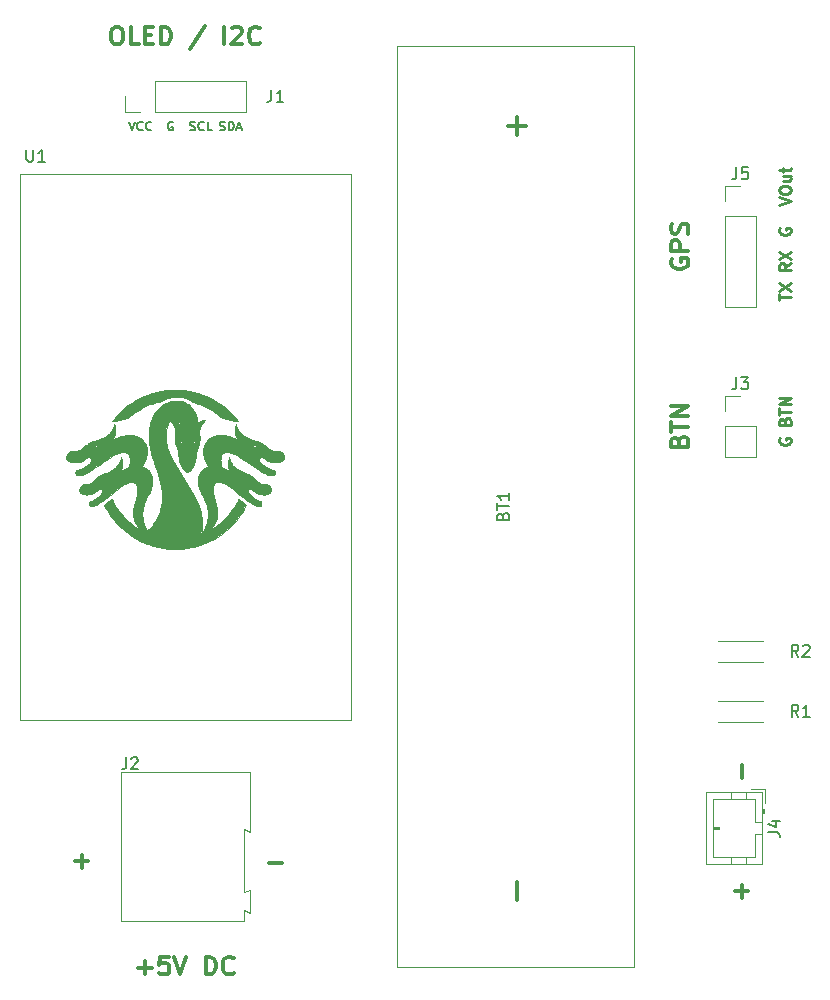
<source format=gbr>
%TF.GenerationSoftware,KiCad,Pcbnew,(6.0.5-0)*%
%TF.CreationDate,2022-06-27T06:58:03-05:00*%
%TF.ProjectId,Hydra Base,48796472-6120-4426-9173-652e6b696361,rev?*%
%TF.SameCoordinates,Original*%
%TF.FileFunction,Legend,Top*%
%TF.FilePolarity,Positive*%
%FSLAX46Y46*%
G04 Gerber Fmt 4.6, Leading zero omitted, Abs format (unit mm)*
G04 Created by KiCad (PCBNEW (6.0.5-0)) date 2022-06-27 06:58:03*
%MOMM*%
%LPD*%
G01*
G04 APERTURE LIST*
%ADD10C,0.300000*%
%ADD11C,0.187500*%
%ADD12C,0.250000*%
%ADD13C,0.150000*%
%ADD14C,0.120000*%
%ADD15C,0.050000*%
%ADD16C,0.010000*%
G04 APERTURE END LIST*
D10*
X179212857Y-120141904D02*
X179212857Y-118618095D01*
X179212857Y-55371904D02*
X179212857Y-53848095D01*
X179974761Y-54610000D02*
X178450952Y-54610000D01*
X198227142Y-109791428D02*
X198227142Y-108648571D01*
X198227142Y-119951428D02*
X198227142Y-118808571D01*
X198798571Y-119380000D02*
X197655714Y-119380000D01*
D11*
X154029285Y-54913571D02*
X154136428Y-54949285D01*
X154315000Y-54949285D01*
X154386428Y-54913571D01*
X154422142Y-54877857D01*
X154457857Y-54806428D01*
X154457857Y-54735000D01*
X154422142Y-54663571D01*
X154386428Y-54627857D01*
X154315000Y-54592142D01*
X154172142Y-54556428D01*
X154100714Y-54520714D01*
X154065000Y-54485000D01*
X154029285Y-54413571D01*
X154029285Y-54342142D01*
X154065000Y-54270714D01*
X154100714Y-54235000D01*
X154172142Y-54199285D01*
X154350714Y-54199285D01*
X154457857Y-54235000D01*
X154779285Y-54949285D02*
X154779285Y-54199285D01*
X154957857Y-54199285D01*
X155065000Y-54235000D01*
X155136428Y-54306428D01*
X155172142Y-54377857D01*
X155207857Y-54520714D01*
X155207857Y-54627857D01*
X155172142Y-54770714D01*
X155136428Y-54842142D01*
X155065000Y-54913571D01*
X154957857Y-54949285D01*
X154779285Y-54949285D01*
X155493571Y-54735000D02*
X155850714Y-54735000D01*
X155422142Y-54949285D02*
X155672142Y-54199285D01*
X155922142Y-54949285D01*
X146320000Y-54199285D02*
X146570000Y-54949285D01*
X146820000Y-54199285D01*
X147498571Y-54877857D02*
X147462857Y-54913571D01*
X147355714Y-54949285D01*
X147284285Y-54949285D01*
X147177142Y-54913571D01*
X147105714Y-54842142D01*
X147070000Y-54770714D01*
X147034285Y-54627857D01*
X147034285Y-54520714D01*
X147070000Y-54377857D01*
X147105714Y-54306428D01*
X147177142Y-54235000D01*
X147284285Y-54199285D01*
X147355714Y-54199285D01*
X147462857Y-54235000D01*
X147498571Y-54270714D01*
X148248571Y-54877857D02*
X148212857Y-54913571D01*
X148105714Y-54949285D01*
X148034285Y-54949285D01*
X147927142Y-54913571D01*
X147855714Y-54842142D01*
X147820000Y-54770714D01*
X147784285Y-54627857D01*
X147784285Y-54520714D01*
X147820000Y-54377857D01*
X147855714Y-54306428D01*
X147927142Y-54235000D01*
X148034285Y-54199285D01*
X148105714Y-54199285D01*
X148212857Y-54235000D01*
X148248571Y-54270714D01*
X150056428Y-54235000D02*
X149985000Y-54199285D01*
X149877857Y-54199285D01*
X149770714Y-54235000D01*
X149699285Y-54306428D01*
X149663571Y-54377857D01*
X149627857Y-54520714D01*
X149627857Y-54627857D01*
X149663571Y-54770714D01*
X149699285Y-54842142D01*
X149770714Y-54913571D01*
X149877857Y-54949285D01*
X149949285Y-54949285D01*
X150056428Y-54913571D01*
X150092142Y-54877857D01*
X150092142Y-54627857D01*
X149949285Y-54627857D01*
X151507142Y-54913571D02*
X151614285Y-54949285D01*
X151792857Y-54949285D01*
X151864285Y-54913571D01*
X151900000Y-54877857D01*
X151935714Y-54806428D01*
X151935714Y-54735000D01*
X151900000Y-54663571D01*
X151864285Y-54627857D01*
X151792857Y-54592142D01*
X151650000Y-54556428D01*
X151578571Y-54520714D01*
X151542857Y-54485000D01*
X151507142Y-54413571D01*
X151507142Y-54342142D01*
X151542857Y-54270714D01*
X151578571Y-54235000D01*
X151650000Y-54199285D01*
X151828571Y-54199285D01*
X151935714Y-54235000D01*
X152685714Y-54877857D02*
X152650000Y-54913571D01*
X152542857Y-54949285D01*
X152471428Y-54949285D01*
X152364285Y-54913571D01*
X152292857Y-54842142D01*
X152257142Y-54770714D01*
X152221428Y-54627857D01*
X152221428Y-54520714D01*
X152257142Y-54377857D01*
X152292857Y-54306428D01*
X152364285Y-54235000D01*
X152471428Y-54199285D01*
X152542857Y-54199285D01*
X152650000Y-54235000D01*
X152685714Y-54270714D01*
X153364285Y-54949285D02*
X153007142Y-54949285D01*
X153007142Y-54199285D01*
D12*
X202382380Y-66206666D02*
X201906190Y-66540000D01*
X202382380Y-66778095D02*
X201382380Y-66778095D01*
X201382380Y-66397142D01*
X201430000Y-66301904D01*
X201477619Y-66254285D01*
X201572857Y-66206666D01*
X201715714Y-66206666D01*
X201810952Y-66254285D01*
X201858571Y-66301904D01*
X201906190Y-66397142D01*
X201906190Y-66778095D01*
X201382380Y-65873333D02*
X202382380Y-65206666D01*
X201382380Y-65206666D02*
X202382380Y-65873333D01*
X201382380Y-69341904D02*
X201382380Y-68770476D01*
X202382380Y-69056190D02*
X201382380Y-69056190D01*
X201382380Y-68532380D02*
X202382380Y-67865714D01*
X201382380Y-67865714D02*
X202382380Y-68532380D01*
X201382380Y-61285238D02*
X202382380Y-60951904D01*
X201382380Y-60618571D01*
X201382380Y-60094761D02*
X201382380Y-59904285D01*
X201430000Y-59809047D01*
X201525238Y-59713809D01*
X201715714Y-59666190D01*
X202049047Y-59666190D01*
X202239523Y-59713809D01*
X202334761Y-59809047D01*
X202382380Y-59904285D01*
X202382380Y-60094761D01*
X202334761Y-60190000D01*
X202239523Y-60285238D01*
X202049047Y-60332857D01*
X201715714Y-60332857D01*
X201525238Y-60285238D01*
X201430000Y-60190000D01*
X201382380Y-60094761D01*
X201715714Y-58809047D02*
X202382380Y-58809047D01*
X201715714Y-59237619D02*
X202239523Y-59237619D01*
X202334761Y-59190000D01*
X202382380Y-59094761D01*
X202382380Y-58951904D01*
X202334761Y-58856666D01*
X202287142Y-58809047D01*
X201715714Y-58475714D02*
X201715714Y-58094761D01*
X201382380Y-58332857D02*
X202239523Y-58332857D01*
X202334761Y-58285238D01*
X202382380Y-58190000D01*
X202382380Y-58094761D01*
X201430000Y-63238095D02*
X201382380Y-63333333D01*
X201382380Y-63476190D01*
X201430000Y-63619047D01*
X201525238Y-63714285D01*
X201620476Y-63761904D01*
X201810952Y-63809523D01*
X201953809Y-63809523D01*
X202144285Y-63761904D01*
X202239523Y-63714285D01*
X202334761Y-63619047D01*
X202382380Y-63476190D01*
X202382380Y-63380952D01*
X202334761Y-63238095D01*
X202287142Y-63190476D01*
X201953809Y-63190476D01*
X201953809Y-63380952D01*
X201858571Y-79573333D02*
X201906190Y-79430476D01*
X201953809Y-79382857D01*
X202049047Y-79335238D01*
X202191904Y-79335238D01*
X202287142Y-79382857D01*
X202334761Y-79430476D01*
X202382380Y-79525714D01*
X202382380Y-79906666D01*
X201382380Y-79906666D01*
X201382380Y-79573333D01*
X201430000Y-79478095D01*
X201477619Y-79430476D01*
X201572857Y-79382857D01*
X201668095Y-79382857D01*
X201763333Y-79430476D01*
X201810952Y-79478095D01*
X201858571Y-79573333D01*
X201858571Y-79906666D01*
X201382380Y-79049523D02*
X201382380Y-78478095D01*
X202382380Y-78763809D02*
X201382380Y-78763809D01*
X202382380Y-78144761D02*
X201382380Y-78144761D01*
X202382380Y-77573333D01*
X201382380Y-77573333D01*
X201430000Y-81018095D02*
X201382380Y-81113333D01*
X201382380Y-81256190D01*
X201430000Y-81399047D01*
X201525238Y-81494285D01*
X201620476Y-81541904D01*
X201810952Y-81589523D01*
X201953809Y-81589523D01*
X202144285Y-81541904D01*
X202239523Y-81494285D01*
X202334761Y-81399047D01*
X202382380Y-81256190D01*
X202382380Y-81160952D01*
X202334761Y-81018095D01*
X202287142Y-80970476D01*
X201953809Y-80970476D01*
X201953809Y-81160952D01*
D10*
X147130000Y-125837142D02*
X148272857Y-125837142D01*
X147701428Y-126408571D02*
X147701428Y-125265714D01*
X149701428Y-124908571D02*
X148987142Y-124908571D01*
X148915714Y-125622857D01*
X148987142Y-125551428D01*
X149130000Y-125480000D01*
X149487142Y-125480000D01*
X149630000Y-125551428D01*
X149701428Y-125622857D01*
X149772857Y-125765714D01*
X149772857Y-126122857D01*
X149701428Y-126265714D01*
X149630000Y-126337142D01*
X149487142Y-126408571D01*
X149130000Y-126408571D01*
X148987142Y-126337142D01*
X148915714Y-126265714D01*
X150201428Y-124908571D02*
X150701428Y-126408571D01*
X151201428Y-124908571D01*
X152844285Y-126408571D02*
X152844285Y-124908571D01*
X153201428Y-124908571D01*
X153415714Y-124980000D01*
X153558571Y-125122857D01*
X153630000Y-125265714D01*
X153701428Y-125551428D01*
X153701428Y-125765714D01*
X153630000Y-126051428D01*
X153558571Y-126194285D01*
X153415714Y-126337142D01*
X153201428Y-126408571D01*
X152844285Y-126408571D01*
X155201428Y-126265714D02*
X155130000Y-126337142D01*
X154915714Y-126408571D01*
X154772857Y-126408571D01*
X154558571Y-126337142D01*
X154415714Y-126194285D01*
X154344285Y-126051428D01*
X154272857Y-125765714D01*
X154272857Y-125551428D01*
X154344285Y-125265714D01*
X154415714Y-125122857D01*
X154558571Y-124980000D01*
X154772857Y-124908571D01*
X154915714Y-124908571D01*
X155130000Y-124980000D01*
X155201428Y-125051428D01*
X158178571Y-116947142D02*
X159321428Y-116947142D01*
X142347142Y-117411428D02*
X142347142Y-116268571D01*
X142918571Y-116840000D02*
X141775714Y-116840000D01*
X145201428Y-46168571D02*
X145487142Y-46168571D01*
X145630000Y-46240000D01*
X145772857Y-46382857D01*
X145844285Y-46668571D01*
X145844285Y-47168571D01*
X145772857Y-47454285D01*
X145630000Y-47597142D01*
X145487142Y-47668571D01*
X145201428Y-47668571D01*
X145058571Y-47597142D01*
X144915714Y-47454285D01*
X144844285Y-47168571D01*
X144844285Y-46668571D01*
X144915714Y-46382857D01*
X145058571Y-46240000D01*
X145201428Y-46168571D01*
X147201428Y-47668571D02*
X146487142Y-47668571D01*
X146487142Y-46168571D01*
X147701428Y-46882857D02*
X148201428Y-46882857D01*
X148415714Y-47668571D02*
X147701428Y-47668571D01*
X147701428Y-46168571D01*
X148415714Y-46168571D01*
X149058571Y-47668571D02*
X149058571Y-46168571D01*
X149415714Y-46168571D01*
X149630000Y-46240000D01*
X149772857Y-46382857D01*
X149844285Y-46525714D01*
X149915714Y-46811428D01*
X149915714Y-47025714D01*
X149844285Y-47311428D01*
X149772857Y-47454285D01*
X149630000Y-47597142D01*
X149415714Y-47668571D01*
X149058571Y-47668571D01*
X152772857Y-46097142D02*
X151487142Y-48025714D01*
X154415714Y-47668571D02*
X154415714Y-46168571D01*
X155058571Y-46311428D02*
X155130000Y-46240000D01*
X155272857Y-46168571D01*
X155630000Y-46168571D01*
X155772857Y-46240000D01*
X155844285Y-46311428D01*
X155915714Y-46454285D01*
X155915714Y-46597142D01*
X155844285Y-46811428D01*
X154987142Y-47668571D01*
X155915714Y-47668571D01*
X157415714Y-47525714D02*
X157344285Y-47597142D01*
X157130000Y-47668571D01*
X156987142Y-47668571D01*
X156772857Y-47597142D01*
X156630000Y-47454285D01*
X156558571Y-47311428D01*
X156487142Y-47025714D01*
X156487142Y-46811428D01*
X156558571Y-46525714D01*
X156630000Y-46382857D01*
X156772857Y-46240000D01*
X156987142Y-46168571D01*
X157130000Y-46168571D01*
X157344285Y-46240000D01*
X157415714Y-46311428D01*
X192290000Y-65841428D02*
X192218571Y-65984285D01*
X192218571Y-66198571D01*
X192290000Y-66412857D01*
X192432857Y-66555714D01*
X192575714Y-66627142D01*
X192861428Y-66698571D01*
X193075714Y-66698571D01*
X193361428Y-66627142D01*
X193504285Y-66555714D01*
X193647142Y-66412857D01*
X193718571Y-66198571D01*
X193718571Y-66055714D01*
X193647142Y-65841428D01*
X193575714Y-65770000D01*
X193075714Y-65770000D01*
X193075714Y-66055714D01*
X193718571Y-65127142D02*
X192218571Y-65127142D01*
X192218571Y-64555714D01*
X192290000Y-64412857D01*
X192361428Y-64341428D01*
X192504285Y-64270000D01*
X192718571Y-64270000D01*
X192861428Y-64341428D01*
X192932857Y-64412857D01*
X193004285Y-64555714D01*
X193004285Y-65127142D01*
X193647142Y-63698571D02*
X193718571Y-63484285D01*
X193718571Y-63127142D01*
X193647142Y-62984285D01*
X193575714Y-62912857D01*
X193432857Y-62841428D01*
X193290000Y-62841428D01*
X193147142Y-62912857D01*
X193075714Y-62984285D01*
X193004285Y-63127142D01*
X192932857Y-63412857D01*
X192861428Y-63555714D01*
X192790000Y-63627142D01*
X192647142Y-63698571D01*
X192504285Y-63698571D01*
X192361428Y-63627142D01*
X192290000Y-63555714D01*
X192218571Y-63412857D01*
X192218571Y-63055714D01*
X192290000Y-62841428D01*
X192932857Y-81260000D02*
X193004285Y-81045714D01*
X193075714Y-80974285D01*
X193218571Y-80902857D01*
X193432857Y-80902857D01*
X193575714Y-80974285D01*
X193647142Y-81045714D01*
X193718571Y-81188571D01*
X193718571Y-81760000D01*
X192218571Y-81760000D01*
X192218571Y-81260000D01*
X192290000Y-81117142D01*
X192361428Y-81045714D01*
X192504285Y-80974285D01*
X192647142Y-80974285D01*
X192790000Y-81045714D01*
X192861428Y-81117142D01*
X192932857Y-81260000D01*
X192932857Y-81760000D01*
X192218571Y-80474285D02*
X192218571Y-79617142D01*
X193718571Y-80045714D02*
X192218571Y-80045714D01*
X193718571Y-79117142D02*
X192218571Y-79117142D01*
X193718571Y-78260000D01*
X192218571Y-78260000D01*
D13*
%TO.C,R2*%
X203033333Y-99512380D02*
X202700000Y-99036190D01*
X202461904Y-99512380D02*
X202461904Y-98512380D01*
X202842857Y-98512380D01*
X202938095Y-98560000D01*
X202985714Y-98607619D01*
X203033333Y-98702857D01*
X203033333Y-98845714D01*
X202985714Y-98940952D01*
X202938095Y-98988571D01*
X202842857Y-99036190D01*
X202461904Y-99036190D01*
X203414285Y-98607619D02*
X203461904Y-98560000D01*
X203557142Y-98512380D01*
X203795238Y-98512380D01*
X203890476Y-98560000D01*
X203938095Y-98607619D01*
X203985714Y-98702857D01*
X203985714Y-98798095D01*
X203938095Y-98940952D01*
X203366666Y-99512380D01*
X203985714Y-99512380D01*
%TO.C,R1*%
X203033333Y-104592380D02*
X202700000Y-104116190D01*
X202461904Y-104592380D02*
X202461904Y-103592380D01*
X202842857Y-103592380D01*
X202938095Y-103640000D01*
X202985714Y-103687619D01*
X203033333Y-103782857D01*
X203033333Y-103925714D01*
X202985714Y-104020952D01*
X202938095Y-104068571D01*
X202842857Y-104116190D01*
X202461904Y-104116190D01*
X203985714Y-104592380D02*
X203414285Y-104592380D01*
X203700000Y-104592380D02*
X203700000Y-103592380D01*
X203604761Y-103735238D01*
X203509523Y-103830476D01*
X203414285Y-103878095D01*
%TO.C,J4*%
X200472380Y-114363333D02*
X201186666Y-114363333D01*
X201329523Y-114410952D01*
X201424761Y-114506190D01*
X201472380Y-114649047D01*
X201472380Y-114744285D01*
X200805714Y-113458571D02*
X201472380Y-113458571D01*
X200424761Y-113696666D02*
X201139047Y-113934761D01*
X201139047Y-113315714D01*
%TO.C,BT1*%
X177998571Y-87585714D02*
X178046190Y-87442857D01*
X178093809Y-87395238D01*
X178189047Y-87347619D01*
X178331904Y-87347619D01*
X178427142Y-87395238D01*
X178474761Y-87442857D01*
X178522380Y-87538095D01*
X178522380Y-87919047D01*
X177522380Y-87919047D01*
X177522380Y-87585714D01*
X177570000Y-87490476D01*
X177617619Y-87442857D01*
X177712857Y-87395238D01*
X177808095Y-87395238D01*
X177903333Y-87442857D01*
X177950952Y-87490476D01*
X177998571Y-87585714D01*
X177998571Y-87919047D01*
X177522380Y-87061904D02*
X177522380Y-86490476D01*
X178522380Y-86776190D02*
X177522380Y-86776190D01*
X178522380Y-85633333D02*
X178522380Y-86204761D01*
X178522380Y-85919047D02*
X177522380Y-85919047D01*
X177665238Y-86014285D01*
X177760476Y-86109523D01*
X177808095Y-86204761D01*
%TO.C,U1*%
X137668095Y-56582380D02*
X137668095Y-57391904D01*
X137715714Y-57487142D01*
X137763333Y-57534761D01*
X137858571Y-57582380D01*
X138049047Y-57582380D01*
X138144285Y-57534761D01*
X138191904Y-57487142D01*
X138239523Y-57391904D01*
X138239523Y-56582380D01*
X139239523Y-57582380D02*
X138668095Y-57582380D01*
X138953809Y-57582380D02*
X138953809Y-56582380D01*
X138858571Y-56725238D01*
X138763333Y-56820476D01*
X138668095Y-56868095D01*
%TO.C,J5*%
X197786666Y-58082380D02*
X197786666Y-58796666D01*
X197739047Y-58939523D01*
X197643809Y-59034761D01*
X197500952Y-59082380D01*
X197405714Y-59082380D01*
X198739047Y-58082380D02*
X198262857Y-58082380D01*
X198215238Y-58558571D01*
X198262857Y-58510952D01*
X198358095Y-58463333D01*
X198596190Y-58463333D01*
X198691428Y-58510952D01*
X198739047Y-58558571D01*
X198786666Y-58653809D01*
X198786666Y-58891904D01*
X198739047Y-58987142D01*
X198691428Y-59034761D01*
X198596190Y-59082380D01*
X198358095Y-59082380D01*
X198262857Y-59034761D01*
X198215238Y-58987142D01*
%TO.C,J3*%
X197786666Y-75862380D02*
X197786666Y-76576666D01*
X197739047Y-76719523D01*
X197643809Y-76814761D01*
X197500952Y-76862380D01*
X197405714Y-76862380D01*
X198167619Y-75862380D02*
X198786666Y-75862380D01*
X198453333Y-76243333D01*
X198596190Y-76243333D01*
X198691428Y-76290952D01*
X198739047Y-76338571D01*
X198786666Y-76433809D01*
X198786666Y-76671904D01*
X198739047Y-76767142D01*
X198691428Y-76814761D01*
X198596190Y-76862380D01*
X198310476Y-76862380D01*
X198215238Y-76814761D01*
X198167619Y-76767142D01*
%TO.C,J2*%
X146111666Y-108032380D02*
X146111666Y-108746666D01*
X146064047Y-108889523D01*
X145968809Y-108984761D01*
X145825952Y-109032380D01*
X145730714Y-109032380D01*
X146540238Y-108127619D02*
X146587857Y-108080000D01*
X146683095Y-108032380D01*
X146921190Y-108032380D01*
X147016428Y-108080000D01*
X147064047Y-108127619D01*
X147111666Y-108222857D01*
X147111666Y-108318095D01*
X147064047Y-108460952D01*
X146492619Y-109032380D01*
X147111666Y-109032380D01*
%TO.C,J1*%
X158416666Y-51522380D02*
X158416666Y-52236666D01*
X158369047Y-52379523D01*
X158273809Y-52474761D01*
X158130952Y-52522380D01*
X158035714Y-52522380D01*
X159416666Y-52522380D02*
X158845238Y-52522380D01*
X159130952Y-52522380D02*
X159130952Y-51522380D01*
X159035714Y-51665238D01*
X158940476Y-51760476D01*
X158845238Y-51808095D01*
D14*
%TO.C,R2*%
X200040000Y-98140000D02*
X196200000Y-98140000D01*
X200040000Y-99980000D02*
X196200000Y-99980000D01*
%TO.C,R1*%
X196200000Y-105060000D02*
X200040000Y-105060000D01*
X196200000Y-103220000D02*
X200040000Y-103220000D01*
%TO.C,J4*%
X200130000Y-112430000D02*
X199930000Y-112430000D01*
X195820000Y-111580000D02*
X195820000Y-116480000D01*
X195820000Y-116480000D02*
X199320000Y-116480000D01*
X197320000Y-110970000D02*
X197320000Y-111580000D01*
X196320000Y-114130000D02*
X195820000Y-114130000D01*
X199930000Y-113530000D02*
X199320000Y-113530000D01*
X199320000Y-111580000D02*
X195820000Y-111580000D01*
X199930000Y-112730000D02*
X200130000Y-112730000D01*
X199930000Y-110970000D02*
X195210000Y-110970000D01*
X199930000Y-117090000D02*
X199930000Y-110970000D01*
X199320000Y-113530000D02*
X199320000Y-111580000D01*
X197320000Y-117090000D02*
X197320000Y-116480000D01*
X199320000Y-116480000D02*
X199320000Y-114530000D01*
X198620000Y-110970000D02*
X198620000Y-111580000D01*
X195820000Y-114030000D02*
X196320000Y-114030000D01*
X196320000Y-113930000D02*
X196320000Y-114130000D01*
X195210000Y-117090000D02*
X199930000Y-117090000D01*
X200030000Y-112730000D02*
X200030000Y-112430000D01*
X199320000Y-114530000D02*
X199930000Y-114530000D01*
X200230000Y-110670000D02*
X198980000Y-110670000D01*
X200230000Y-111920000D02*
X200230000Y-110670000D01*
X195210000Y-110970000D02*
X195210000Y-117090000D01*
X198620000Y-117090000D02*
X198620000Y-116480000D01*
X200130000Y-112730000D02*
X200130000Y-112430000D01*
X195820000Y-113930000D02*
X196320000Y-113930000D01*
%TO.C,BT1*%
X189120000Y-47800000D02*
X189120000Y-125800000D01*
X169020000Y-47800000D02*
X189120000Y-47800000D01*
X169020000Y-125800000D02*
X169020000Y-47800000D01*
X189120000Y-125800000D02*
X169020000Y-125800000D01*
D15*
%TO.C,U1*%
X137130000Y-104880000D02*
X165130000Y-104880000D01*
X137130000Y-58680000D02*
X137130000Y-104880000D01*
X165130000Y-104880000D02*
X165130000Y-58680000D01*
X165130000Y-58680000D02*
X137130000Y-58680000D01*
G36*
X150242555Y-81254206D02*
G01*
X150233442Y-81180308D01*
X150226748Y-81103935D01*
X150222673Y-81025275D01*
X150221417Y-80944518D01*
X150223180Y-80861853D01*
X150228161Y-80777470D01*
X150236559Y-80691559D01*
X150248574Y-80604307D01*
X150254912Y-80557718D01*
X150258964Y-80511658D01*
X150260832Y-80466153D01*
X150260620Y-80421232D01*
X150258431Y-80376922D01*
X150254368Y-80333250D01*
X150248535Y-80290244D01*
X150241034Y-80247932D01*
X150231969Y-80206341D01*
X150221442Y-80165498D01*
X150209558Y-80125432D01*
X150196419Y-80086169D01*
X150182129Y-80047737D01*
X150166791Y-80010165D01*
X150133381Y-79937706D01*
X150097017Y-79869013D01*
X150058524Y-79804305D01*
X150018727Y-79743805D01*
X149978451Y-79687730D01*
X149938523Y-79636303D01*
X149899768Y-79589743D01*
X149863011Y-79548271D01*
X149829077Y-79512107D01*
X149809194Y-79534209D01*
X149789591Y-79557870D01*
X149770289Y-79583116D01*
X149751308Y-79609974D01*
X149732670Y-79638470D01*
X149714394Y-79668632D01*
X149696500Y-79700487D01*
X149679009Y-79734059D01*
X149661941Y-79769378D01*
X149645317Y-79806469D01*
X149629157Y-79845359D01*
X149613481Y-79886075D01*
X149598310Y-79928644D01*
X149583664Y-79973091D01*
X149569563Y-80019445D01*
X149556027Y-80067732D01*
X149504538Y-80293254D01*
X149471082Y-80515804D01*
X149454750Y-80735623D01*
X149454631Y-80952950D01*
X149469818Y-81168025D01*
X149499401Y-81381087D01*
X149542470Y-81592376D01*
X149598117Y-81802132D01*
X149665431Y-82010593D01*
X149743504Y-82218001D01*
X149928288Y-82630610D01*
X150145196Y-83041878D01*
X150386951Y-83453721D01*
X151456972Y-85145170D01*
X151713855Y-85588637D01*
X151951939Y-86044178D01*
X152163952Y-86513712D01*
X152257909Y-86754324D01*
X152342619Y-86999153D01*
X152379891Y-87122538D01*
X152412664Y-87247451D01*
X152441062Y-87373780D01*
X152465207Y-87501415D01*
X152485224Y-87630248D01*
X152501237Y-87760168D01*
X152513368Y-87891064D01*
X152521741Y-88022826D01*
X152526481Y-88155346D01*
X152527711Y-88288512D01*
X152525554Y-88422214D01*
X152520134Y-88556342D01*
X152511574Y-88690787D01*
X152499999Y-88825438D01*
X152468296Y-89094918D01*
X152524743Y-89008339D01*
X152577837Y-88922239D01*
X152627636Y-88836628D01*
X152674198Y-88751514D01*
X152717581Y-88666905D01*
X152757844Y-88582810D01*
X152795043Y-88499238D01*
X152829238Y-88416196D01*
X152860485Y-88333694D01*
X152888843Y-88251740D01*
X152914370Y-88170343D01*
X152937123Y-88089510D01*
X152957162Y-88009252D01*
X152974543Y-87929575D01*
X152989324Y-87850489D01*
X153001564Y-87772002D01*
X153005235Y-87746455D01*
X153008529Y-87721092D01*
X153011478Y-87695888D01*
X153014116Y-87670815D01*
X153018588Y-87620959D01*
X153022203Y-87571315D01*
X153026819Y-87455725D01*
X153026269Y-87341699D01*
X153020754Y-87229275D01*
X153010479Y-87118491D01*
X152995645Y-87009385D01*
X152976457Y-86901995D01*
X152953117Y-86796360D01*
X152925829Y-86692518D01*
X152894795Y-86590506D01*
X152860218Y-86490364D01*
X152822303Y-86392129D01*
X152781251Y-86295839D01*
X152737265Y-86201533D01*
X152690550Y-86109249D01*
X152641308Y-86019025D01*
X152589742Y-85930899D01*
X152524360Y-85818175D01*
X152464954Y-85706426D01*
X152411441Y-85595773D01*
X152363736Y-85486336D01*
X152321753Y-85378235D01*
X152285409Y-85271590D01*
X152254618Y-85166523D01*
X152229296Y-85063152D01*
X152209359Y-84961599D01*
X152194720Y-84861983D01*
X152185297Y-84764425D01*
X152181004Y-84669045D01*
X152181648Y-84589327D01*
X156351059Y-84589327D01*
X156364611Y-84591993D01*
X156377758Y-84594088D01*
X156390461Y-84595610D01*
X156402682Y-84596559D01*
X156414381Y-84596934D01*
X156420023Y-84596905D01*
X156425520Y-84596733D01*
X156430867Y-84596417D01*
X156436059Y-84595956D01*
X156441091Y-84595351D01*
X156445959Y-84594602D01*
X156450658Y-84593708D01*
X156455183Y-84592669D01*
X156459528Y-84591486D01*
X156463689Y-84590157D01*
X156467662Y-84588684D01*
X156471441Y-84587065D01*
X156475021Y-84585301D01*
X156478398Y-84583392D01*
X156481566Y-84581337D01*
X156484522Y-84579137D01*
X156487259Y-84576790D01*
X156489773Y-84574298D01*
X156492060Y-84571660D01*
X156494114Y-84568876D01*
X156495930Y-84565945D01*
X156497504Y-84562868D01*
X156498946Y-84559254D01*
X156500050Y-84555535D01*
X156500822Y-84551716D01*
X156501266Y-84547801D01*
X156501387Y-84543796D01*
X156501191Y-84539704D01*
X156500683Y-84535532D01*
X156499866Y-84531283D01*
X156498748Y-84526963D01*
X156497332Y-84522577D01*
X156495623Y-84518129D01*
X156493627Y-84513624D01*
X156488793Y-84504464D01*
X156482869Y-84495135D01*
X156475895Y-84485675D01*
X156467912Y-84476124D01*
X156458960Y-84466520D01*
X156449078Y-84456902D01*
X156438307Y-84447309D01*
X156426688Y-84437780D01*
X156414259Y-84428353D01*
X156401062Y-84419067D01*
X156402738Y-84422050D01*
X156404329Y-84425074D01*
X156405836Y-84428137D01*
X156407258Y-84431236D01*
X156408594Y-84434371D01*
X156409844Y-84437539D01*
X156411006Y-84440739D01*
X156412081Y-84443969D01*
X156413068Y-84447226D01*
X156413967Y-84450510D01*
X156414776Y-84453818D01*
X156415496Y-84457149D01*
X156416125Y-84460500D01*
X156416664Y-84463871D01*
X156417111Y-84467258D01*
X156417465Y-84470661D01*
X156417465Y-84480186D01*
X156417315Y-84479812D01*
X156417146Y-84479449D01*
X156416958Y-84479097D01*
X156416752Y-84478757D01*
X156416528Y-84478430D01*
X156416288Y-84478115D01*
X156416032Y-84477814D01*
X156415760Y-84477527D01*
X156415474Y-84477256D01*
X156415173Y-84476999D01*
X156414858Y-84476759D01*
X156414531Y-84476536D01*
X156414191Y-84476329D01*
X156413839Y-84476141D01*
X156413476Y-84475971D01*
X156413103Y-84475820D01*
X156411703Y-84475397D01*
X156410283Y-84475093D01*
X156408846Y-84474906D01*
X156407395Y-84474832D01*
X156405932Y-84474870D01*
X156404460Y-84475017D01*
X156402982Y-84475270D01*
X156401500Y-84475626D01*
X156400017Y-84476084D01*
X156398536Y-84476641D01*
X156397059Y-84477293D01*
X156395589Y-84478039D01*
X156394129Y-84478876D01*
X156392682Y-84479801D01*
X156391250Y-84480812D01*
X156389835Y-84481907D01*
X156387071Y-84484334D01*
X156384410Y-84487063D01*
X156381874Y-84490074D01*
X156379485Y-84493346D01*
X156377265Y-84496858D01*
X156375234Y-84500589D01*
X156373414Y-84504520D01*
X156371826Y-84508629D01*
X156371130Y-84510725D01*
X156370505Y-84512817D01*
X156369950Y-84514904D01*
X156369466Y-84516981D01*
X156369051Y-84519047D01*
X156368706Y-84521098D01*
X156368430Y-84523130D01*
X156368223Y-84525142D01*
X156368084Y-84527131D01*
X156368014Y-84529092D01*
X156368011Y-84531024D01*
X156368075Y-84532923D01*
X156368206Y-84534786D01*
X156368404Y-84536610D01*
X156368668Y-84538393D01*
X156368998Y-84540131D01*
X156369394Y-84541821D01*
X156369854Y-84543461D01*
X156370380Y-84545047D01*
X156370970Y-84546576D01*
X156371624Y-84548046D01*
X156372341Y-84549453D01*
X156373122Y-84550795D01*
X156373966Y-84552068D01*
X156374872Y-84553270D01*
X156375841Y-84554397D01*
X156376872Y-84555447D01*
X156377964Y-84556416D01*
X156379117Y-84557302D01*
X156380331Y-84558101D01*
X156381605Y-84558811D01*
X156382939Y-84559429D01*
X156383202Y-84559429D01*
X156384346Y-84559653D01*
X156385496Y-84559837D01*
X156386651Y-84559981D01*
X156387810Y-84560084D01*
X156388972Y-84560147D01*
X156390135Y-84560169D01*
X156391300Y-84560150D01*
X156392464Y-84560090D01*
X156390430Y-84562603D01*
X156388310Y-84565034D01*
X156386106Y-84567379D01*
X156383821Y-84569639D01*
X156381458Y-84571810D01*
X156379019Y-84573891D01*
X156376508Y-84575879D01*
X156373926Y-84577774D01*
X156371276Y-84579573D01*
X156368561Y-84581275D01*
X156365785Y-84582877D01*
X156362948Y-84584377D01*
X156360055Y-84585774D01*
X156357107Y-84587066D01*
X156354107Y-84588251D01*
X156351059Y-84589327D01*
X152181648Y-84589327D01*
X152181756Y-84575964D01*
X152187469Y-84485302D01*
X152198057Y-84397178D01*
X152200292Y-84384761D01*
X156057368Y-84384761D01*
X156057856Y-84390171D01*
X156058888Y-84395729D01*
X156060451Y-84401422D01*
X156062535Y-84407238D01*
X156065127Y-84413164D01*
X156068218Y-84419190D01*
X156075846Y-84431491D01*
X156085330Y-84444044D01*
X156096576Y-84456754D01*
X156109496Y-84469523D01*
X156123997Y-84482258D01*
X156139990Y-84494861D01*
X156157383Y-84507237D01*
X156176085Y-84519289D01*
X156196005Y-84530922D01*
X156217053Y-84542041D01*
X156239137Y-84552548D01*
X156241565Y-84553654D01*
X156244009Y-84554724D01*
X156246468Y-84555756D01*
X156248942Y-84556751D01*
X156251430Y-84557708D01*
X156253933Y-84558628D01*
X156256451Y-84559510D01*
X156258982Y-84560353D01*
X156255815Y-84556577D01*
X156252802Y-84552693D01*
X156249944Y-84548707D01*
X156247243Y-84544622D01*
X156244703Y-84540444D01*
X156242323Y-84536178D01*
X156240108Y-84531828D01*
X156238059Y-84527399D01*
X156236178Y-84522897D01*
X156234467Y-84518325D01*
X156232928Y-84513689D01*
X156231564Y-84508993D01*
X156230376Y-84504243D01*
X156229368Y-84499442D01*
X156228540Y-84494597D01*
X156227895Y-84489711D01*
X156227454Y-84484079D01*
X156227245Y-84478500D01*
X156227263Y-84472980D01*
X156227374Y-84470445D01*
X156244003Y-84470445D01*
X156244005Y-84472087D01*
X156244060Y-84473694D01*
X156244166Y-84475263D01*
X156244324Y-84476789D01*
X156244533Y-84478272D01*
X156244793Y-84479707D01*
X156245103Y-84481092D01*
X156245463Y-84482425D01*
X156245873Y-84483702D01*
X156246332Y-84484920D01*
X156246840Y-84486077D01*
X156247397Y-84487170D01*
X156248001Y-84488196D01*
X156248653Y-84489152D01*
X156249353Y-84490035D01*
X156250099Y-84490843D01*
X156250892Y-84491572D01*
X156251731Y-84492220D01*
X156252616Y-84492785D01*
X156253546Y-84493262D01*
X156254521Y-84493650D01*
X156255541Y-84493945D01*
X156256588Y-84494147D01*
X156257644Y-84494260D01*
X156258708Y-84494284D01*
X156259778Y-84494222D01*
X156260853Y-84494075D01*
X156261930Y-84493844D01*
X156263009Y-84493531D01*
X156264087Y-84493138D01*
X156265163Y-84492667D01*
X156266236Y-84492118D01*
X156267304Y-84491494D01*
X156268364Y-84490796D01*
X156270459Y-84489184D01*
X156272508Y-84487297D01*
X156274498Y-84485145D01*
X156276417Y-84482743D01*
X156278250Y-84480103D01*
X156279987Y-84477238D01*
X156281613Y-84474161D01*
X156283117Y-84470884D01*
X156284485Y-84467420D01*
X156285704Y-84463782D01*
X156285968Y-84463782D01*
X156286495Y-84461937D01*
X156286962Y-84460099D01*
X156287367Y-84458272D01*
X156287714Y-84456458D01*
X156288002Y-84454659D01*
X156288233Y-84452880D01*
X156288407Y-84451122D01*
X156288525Y-84449389D01*
X156288589Y-84447683D01*
X156288598Y-84446007D01*
X156288555Y-84444365D01*
X156288459Y-84442758D01*
X156288312Y-84441189D01*
X156288115Y-84439662D01*
X156287868Y-84438180D01*
X156287573Y-84436745D01*
X156287230Y-84435359D01*
X156286840Y-84434027D01*
X156286405Y-84432750D01*
X156285924Y-84431532D01*
X156285399Y-84430375D01*
X156284832Y-84429282D01*
X156284221Y-84428256D01*
X156283570Y-84427300D01*
X156282878Y-84426417D01*
X156282146Y-84425609D01*
X156281376Y-84424880D01*
X156280568Y-84424232D01*
X156279723Y-84423667D01*
X156278841Y-84423190D01*
X156277925Y-84422802D01*
X156276975Y-84422507D01*
X156275998Y-84422305D01*
X156275004Y-84422193D01*
X156273994Y-84422171D01*
X156272971Y-84422235D01*
X156271937Y-84422385D01*
X156270893Y-84422619D01*
X156269841Y-84422935D01*
X156268785Y-84423332D01*
X156267724Y-84423808D01*
X156266662Y-84424361D01*
X156264542Y-84425691D01*
X156262440Y-84427310D01*
X156260371Y-84429205D01*
X156258352Y-84431361D01*
X156256399Y-84433766D01*
X156254527Y-84436407D01*
X156252752Y-84439269D01*
X156251091Y-84442340D01*
X156249558Y-84445606D01*
X156248171Y-84449054D01*
X156246944Y-84452670D01*
X156246402Y-84454515D01*
X156245916Y-84456353D01*
X156245485Y-84458180D01*
X156245110Y-84459994D01*
X156244790Y-84461792D01*
X156244525Y-84463572D01*
X156244314Y-84465330D01*
X156244157Y-84467063D01*
X156244054Y-84468769D01*
X156244003Y-84470445D01*
X156227374Y-84470445D01*
X156227502Y-84467525D01*
X156227959Y-84462143D01*
X156228627Y-84456839D01*
X156229503Y-84451620D01*
X156230582Y-84446493D01*
X156231858Y-84441465D01*
X156233327Y-84436541D01*
X156234984Y-84431730D01*
X156236824Y-84427036D01*
X156238843Y-84422467D01*
X156241034Y-84418030D01*
X156243395Y-84413731D01*
X156245919Y-84409576D01*
X156248602Y-84405572D01*
X156251439Y-84401726D01*
X156254426Y-84398045D01*
X156257556Y-84394534D01*
X156260827Y-84391201D01*
X156264232Y-84388052D01*
X156267766Y-84385093D01*
X156271426Y-84382332D01*
X156275206Y-84379775D01*
X156279101Y-84377428D01*
X156283107Y-84375298D01*
X156287219Y-84373392D01*
X156291431Y-84371716D01*
X156295739Y-84370277D01*
X156300138Y-84369081D01*
X156304624Y-84368135D01*
X156283242Y-84359641D01*
X156262139Y-84352220D01*
X156241428Y-84345879D01*
X156221227Y-84340625D01*
X156201652Y-84336465D01*
X156182819Y-84333405D01*
X156164843Y-84331453D01*
X156156213Y-84330894D01*
X156147841Y-84330614D01*
X156139741Y-84330615D01*
X156131928Y-84330897D01*
X156124417Y-84331460D01*
X156117222Y-84332307D01*
X156110357Y-84333437D01*
X156103837Y-84334852D01*
X156097677Y-84336551D01*
X156091891Y-84338537D01*
X156086494Y-84340810D01*
X156081499Y-84343371D01*
X156076922Y-84346221D01*
X156072777Y-84349360D01*
X156069079Y-84352789D01*
X156065841Y-84356510D01*
X156063080Y-84360522D01*
X156060808Y-84364828D01*
X156061074Y-84364828D01*
X156059276Y-84369531D01*
X156058066Y-84374428D01*
X156057434Y-84379509D01*
X156057368Y-84384761D01*
X152200292Y-84384761D01*
X152213438Y-84311715D01*
X152233525Y-84229030D01*
X152258234Y-84149246D01*
X152287480Y-84072482D01*
X152321179Y-83998859D01*
X152359246Y-83928496D01*
X152401596Y-83861515D01*
X152448144Y-83798035D01*
X152498807Y-83738176D01*
X152553499Y-83682060D01*
X152612135Y-83629806D01*
X152674632Y-83581535D01*
X152740903Y-83537366D01*
X152810865Y-83497421D01*
X152884433Y-83461819D01*
X152961521Y-83430681D01*
X153042047Y-83404127D01*
X152942737Y-83228729D01*
X152857942Y-83055424D01*
X152787377Y-82884684D01*
X152730760Y-82716981D01*
X152687809Y-82552787D01*
X152658242Y-82392573D01*
X152641775Y-82236813D01*
X152638127Y-82085977D01*
X152647014Y-81940539D01*
X152658189Y-81866765D01*
X157208835Y-81866765D01*
X157223973Y-81868417D01*
X157238603Y-81869506D01*
X157252684Y-81870030D01*
X157266177Y-81869990D01*
X157279041Y-81869385D01*
X157285225Y-81868871D01*
X157291237Y-81868216D01*
X157297071Y-81867420D01*
X157302723Y-81866483D01*
X157308188Y-81865404D01*
X157313461Y-81864185D01*
X157318536Y-81862825D01*
X157323409Y-81861323D01*
X157328075Y-81859681D01*
X157332529Y-81857897D01*
X157336765Y-81855972D01*
X157340779Y-81853907D01*
X157344565Y-81851700D01*
X157348119Y-81849352D01*
X157351436Y-81846863D01*
X157354511Y-81844233D01*
X157357338Y-81841462D01*
X157359912Y-81838549D01*
X157362229Y-81835496D01*
X157364284Y-81832302D01*
X157366071Y-81828966D01*
X157367586Y-81825490D01*
X157368786Y-81821402D01*
X157369613Y-81817228D01*
X157370073Y-81812973D01*
X157370172Y-81808642D01*
X157369915Y-81804239D01*
X157369308Y-81799769D01*
X157368358Y-81795237D01*
X157367070Y-81790647D01*
X157365450Y-81786005D01*
X157363504Y-81781315D01*
X157358657Y-81771809D01*
X157352577Y-81762169D01*
X157345310Y-81752432D01*
X157336903Y-81742636D01*
X157327405Y-81732819D01*
X157316861Y-81723019D01*
X157305319Y-81713274D01*
X157292826Y-81703622D01*
X157279429Y-81694101D01*
X157265175Y-81684749D01*
X157250112Y-81675605D01*
X157252135Y-81678742D01*
X157254073Y-81681929D01*
X157255922Y-81685162D01*
X157257683Y-81688441D01*
X157259356Y-81691763D01*
X157260938Y-81695126D01*
X157262430Y-81698529D01*
X157263832Y-81701970D01*
X157265141Y-81705447D01*
X157266357Y-81708958D01*
X157267481Y-81712501D01*
X157268510Y-81716075D01*
X157269445Y-81719677D01*
X157270284Y-81723306D01*
X157271027Y-81726960D01*
X157271674Y-81730638D01*
X157272598Y-81741088D01*
X157272415Y-81740614D01*
X157272214Y-81740179D01*
X157271993Y-81739782D01*
X157271754Y-81739420D01*
X157271497Y-81739090D01*
X157271221Y-81738788D01*
X157270927Y-81738513D01*
X157270613Y-81738261D01*
X157270282Y-81738028D01*
X157269932Y-81737813D01*
X157269563Y-81737613D01*
X157269175Y-81737423D01*
X157268769Y-81737243D01*
X157268345Y-81737067D01*
X157267439Y-81736722D01*
X157265953Y-81736382D01*
X157264447Y-81736175D01*
X157262925Y-81736101D01*
X157261389Y-81736154D01*
X157259843Y-81736333D01*
X157258289Y-81736633D01*
X157256731Y-81737051D01*
X157255172Y-81737584D01*
X157253615Y-81738230D01*
X157252062Y-81738983D01*
X157250518Y-81739842D01*
X157248984Y-81740804D01*
X157245960Y-81743019D01*
X157243016Y-81745602D01*
X157240176Y-81748529D01*
X157237464Y-81751772D01*
X157234905Y-81755305D01*
X157232522Y-81759103D01*
X157230340Y-81763138D01*
X157228382Y-81767385D01*
X157226674Y-81771818D01*
X157225240Y-81776410D01*
X157224635Y-81778739D01*
X157224110Y-81781061D01*
X157223664Y-81783372D01*
X157223296Y-81785670D01*
X157223006Y-81787950D01*
X157222792Y-81790209D01*
X157222654Y-81792444D01*
X157222591Y-81794652D01*
X157222603Y-81796829D01*
X157222688Y-81798971D01*
X157222845Y-81801077D01*
X157223074Y-81803141D01*
X157223375Y-81805161D01*
X157223745Y-81807133D01*
X157224185Y-81809055D01*
X157224694Y-81810921D01*
X157225270Y-81812731D01*
X157225914Y-81814479D01*
X157226623Y-81816162D01*
X157227398Y-81817778D01*
X157228238Y-81819323D01*
X157229142Y-81820793D01*
X157230108Y-81822185D01*
X157231137Y-81823495D01*
X157232227Y-81824721D01*
X157233378Y-81825859D01*
X157234589Y-81826906D01*
X157235859Y-81827858D01*
X157237186Y-81828711D01*
X157238572Y-81829463D01*
X157240014Y-81830111D01*
X157241512Y-81830649D01*
X157242158Y-81830789D01*
X157242806Y-81830909D01*
X157243457Y-81831011D01*
X157244111Y-81831095D01*
X157244766Y-81831160D01*
X157245422Y-81831206D01*
X157246079Y-81831234D01*
X157246736Y-81831243D01*
X157247393Y-81831234D01*
X157248050Y-81831206D01*
X157248707Y-81831160D01*
X157249362Y-81831095D01*
X157250015Y-81831011D01*
X157250667Y-81830909D01*
X157251316Y-81830789D01*
X157251962Y-81830649D01*
X157249904Y-81833579D01*
X157247749Y-81836428D01*
X157245500Y-81839196D01*
X157243160Y-81841879D01*
X157240730Y-81844477D01*
X157238214Y-81846986D01*
X157235613Y-81849404D01*
X157232931Y-81851731D01*
X157230170Y-81853962D01*
X157227332Y-81856098D01*
X157224420Y-81858134D01*
X157221437Y-81860070D01*
X157218384Y-81861903D01*
X157215264Y-81863631D01*
X157212081Y-81865253D01*
X157208835Y-81866765D01*
X152658189Y-81866765D01*
X152668155Y-81800969D01*
X152701266Y-81667740D01*
X152704021Y-81659966D01*
X156869433Y-81659966D01*
X156869773Y-81665689D01*
X156870736Y-81671546D01*
X156872308Y-81677524D01*
X156874476Y-81683610D01*
X156877226Y-81689793D01*
X156884417Y-81702398D01*
X156893773Y-81715239D01*
X156905184Y-81728218D01*
X156918541Y-81741236D01*
X156933735Y-81754193D01*
X156950657Y-81766991D01*
X156969198Y-81779530D01*
X156989248Y-81791711D01*
X157010700Y-81803436D01*
X157033443Y-81814606D01*
X157057368Y-81825121D01*
X157082367Y-81834882D01*
X157104856Y-81841761D01*
X157101114Y-81837859D01*
X157097529Y-81833830D01*
X157094102Y-81829679D01*
X157090837Y-81825413D01*
X157087736Y-81821034D01*
X157084801Y-81816548D01*
X157082035Y-81811961D01*
X157079440Y-81807276D01*
X157077020Y-81802499D01*
X157074776Y-81797635D01*
X157072712Y-81792688D01*
X157070829Y-81787663D01*
X157069131Y-81782566D01*
X157067620Y-81777400D01*
X157066298Y-81772172D01*
X157065169Y-81766885D01*
X157065430Y-81766885D01*
X157064506Y-81760762D01*
X157063841Y-81754677D01*
X157063428Y-81748637D01*
X157063263Y-81742651D01*
X157063287Y-81740860D01*
X157081241Y-81740860D01*
X157081293Y-81742757D01*
X157081401Y-81744615D01*
X157081563Y-81746431D01*
X157081778Y-81748203D01*
X157082046Y-81749927D01*
X157082366Y-81751600D01*
X157082738Y-81753219D01*
X157083159Y-81754780D01*
X157083630Y-81756281D01*
X157084150Y-81757718D01*
X157084718Y-81759089D01*
X157085333Y-81760389D01*
X157085995Y-81761617D01*
X157086703Y-81762768D01*
X157087455Y-81763840D01*
X157088252Y-81764830D01*
X157089092Y-81765734D01*
X157089975Y-81766549D01*
X157090899Y-81767272D01*
X157091865Y-81767900D01*
X157092871Y-81768430D01*
X157093916Y-81768858D01*
X157095001Y-81769182D01*
X157096123Y-81769398D01*
X157097266Y-81769509D01*
X157098411Y-81769522D01*
X157099557Y-81769438D01*
X157100703Y-81769259D01*
X157101846Y-81768988D01*
X157102985Y-81768626D01*
X157104119Y-81768176D01*
X157105246Y-81767639D01*
X157106365Y-81767018D01*
X157107474Y-81766315D01*
X157109656Y-81764671D01*
X157111781Y-81762722D01*
X157113835Y-81760485D01*
X157115807Y-81757977D01*
X157117685Y-81755215D01*
X157119456Y-81752214D01*
X157121109Y-81748990D01*
X157122630Y-81745562D01*
X157124009Y-81741945D01*
X157125231Y-81738155D01*
X157126287Y-81734209D01*
X157126550Y-81734209D01*
X157127009Y-81732106D01*
X157127394Y-81730018D01*
X157127708Y-81727947D01*
X157127951Y-81725895D01*
X157128126Y-81723868D01*
X157128233Y-81721866D01*
X157128276Y-81719895D01*
X157128255Y-81717956D01*
X157128173Y-81716052D01*
X157128030Y-81714188D01*
X157127829Y-81712366D01*
X157127571Y-81710589D01*
X157127258Y-81708861D01*
X157126892Y-81707184D01*
X157126473Y-81705561D01*
X157126005Y-81703997D01*
X157125488Y-81702493D01*
X157124924Y-81701053D01*
X157124316Y-81699680D01*
X157123663Y-81698378D01*
X157122969Y-81697148D01*
X157122235Y-81695996D01*
X157121463Y-81694923D01*
X157120654Y-81693932D01*
X157119809Y-81693028D01*
X157118932Y-81692212D01*
X157118022Y-81691489D01*
X157117083Y-81690860D01*
X157116115Y-81690330D01*
X157115120Y-81689902D01*
X157114100Y-81689578D01*
X157113057Y-81689362D01*
X157111995Y-81689248D01*
X157110918Y-81689230D01*
X157109828Y-81689304D01*
X157108729Y-81689469D01*
X157107621Y-81689724D01*
X157106507Y-81690067D01*
X157105390Y-81690497D01*
X157104271Y-81691011D01*
X157102039Y-81692289D01*
X157099829Y-81693887D01*
X157097658Y-81695793D01*
X157095546Y-81697994D01*
X157093509Y-81700477D01*
X157091567Y-81703229D01*
X157089736Y-81706238D01*
X157088035Y-81709491D01*
X157086483Y-81712974D01*
X157085096Y-81716676D01*
X157083894Y-81720584D01*
X157082894Y-81724684D01*
X157082478Y-81726774D01*
X157082124Y-81728851D01*
X157081830Y-81730912D01*
X157081596Y-81732953D01*
X157081421Y-81734972D01*
X157081304Y-81736965D01*
X157081244Y-81738929D01*
X157081241Y-81740860D01*
X157063287Y-81740860D01*
X157063341Y-81736724D01*
X157063658Y-81730867D01*
X157064207Y-81725084D01*
X157064984Y-81719385D01*
X157065985Y-81713777D01*
X157067204Y-81708268D01*
X157068636Y-81702864D01*
X157070277Y-81697575D01*
X157072122Y-81692406D01*
X157074164Y-81687366D01*
X157076401Y-81682463D01*
X157078826Y-81677703D01*
X157081435Y-81673095D01*
X157084222Y-81668646D01*
X157087183Y-81664364D01*
X157090314Y-81660256D01*
X157093608Y-81656330D01*
X157097061Y-81652594D01*
X157100669Y-81649054D01*
X157104425Y-81645719D01*
X157108326Y-81642597D01*
X157112366Y-81639694D01*
X157116540Y-81637018D01*
X157120844Y-81634578D01*
X157125272Y-81632380D01*
X157129819Y-81630432D01*
X157134482Y-81628741D01*
X157139253Y-81627316D01*
X157115184Y-81619811D01*
X157091525Y-81613420D01*
X157068401Y-81608148D01*
X157045934Y-81604002D01*
X157024246Y-81600985D01*
X157003461Y-81599102D01*
X156983702Y-81598358D01*
X156974245Y-81598414D01*
X156965091Y-81598758D01*
X156956254Y-81599388D01*
X156947751Y-81600306D01*
X156939596Y-81601513D01*
X156931805Y-81603009D01*
X156924393Y-81604794D01*
X156917376Y-81606870D01*
X156910769Y-81609236D01*
X156904587Y-81611894D01*
X156898846Y-81614843D01*
X156893561Y-81618086D01*
X156888747Y-81621622D01*
X156884420Y-81625451D01*
X156880596Y-81629575D01*
X156877288Y-81633994D01*
X156874514Y-81638709D01*
X156872287Y-81643720D01*
X156870677Y-81648969D01*
X156869730Y-81654388D01*
X156869433Y-81659966D01*
X152704021Y-81659966D01*
X152746065Y-81541325D01*
X152802269Y-81422194D01*
X152869596Y-81310820D01*
X152947764Y-81207676D01*
X153036490Y-81113232D01*
X153135491Y-81027962D01*
X153244485Y-80952337D01*
X153363189Y-80886829D01*
X153491321Y-80831910D01*
X153628598Y-80788052D01*
X153774738Y-80755727D01*
X153929457Y-80735407D01*
X154092475Y-80727565D01*
X154263507Y-80732672D01*
X154442272Y-80751200D01*
X154628486Y-80783621D01*
X154821869Y-80830408D01*
X155022135Y-80892032D01*
X155229005Y-80968965D01*
X155442194Y-81061679D01*
X155661420Y-81170647D01*
X155619996Y-81136102D01*
X155581724Y-81100209D01*
X155546498Y-81063074D01*
X155514212Y-81024808D01*
X155484757Y-80985519D01*
X155458027Y-80945316D01*
X155433915Y-80904307D01*
X155412315Y-80862601D01*
X155393120Y-80820308D01*
X155376222Y-80777535D01*
X155361515Y-80734392D01*
X155348891Y-80690988D01*
X155338245Y-80647430D01*
X155329469Y-80603828D01*
X155317099Y-80516927D01*
X155310928Y-80431155D01*
X155310100Y-80347382D01*
X155313760Y-80266477D01*
X155321052Y-80189311D01*
X155331123Y-80116754D01*
X155343118Y-80049677D01*
X155356180Y-79988948D01*
X155369455Y-79935439D01*
X155373791Y-79919064D01*
X155378336Y-79902747D01*
X155383087Y-79886491D01*
X155388046Y-79870298D01*
X155393210Y-79854169D01*
X155398581Y-79838107D01*
X155404157Y-79822113D01*
X155409937Y-79806190D01*
X155412411Y-79840083D01*
X155416193Y-79873816D01*
X155421274Y-79907352D01*
X155427647Y-79940654D01*
X155435303Y-79973685D01*
X155444236Y-80006406D01*
X155454436Y-80038782D01*
X155465897Y-80070774D01*
X155476193Y-80097959D01*
X155487390Y-80125232D01*
X155499493Y-80152580D01*
X155512506Y-80179987D01*
X155526435Y-80207440D01*
X155541284Y-80234924D01*
X155557058Y-80262426D01*
X155573763Y-80289932D01*
X155591402Y-80317426D01*
X155609981Y-80344895D01*
X155629504Y-80372326D01*
X155649977Y-80399703D01*
X155671404Y-80427012D01*
X155693790Y-80454240D01*
X155717140Y-80481373D01*
X155741458Y-80508395D01*
X155742385Y-80509321D01*
X155796515Y-80565554D01*
X155854903Y-80621099D01*
X155917589Y-80675813D01*
X155984614Y-80729553D01*
X156056019Y-80782178D01*
X156131844Y-80833543D01*
X156212130Y-80883507D01*
X156296917Y-80931927D01*
X156386247Y-80978660D01*
X156480160Y-81023563D01*
X156578696Y-81066495D01*
X156681897Y-81107312D01*
X156789804Y-81145872D01*
X156902456Y-81182032D01*
X157019894Y-81215650D01*
X157142160Y-81246582D01*
X157213884Y-81265693D01*
X157282834Y-81287947D01*
X157349166Y-81313074D01*
X157413032Y-81340807D01*
X157474586Y-81370876D01*
X157533983Y-81403013D01*
X157591377Y-81436948D01*
X157646921Y-81472414D01*
X157753075Y-81546861D01*
X157853677Y-81624203D01*
X158043148Y-81778973D01*
X158134481Y-81852101D01*
X158225185Y-81919524D01*
X158270687Y-81950424D01*
X158316493Y-81979092D01*
X158362758Y-82005258D01*
X158409636Y-82028655D01*
X158457280Y-82049013D01*
X158505844Y-82066063D01*
X158555482Y-82079537D01*
X158606349Y-82089166D01*
X158658597Y-82094681D01*
X158712382Y-82095813D01*
X158767856Y-82092295D01*
X158825174Y-82083856D01*
X158853883Y-82079050D01*
X158881873Y-82075643D01*
X158909151Y-82073591D01*
X158935725Y-82072851D01*
X158961601Y-82073379D01*
X158986787Y-82075132D01*
X159011289Y-82078067D01*
X159035117Y-82082140D01*
X159058275Y-82087308D01*
X159080772Y-82093527D01*
X159102615Y-82100755D01*
X159123811Y-82108947D01*
X159144368Y-82118061D01*
X159164292Y-82128053D01*
X159183591Y-82138880D01*
X159202271Y-82150498D01*
X159220341Y-82162864D01*
X159237807Y-82175934D01*
X159254677Y-82189666D01*
X159270958Y-82204016D01*
X159286657Y-82218941D01*
X159301781Y-82234397D01*
X159330334Y-82266728D01*
X159356674Y-82300664D01*
X159380860Y-82335858D01*
X159402950Y-82371963D01*
X159423000Y-82408631D01*
X159439440Y-82443232D01*
X159452802Y-82477095D01*
X159463172Y-82510202D01*
X159470635Y-82542534D01*
X159475278Y-82574072D01*
X159477186Y-82604797D01*
X159476446Y-82634689D01*
X159473142Y-82663729D01*
X159467362Y-82691899D01*
X159459190Y-82719179D01*
X159448713Y-82745550D01*
X159436017Y-82770993D01*
X159421188Y-82795489D01*
X159404311Y-82819019D01*
X159385472Y-82841563D01*
X159364758Y-82863103D01*
X159342254Y-82883620D01*
X159318046Y-82903093D01*
X159292220Y-82921505D01*
X159264862Y-82938836D01*
X159236058Y-82955067D01*
X159205893Y-82970179D01*
X159141826Y-82996968D01*
X159073349Y-83019052D01*
X159001148Y-83036277D01*
X158925911Y-83048490D01*
X158848325Y-83055539D01*
X158776869Y-83058394D01*
X158708304Y-83058676D01*
X158642557Y-83056536D01*
X158579558Y-83052126D01*
X158519232Y-83045598D01*
X158461509Y-83037103D01*
X158406315Y-83026792D01*
X158353579Y-83014818D01*
X158303227Y-83001331D01*
X158255189Y-82986484D01*
X158209391Y-82970427D01*
X158165762Y-82953313D01*
X158124228Y-82935292D01*
X158084718Y-82916517D01*
X158047160Y-82897139D01*
X158011481Y-82877309D01*
X157977608Y-82857179D01*
X157945470Y-82836901D01*
X157886109Y-82796506D01*
X157832819Y-82757335D01*
X157785022Y-82720601D01*
X157742139Y-82687517D01*
X157703593Y-82659294D01*
X157668804Y-82637146D01*
X157652638Y-82628728D01*
X157637195Y-82622284D01*
X157628594Y-82619638D01*
X157612997Y-82615060D01*
X157597555Y-82611644D01*
X157582295Y-82609349D01*
X157567247Y-82608135D01*
X157552439Y-82607963D01*
X157537899Y-82608791D01*
X157523656Y-82610581D01*
X157509739Y-82613292D01*
X157496176Y-82616884D01*
X157482996Y-82621317D01*
X157470227Y-82626550D01*
X157457898Y-82632544D01*
X157446038Y-82639259D01*
X157434675Y-82646655D01*
X157423838Y-82654691D01*
X157413555Y-82663327D01*
X157403855Y-82672525D01*
X157394766Y-82682242D01*
X157386318Y-82692440D01*
X157378538Y-82703078D01*
X157371455Y-82714116D01*
X157365098Y-82725514D01*
X157359496Y-82737232D01*
X157354676Y-82749230D01*
X157350669Y-82761468D01*
X157347501Y-82773906D01*
X157345202Y-82786504D01*
X157343800Y-82799222D01*
X157343325Y-82812019D01*
X157343803Y-82824855D01*
X157345265Y-82837691D01*
X157347739Y-82850487D01*
X157355901Y-82878657D01*
X157367337Y-82907544D01*
X157381895Y-82937061D01*
X157399424Y-82967120D01*
X157419771Y-82997633D01*
X157442785Y-83028511D01*
X157468313Y-83059665D01*
X157496204Y-83091009D01*
X157526305Y-83122454D01*
X157558466Y-83153911D01*
X157592533Y-83185293D01*
X157628355Y-83216511D01*
X157665780Y-83247477D01*
X157704656Y-83278102D01*
X157744832Y-83308300D01*
X157786154Y-83337981D01*
X157828467Y-83367089D01*
X157871609Y-83395566D01*
X157915425Y-83423327D01*
X157959758Y-83450282D01*
X158004452Y-83476345D01*
X158049352Y-83501429D01*
X158094300Y-83525446D01*
X158139141Y-83548308D01*
X158183718Y-83569929D01*
X158227876Y-83590220D01*
X158271457Y-83609095D01*
X158314307Y-83626466D01*
X158356268Y-83642245D01*
X158397185Y-83656346D01*
X158436901Y-83668680D01*
X158475260Y-83679161D01*
X158502877Y-83683646D01*
X158528562Y-83690421D01*
X158552323Y-83699326D01*
X158574170Y-83710201D01*
X158594112Y-83722885D01*
X158612158Y-83737218D01*
X158628319Y-83753041D01*
X158642603Y-83770192D01*
X158655020Y-83788512D01*
X158665579Y-83807841D01*
X158674290Y-83828018D01*
X158681162Y-83848883D01*
X158686204Y-83870277D01*
X158689427Y-83892037D01*
X158690839Y-83914006D01*
X158690450Y-83936022D01*
X158688269Y-83957925D01*
X158684305Y-83979555D01*
X158678569Y-84000752D01*
X158671070Y-84021356D01*
X158661816Y-84041206D01*
X158650817Y-84060143D01*
X158638084Y-84078005D01*
X158623624Y-84094633D01*
X158607449Y-84109868D01*
X158589566Y-84123547D01*
X158569986Y-84135512D01*
X158548717Y-84145602D01*
X158525770Y-84153657D01*
X158501154Y-84159517D01*
X158474878Y-84163021D01*
X158446951Y-84164010D01*
X158353933Y-84158032D01*
X158256593Y-84142071D01*
X158155150Y-84116702D01*
X158049821Y-84082502D01*
X157940826Y-84040049D01*
X157828381Y-83989919D01*
X157712705Y-83932688D01*
X157594016Y-83868934D01*
X157472532Y-83799233D01*
X157348471Y-83724162D01*
X157093489Y-83560215D01*
X156830815Y-83381709D01*
X156562192Y-83193255D01*
X156240839Y-82965035D01*
X156078817Y-82850485D01*
X155916211Y-82736716D01*
X155806982Y-82662974D01*
X155699183Y-82593974D01*
X155593028Y-82529865D01*
X155488733Y-82470797D01*
X155386513Y-82416919D01*
X155286582Y-82368380D01*
X155189156Y-82325331D01*
X155094450Y-82287919D01*
X155002678Y-82256295D01*
X154914056Y-82230607D01*
X154828799Y-82211006D01*
X154747121Y-82197640D01*
X154669238Y-82190659D01*
X154595365Y-82190212D01*
X154525717Y-82196448D01*
X154460508Y-82209517D01*
X154399954Y-82229569D01*
X154344270Y-82256752D01*
X154293671Y-82291215D01*
X154248371Y-82333109D01*
X154208586Y-82382582D01*
X154174531Y-82439784D01*
X154146421Y-82504865D01*
X154124471Y-82577972D01*
X154108895Y-82659257D01*
X154099909Y-82748868D01*
X154097728Y-82846954D01*
X154102567Y-82953665D01*
X154114640Y-83069150D01*
X154134164Y-83193559D01*
X154161352Y-83327041D01*
X154196420Y-83469744D01*
X154290921Y-83502648D01*
X154387049Y-83539772D01*
X154484733Y-83581156D01*
X154583903Y-83626841D01*
X154684486Y-83676866D01*
X154786412Y-83731272D01*
X154889609Y-83790100D01*
X154994007Y-83853389D01*
X154948523Y-83808714D01*
X154908012Y-83762360D01*
X154872242Y-83714531D01*
X154840981Y-83665428D01*
X154813998Y-83615256D01*
X154791061Y-83564218D01*
X154771940Y-83512516D01*
X154756403Y-83460353D01*
X154744218Y-83407934D01*
X154735155Y-83355460D01*
X154728981Y-83303136D01*
X154725466Y-83251164D01*
X154724377Y-83199747D01*
X154725485Y-83149089D01*
X154728556Y-83099392D01*
X154733360Y-83050859D01*
X154747242Y-82958101D01*
X154765278Y-82872438D01*
X154785618Y-82795497D01*
X154806410Y-82728901D01*
X154825805Y-82674275D01*
X154841949Y-82633245D01*
X154857086Y-82598471D01*
X154859929Y-82685741D01*
X154873492Y-82776524D01*
X154898032Y-82870116D01*
X154933808Y-82965814D01*
X154981077Y-83062915D01*
X155040099Y-83160714D01*
X155111131Y-83258508D01*
X155194431Y-83355593D01*
X155290257Y-83451266D01*
X155398867Y-83544823D01*
X155520521Y-83635560D01*
X155655475Y-83722775D01*
X155803987Y-83805762D01*
X155966317Y-83883819D01*
X156142722Y-83956241D01*
X156333460Y-84022326D01*
X156362993Y-84032030D01*
X156392268Y-84042444D01*
X156421273Y-84053564D01*
X156449995Y-84065385D01*
X156478421Y-84077900D01*
X156506538Y-84091105D01*
X156534334Y-84104993D01*
X156561795Y-84119561D01*
X156609757Y-84146807D01*
X156656056Y-84175458D01*
X156700800Y-84205353D01*
X156744097Y-84236333D01*
X156826781Y-84300903D01*
X156904965Y-84367888D01*
X157189917Y-84634373D01*
X157258509Y-84694228D01*
X157327762Y-84748814D01*
X157362906Y-84773731D01*
X157398537Y-84796852D01*
X157434764Y-84818015D01*
X157471694Y-84837061D01*
X157509434Y-84853829D01*
X157548092Y-84868160D01*
X157587775Y-84879894D01*
X157628592Y-84888870D01*
X157670648Y-84894928D01*
X157714053Y-84897908D01*
X157758913Y-84897651D01*
X157805336Y-84893996D01*
X157831758Y-84891557D01*
X157857429Y-84890340D01*
X157882356Y-84890306D01*
X157906552Y-84891416D01*
X157930024Y-84893632D01*
X157952784Y-84896915D01*
X157974840Y-84901225D01*
X157996203Y-84906524D01*
X158016883Y-84912773D01*
X158036889Y-84919932D01*
X158056231Y-84927964D01*
X158074919Y-84936828D01*
X158092963Y-84946486D01*
X158110372Y-84956900D01*
X158127157Y-84968029D01*
X158143327Y-84979836D01*
X158158891Y-84992282D01*
X158173861Y-85005326D01*
X158188246Y-85018932D01*
X158202054Y-85033058D01*
X158227984Y-85062721D01*
X158251730Y-85094002D01*
X158273369Y-85126591D01*
X158292981Y-85160177D01*
X158310644Y-85194447D01*
X158326436Y-85229090D01*
X158339041Y-85261595D01*
X158348906Y-85293222D01*
X158356108Y-85323958D01*
X158360727Y-85353794D01*
X158362841Y-85382717D01*
X158362529Y-85410716D01*
X158359871Y-85437781D01*
X158354945Y-85463899D01*
X158347830Y-85489061D01*
X158338604Y-85513253D01*
X158327348Y-85536466D01*
X158314139Y-85558688D01*
X158299056Y-85579908D01*
X158282179Y-85600114D01*
X158263586Y-85619296D01*
X158243357Y-85637441D01*
X158221569Y-85654539D01*
X158198302Y-85670579D01*
X158173634Y-85685549D01*
X158147645Y-85699438D01*
X158120414Y-85712235D01*
X158092019Y-85723929D01*
X158032054Y-85743961D01*
X157968380Y-85759444D01*
X157901629Y-85770289D01*
X157832431Y-85776405D01*
X157761418Y-85777703D01*
X157696375Y-85775580D01*
X157634124Y-85771307D01*
X157574589Y-85765019D01*
X157517695Y-85756848D01*
X157463366Y-85746927D01*
X157411528Y-85735390D01*
X157362104Y-85722369D01*
X157315020Y-85707998D01*
X157270199Y-85692409D01*
X157227567Y-85675736D01*
X157187048Y-85658112D01*
X157148566Y-85639669D01*
X157112046Y-85620542D01*
X157077413Y-85600863D01*
X157044591Y-85580765D01*
X157013505Y-85560381D01*
X156984080Y-85539844D01*
X156956239Y-85519288D01*
X156905011Y-85478649D01*
X156859217Y-85439528D01*
X156818255Y-85402991D01*
X156781520Y-85370101D01*
X156748409Y-85341924D01*
X156718319Y-85319524D01*
X156704218Y-85310823D01*
X156690647Y-85303966D01*
X156690139Y-85303820D01*
X156689634Y-85303664D01*
X156689133Y-85303500D01*
X156688636Y-85303325D01*
X156688142Y-85303142D01*
X156687651Y-85302949D01*
X156687165Y-85302747D01*
X156686682Y-85302536D01*
X156685729Y-85302087D01*
X156684793Y-85301602D01*
X156683875Y-85301082D01*
X156682976Y-85300527D01*
X156669108Y-85295341D01*
X156655303Y-85291221D01*
X156641590Y-85288131D01*
X156627998Y-85286038D01*
X156614555Y-85284907D01*
X156601289Y-85284703D01*
X156588231Y-85285392D01*
X156575407Y-85286940D01*
X156562846Y-85289311D01*
X156550578Y-85292471D01*
X156538631Y-85296386D01*
X156527033Y-85301022D01*
X156515812Y-85306343D01*
X156504999Y-85312315D01*
X156494620Y-85318904D01*
X156484705Y-85326075D01*
X156475282Y-85333794D01*
X156466380Y-85342026D01*
X156458027Y-85350736D01*
X156450252Y-85359891D01*
X156443084Y-85369455D01*
X156436551Y-85379394D01*
X156430681Y-85389674D01*
X156425504Y-85400260D01*
X156421048Y-85411117D01*
X156417341Y-85422211D01*
X156414413Y-85433508D01*
X156412291Y-85444973D01*
X156411004Y-85456571D01*
X156410581Y-85468268D01*
X156411050Y-85480029D01*
X156412441Y-85491820D01*
X156418082Y-85517930D01*
X156426634Y-85544862D01*
X156437965Y-85572535D01*
X156451944Y-85600867D01*
X156468440Y-85629779D01*
X156487322Y-85659188D01*
X156508459Y-85689015D01*
X156531718Y-85719179D01*
X156556970Y-85749599D01*
X156584083Y-85780193D01*
X156612925Y-85810882D01*
X156643366Y-85841584D01*
X156675274Y-85872219D01*
X156708518Y-85902705D01*
X156742967Y-85932962D01*
X156778490Y-85962910D01*
X156814939Y-85992420D01*
X156852165Y-86021362D01*
X156890037Y-86049654D01*
X156928424Y-86077210D01*
X156967195Y-86103948D01*
X157006218Y-86129783D01*
X157045363Y-86154633D01*
X157084498Y-86178413D01*
X157123492Y-86201040D01*
X157162213Y-86222429D01*
X157200531Y-86242497D01*
X157238314Y-86261161D01*
X157275432Y-86278337D01*
X157311752Y-86293941D01*
X157347145Y-86307889D01*
X157381478Y-86320098D01*
X157406272Y-86325961D01*
X157429152Y-86333779D01*
X157450135Y-86343409D01*
X157469242Y-86354704D01*
X157486493Y-86367519D01*
X157501907Y-86381711D01*
X157515504Y-86397133D01*
X157527305Y-86413640D01*
X157537328Y-86431089D01*
X157545594Y-86449332D01*
X157552122Y-86468227D01*
X157556932Y-86487627D01*
X157560044Y-86507388D01*
X157561478Y-86527364D01*
X157561254Y-86547411D01*
X157559391Y-86567384D01*
X157555909Y-86587137D01*
X157550828Y-86606526D01*
X157544167Y-86625406D01*
X157535947Y-86643631D01*
X157526188Y-86661057D01*
X157514908Y-86677538D01*
X157502129Y-86692930D01*
X157487869Y-86707088D01*
X157472148Y-86719867D01*
X157454987Y-86731120D01*
X157436404Y-86740705D01*
X157416421Y-86748475D01*
X157395056Y-86754286D01*
X157372329Y-86757993D01*
X157348261Y-86759450D01*
X157322870Y-86758512D01*
X157258155Y-86750263D01*
X157191458Y-86736348D01*
X157122856Y-86717017D01*
X157052425Y-86692519D01*
X156980242Y-86663106D01*
X156906384Y-86629027D01*
X156830927Y-86590532D01*
X156753949Y-86547871D01*
X156675527Y-86501294D01*
X156595736Y-86451050D01*
X156514653Y-86397391D01*
X156432356Y-86340565D01*
X156264425Y-86218416D01*
X156092557Y-86086602D01*
X155974541Y-85993539D01*
X155855160Y-85897525D01*
X155613000Y-85699120D01*
X155367466Y-85496350D01*
X155119948Y-85294175D01*
X155063703Y-85249073D01*
X155006675Y-85204992D01*
X154948877Y-85161943D01*
X154890326Y-85119936D01*
X154831034Y-85078980D01*
X154771016Y-85039085D01*
X154710286Y-85000262D01*
X154648859Y-84962521D01*
X154578062Y-84921400D01*
X154508513Y-84883669D01*
X154440309Y-84849408D01*
X154373547Y-84818699D01*
X154308325Y-84791622D01*
X154244739Y-84768258D01*
X154182887Y-84748688D01*
X154122867Y-84732994D01*
X154064775Y-84721257D01*
X154008709Y-84713556D01*
X153954766Y-84709974D01*
X153903043Y-84710591D01*
X153878045Y-84712500D01*
X153853638Y-84715489D01*
X153829835Y-84719568D01*
X153806648Y-84724748D01*
X153784089Y-84731039D01*
X153762171Y-84738450D01*
X153740905Y-84746992D01*
X153720303Y-84756674D01*
X153668222Y-84787829D01*
X153621329Y-84827497D01*
X153579863Y-84875872D01*
X153544063Y-84933149D01*
X153514170Y-84999523D01*
X153490421Y-85075187D01*
X153473057Y-85160337D01*
X153462317Y-85255166D01*
X153458440Y-85359869D01*
X153461666Y-85474640D01*
X153472233Y-85599673D01*
X153490381Y-85735163D01*
X153516350Y-85881305D01*
X153550379Y-86038292D01*
X153592707Y-86206320D01*
X153643573Y-86385581D01*
X153656996Y-86431072D01*
X153671189Y-86477244D01*
X153686026Y-86524086D01*
X153701384Y-86571586D01*
X153721617Y-86636110D01*
X153740054Y-86701131D01*
X153756687Y-86766610D01*
X153771507Y-86832509D01*
X153784507Y-86898792D01*
X153795680Y-86965420D01*
X153805016Y-87032355D01*
X153812509Y-87099561D01*
X153820814Y-87223001D01*
X153822083Y-87343585D01*
X153816645Y-87461310D01*
X153804831Y-87576174D01*
X153786968Y-87688173D01*
X153763385Y-87797304D01*
X153734412Y-87903563D01*
X153700377Y-88006949D01*
X153661608Y-88107457D01*
X153618436Y-88205084D01*
X153571188Y-88299829D01*
X153520194Y-88391686D01*
X153465782Y-88480654D01*
X153408281Y-88566729D01*
X153348021Y-88649908D01*
X153285330Y-88730188D01*
X153375418Y-88675512D01*
X153464481Y-88619231D01*
X153552499Y-88561359D01*
X153639450Y-88501910D01*
X153725311Y-88440899D01*
X153810064Y-88378342D01*
X153893685Y-88314253D01*
X153976154Y-88248646D01*
X154105656Y-88140665D01*
X154231853Y-88029201D01*
X154354682Y-87914334D01*
X154474080Y-87796146D01*
X154589987Y-87674715D01*
X154702338Y-87550121D01*
X154811071Y-87422445D01*
X154916124Y-87291767D01*
X155017435Y-87158166D01*
X155114941Y-87021723D01*
X155208579Y-86882517D01*
X155298287Y-86740629D01*
X155384003Y-86596139D01*
X155465664Y-86449126D01*
X155543208Y-86299671D01*
X155616571Y-86147853D01*
X155749392Y-86254481D01*
X155815182Y-86306802D01*
X155880228Y-86357933D01*
X155987027Y-86440520D01*
X156089398Y-86517675D01*
X156187725Y-86589473D01*
X156235493Y-86623385D01*
X156282393Y-86655986D01*
X156130034Y-86943706D01*
X155964688Y-87222609D01*
X155786767Y-87492329D01*
X155596685Y-87752499D01*
X155394854Y-88002753D01*
X155181687Y-88242725D01*
X154957598Y-88472049D01*
X154722998Y-88690358D01*
X154478301Y-88897286D01*
X154223919Y-89092467D01*
X153960266Y-89275535D01*
X153687754Y-89446122D01*
X153406796Y-89603864D01*
X153117805Y-89748394D01*
X152821194Y-89879344D01*
X152517375Y-89996350D01*
X152429474Y-90027317D01*
X152341709Y-90056758D01*
X152254564Y-90084438D01*
X152168523Y-90110121D01*
X152154629Y-90114602D01*
X152140095Y-90119027D01*
X152109471Y-90127783D01*
X152044565Y-90145444D01*
X151823880Y-90202019D01*
X151601861Y-90251043D01*
X151378698Y-90292516D01*
X151154583Y-90326438D01*
X150929706Y-90352808D01*
X150704258Y-90371627D01*
X150478430Y-90382895D01*
X150252414Y-90386613D01*
X150026399Y-90382779D01*
X149800578Y-90371394D01*
X149575140Y-90352458D01*
X149350276Y-90325972D01*
X149126179Y-90291934D01*
X148903037Y-90250346D01*
X148681043Y-90201207D01*
X148460388Y-90144518D01*
X148429586Y-90136125D01*
X148398128Y-90126989D01*
X148366346Y-90117356D01*
X148334577Y-90107476D01*
X148177287Y-90058942D01*
X148021327Y-90006528D01*
X147866770Y-89950263D01*
X147713685Y-89890176D01*
X147562145Y-89826294D01*
X147412219Y-89758648D01*
X147263979Y-89687265D01*
X147117495Y-89612175D01*
X146886105Y-89484305D01*
X146660504Y-89347855D01*
X146440900Y-89203037D01*
X146227502Y-89050064D01*
X146020517Y-88889151D01*
X145820155Y-88720510D01*
X145626625Y-88544354D01*
X145440133Y-88360897D01*
X145260891Y-88170352D01*
X145089104Y-87972932D01*
X144924984Y-87768851D01*
X144768737Y-87558322D01*
X144620572Y-87341558D01*
X144480698Y-87118772D01*
X144349324Y-86890177D01*
X144226658Y-86655988D01*
X144273599Y-86623615D01*
X144321472Y-86589809D01*
X144420118Y-86517975D01*
X144522807Y-86440634D01*
X144629750Y-86357935D01*
X144694652Y-86306916D01*
X144760124Y-86254780D01*
X144892481Y-86147855D01*
X144990168Y-86347388D01*
X145094985Y-86542649D01*
X145206779Y-86733466D01*
X145325395Y-86919670D01*
X145450681Y-87101090D01*
X145582482Y-87277556D01*
X145720645Y-87448897D01*
X145865016Y-87614945D01*
X146015442Y-87775528D01*
X146171769Y-87930476D01*
X146333843Y-88079619D01*
X146501512Y-88222787D01*
X146674620Y-88359809D01*
X146853015Y-88490516D01*
X147036542Y-88614737D01*
X147225049Y-88732302D01*
X147162160Y-88652001D01*
X147101703Y-88568760D01*
X147044009Y-88482586D01*
X146989409Y-88393486D01*
X146938234Y-88301465D01*
X146890814Y-88206529D01*
X146847480Y-88108685D01*
X146808562Y-88007938D01*
X146774392Y-87904296D01*
X146745299Y-87797764D01*
X146721614Y-87688348D01*
X146703668Y-87576055D01*
X146691791Y-87460892D01*
X146686314Y-87342863D01*
X146687568Y-87221975D01*
X146695883Y-87098235D01*
X146703352Y-87031122D01*
X146712672Y-86964281D01*
X146723834Y-86897749D01*
X146736831Y-86831564D01*
X146751655Y-86765764D01*
X146768298Y-86700387D01*
X146786752Y-86635470D01*
X146807008Y-86571053D01*
X146822309Y-86523553D01*
X146837138Y-86476712D01*
X146851322Y-86430540D01*
X146864687Y-86385050D01*
X146891216Y-86294156D01*
X146915584Y-86206081D01*
X146937820Y-86120801D01*
X146957954Y-86038292D01*
X146976015Y-85958530D01*
X146992033Y-85881491D01*
X147006039Y-85807151D01*
X147018061Y-85735487D01*
X147028129Y-85666474D01*
X147036274Y-85600089D01*
X147042525Y-85536308D01*
X147046911Y-85475107D01*
X147049463Y-85416462D01*
X147050209Y-85360350D01*
X147049181Y-85306746D01*
X147046407Y-85255626D01*
X147041917Y-85206967D01*
X147035741Y-85160745D01*
X147027908Y-85116936D01*
X147018449Y-85075516D01*
X147007393Y-85036461D01*
X146994770Y-84999748D01*
X146980610Y-84965352D01*
X146964942Y-84933250D01*
X146947796Y-84903418D01*
X146929201Y-84875831D01*
X146909188Y-84850467D01*
X146887786Y-84827301D01*
X146865025Y-84806310D01*
X146840934Y-84787469D01*
X146815544Y-84770754D01*
X146788884Y-84756143D01*
X146747147Y-84737918D01*
X146702766Y-84724215D01*
X146655843Y-84714952D01*
X146606479Y-84710047D01*
X146554773Y-84709418D01*
X146500827Y-84712983D01*
X146444742Y-84720659D01*
X146386618Y-84732364D01*
X146326557Y-84748016D01*
X146264658Y-84767533D01*
X146201022Y-84790833D01*
X146135752Y-84817833D01*
X146068946Y-84848452D01*
X146000706Y-84882607D01*
X145931133Y-84920216D01*
X145860328Y-84961196D01*
X145798784Y-84999039D01*
X145737939Y-85037962D01*
X145677805Y-85077956D01*
X145618398Y-85119012D01*
X145559731Y-85161118D01*
X145501818Y-85204266D01*
X145444674Y-85248444D01*
X145388313Y-85293644D01*
X145140942Y-85495689D01*
X144895741Y-85698242D01*
X144653939Y-85896603D01*
X144534696Y-85992742D01*
X144416763Y-86086071D01*
X144244697Y-86217885D01*
X144076655Y-86340034D01*
X143994326Y-86396860D01*
X143913223Y-86450519D01*
X143833420Y-86500763D01*
X143754990Y-86547340D01*
X143678006Y-86590001D01*
X143602542Y-86628496D01*
X143528671Y-86662575D01*
X143456468Y-86691988D01*
X143386004Y-86716486D01*
X143317354Y-86735817D01*
X143250591Y-86749732D01*
X143185789Y-86757981D01*
X143171650Y-86758814D01*
X143157912Y-86758899D01*
X143144578Y-86758260D01*
X143131649Y-86756922D01*
X143119131Y-86754908D01*
X143107025Y-86752245D01*
X143095335Y-86748955D01*
X143084065Y-86745064D01*
X143073216Y-86740596D01*
X143062794Y-86735576D01*
X143052801Y-86730028D01*
X143043239Y-86723976D01*
X143034113Y-86717445D01*
X143025425Y-86710460D01*
X143017179Y-86703045D01*
X143009378Y-86695225D01*
X143002024Y-86687024D01*
X142995122Y-86678466D01*
X142988675Y-86669576D01*
X142982685Y-86660378D01*
X142977155Y-86650898D01*
X142972090Y-86641159D01*
X142967492Y-86631186D01*
X142963365Y-86621003D01*
X142959711Y-86610636D01*
X142956534Y-86600108D01*
X142953837Y-86589443D01*
X142951623Y-86578667D01*
X142949895Y-86567804D01*
X142948658Y-86556879D01*
X142947913Y-86545915D01*
X142947664Y-86534938D01*
X142948331Y-86516903D01*
X142950343Y-86498987D01*
X142953713Y-86481294D01*
X142958456Y-86463930D01*
X142961346Y-86455404D01*
X142964585Y-86447000D01*
X142968174Y-86438730D01*
X142972116Y-86430609D01*
X142976410Y-86422649D01*
X142981061Y-86414863D01*
X142986069Y-86407265D01*
X142991436Y-86399868D01*
X142997163Y-86392684D01*
X143003253Y-86385728D01*
X143009708Y-86379012D01*
X143016529Y-86372549D01*
X143023718Y-86366354D01*
X143031276Y-86360437D01*
X143039206Y-86354814D01*
X143047509Y-86349498D01*
X143056187Y-86344500D01*
X143065241Y-86339835D01*
X143074675Y-86335516D01*
X143084488Y-86331556D01*
X143094684Y-86327967D01*
X143105263Y-86324764D01*
X143116228Y-86321960D01*
X143127580Y-86319567D01*
X143197211Y-86293541D01*
X143270647Y-86260825D01*
X143346815Y-86222118D01*
X143424639Y-86178120D01*
X143503046Y-86129529D01*
X143580960Y-86077045D01*
X143657307Y-86021365D01*
X143731012Y-85963190D01*
X143801002Y-85903218D01*
X143866200Y-85842148D01*
X143925534Y-85780679D01*
X143977928Y-85719511D01*
X144001187Y-85689258D01*
X144022308Y-85659342D01*
X144041157Y-85629850D01*
X144057599Y-85600870D01*
X144071500Y-85572490D01*
X144082727Y-85544796D01*
X144091144Y-85517877D01*
X144096617Y-85491819D01*
X144098007Y-85480086D01*
X144098478Y-85468375D01*
X144098057Y-85456722D01*
X144096772Y-85445161D01*
X144094653Y-85433727D01*
X144091728Y-85422455D01*
X144088025Y-85411380D01*
X144083574Y-85400537D01*
X144078401Y-85389961D01*
X144072537Y-85379686D01*
X144066009Y-85369747D01*
X144058847Y-85360180D01*
X144051078Y-85351019D01*
X144042731Y-85342299D01*
X144033835Y-85334055D01*
X144024418Y-85326322D01*
X144014509Y-85319134D01*
X144004137Y-85312527D01*
X143993329Y-85306536D01*
X143982115Y-85301195D01*
X143970522Y-85296539D01*
X143958580Y-85292603D01*
X143946317Y-85289422D01*
X143933761Y-85287031D01*
X143920942Y-85285465D01*
X143907887Y-85284759D01*
X143894625Y-85284947D01*
X143881185Y-85286064D01*
X143867595Y-85288146D01*
X143853884Y-85291226D01*
X143840080Y-85295341D01*
X143826212Y-85300525D01*
X143825296Y-85301081D01*
X143824361Y-85301602D01*
X143823408Y-85302087D01*
X143822437Y-85302537D01*
X143821451Y-85302950D01*
X143820450Y-85303325D01*
X143819435Y-85303664D01*
X143818407Y-85303965D01*
X143790766Y-85319518D01*
X143760721Y-85341906D01*
X143690987Y-85402933D01*
X143604352Y-85478543D01*
X143553180Y-85519158D01*
X143495962Y-85560231D01*
X143432092Y-85600697D01*
X143360963Y-85639494D01*
X143281968Y-85675559D01*
X143194501Y-85707829D01*
X143147400Y-85722209D01*
X143097954Y-85735241D01*
X143046086Y-85746794D01*
X142991721Y-85756733D01*
X142934783Y-85764926D01*
X142875195Y-85771241D01*
X142812883Y-85775544D01*
X142747770Y-85777702D01*
X142712156Y-85777661D01*
X142676904Y-85776404D01*
X142642093Y-85773943D01*
X142607804Y-85770288D01*
X142574115Y-85765451D01*
X142541107Y-85759443D01*
X142508859Y-85752276D01*
X142477451Y-85743960D01*
X142446962Y-85734507D01*
X142417473Y-85723928D01*
X142389062Y-85712235D01*
X142361810Y-85699438D01*
X142335796Y-85685549D01*
X142311100Y-85670579D01*
X142287802Y-85654539D01*
X142265981Y-85637441D01*
X142245716Y-85619295D01*
X142227088Y-85600114D01*
X142210177Y-85579907D01*
X142195061Y-85558688D01*
X142181821Y-85536466D01*
X142170536Y-85513253D01*
X142161286Y-85489060D01*
X142154151Y-85463899D01*
X142149210Y-85437780D01*
X142146542Y-85410715D01*
X142146229Y-85382716D01*
X142148348Y-85353793D01*
X142152981Y-85323957D01*
X142160206Y-85293220D01*
X142170103Y-85261594D01*
X142182753Y-85229089D01*
X142198521Y-85194445D01*
X142216164Y-85160175D01*
X142235758Y-85126590D01*
X142257384Y-85094001D01*
X142281118Y-85062719D01*
X142307040Y-85033057D01*
X142335229Y-85005325D01*
X142365761Y-84979835D01*
X142381932Y-84968029D01*
X142398717Y-84956899D01*
X142416129Y-84946485D01*
X142434175Y-84936827D01*
X142452867Y-84927963D01*
X142472213Y-84919931D01*
X142492224Y-84912772D01*
X142512909Y-84906523D01*
X142534279Y-84901224D01*
X142556342Y-84896914D01*
X142579110Y-84893631D01*
X142602591Y-84891415D01*
X142626796Y-84890305D01*
X142651734Y-84890338D01*
X142677415Y-84891555D01*
X142703849Y-84893994D01*
X142750342Y-84897647D01*
X142795264Y-84897898D01*
X142838722Y-84894907D01*
X142880825Y-84888836D01*
X142921680Y-84879843D01*
X142961397Y-84868091D01*
X143000083Y-84853739D01*
X143037846Y-84836948D01*
X143074795Y-84817878D01*
X143111038Y-84796691D01*
X143146682Y-84773545D01*
X143181836Y-84748603D01*
X143251108Y-84693970D01*
X143319717Y-84634074D01*
X143416247Y-84543840D01*
X144006619Y-84543840D01*
X144006737Y-84547839D01*
X144007179Y-84551747D01*
X144007949Y-84555557D01*
X144009052Y-84559266D01*
X144010493Y-84562868D01*
X144012079Y-84565945D01*
X144013907Y-84568876D01*
X144015971Y-84571660D01*
X144018267Y-84574299D01*
X144023536Y-84579139D01*
X144029673Y-84583396D01*
X144036641Y-84587074D01*
X144044400Y-84590172D01*
X144052912Y-84592692D01*
X144062136Y-84594635D01*
X144072035Y-84596003D01*
X144082570Y-84596798D01*
X144093701Y-84597020D01*
X144105390Y-84596671D01*
X144117597Y-84595752D01*
X144130283Y-84594264D01*
X144143411Y-84592210D01*
X144156940Y-84589590D01*
X144153899Y-84588513D01*
X144150907Y-84587327D01*
X144147967Y-84586034D01*
X144145081Y-84584636D01*
X144142253Y-84583135D01*
X144139484Y-84581532D01*
X144136777Y-84579830D01*
X144134136Y-84578031D01*
X144131562Y-84576136D01*
X144129059Y-84574147D01*
X144126628Y-84572067D01*
X144124274Y-84569896D01*
X144121997Y-84567638D01*
X144119802Y-84565293D01*
X144117690Y-84562864D01*
X144115665Y-84560352D01*
X144116850Y-84560387D01*
X144118034Y-84560379D01*
X144119216Y-84560328D01*
X144120396Y-84560234D01*
X144121570Y-84560096D01*
X144122740Y-84559916D01*
X144123903Y-84559694D01*
X144125058Y-84559429D01*
X144126407Y-84558814D01*
X144127699Y-84558111D01*
X144128933Y-84557324D01*
X144130110Y-84556454D01*
X144131227Y-84555504D01*
X144132285Y-84554476D01*
X144133283Y-84553374D01*
X144134219Y-84552198D01*
X144135093Y-84550953D01*
X144135905Y-84549640D01*
X144137336Y-84546820D01*
X144138507Y-84543760D01*
X144139412Y-84540478D01*
X144140043Y-84536995D01*
X144140396Y-84533330D01*
X144140463Y-84529503D01*
X144140238Y-84525534D01*
X144139716Y-84521442D01*
X144138891Y-84517247D01*
X144137755Y-84512970D01*
X144136303Y-84508629D01*
X144135469Y-84506472D01*
X144134582Y-84504367D01*
X144133644Y-84502317D01*
X144132657Y-84500323D01*
X144131624Y-84498388D01*
X144130546Y-84496513D01*
X144129428Y-84494702D01*
X144128270Y-84492955D01*
X144127075Y-84491275D01*
X144125846Y-84489663D01*
X144124585Y-84488123D01*
X144123294Y-84486656D01*
X144121976Y-84485264D01*
X144120632Y-84483949D01*
X144119267Y-84482713D01*
X144117881Y-84481559D01*
X144116477Y-84480488D01*
X144115058Y-84479502D01*
X144113625Y-84478603D01*
X144112182Y-84477795D01*
X144110731Y-84477077D01*
X144109274Y-84476454D01*
X144107813Y-84475926D01*
X144106351Y-84475495D01*
X144104890Y-84475165D01*
X144103432Y-84474936D01*
X144101981Y-84474812D01*
X144100538Y-84474793D01*
X144099105Y-84474882D01*
X144097686Y-84475082D01*
X144096282Y-84475393D01*
X144094895Y-84475819D01*
X144094523Y-84475964D01*
X144094163Y-84476129D01*
X144093814Y-84476314D01*
X144093477Y-84476518D01*
X144093154Y-84476740D01*
X144092845Y-84476980D01*
X144092550Y-84477236D01*
X144092270Y-84477509D01*
X144092006Y-84477797D01*
X144091759Y-84478100D01*
X144091529Y-84478416D01*
X144091317Y-84478746D01*
X144091124Y-84479089D01*
X144090950Y-84479444D01*
X144090795Y-84479810D01*
X144090662Y-84480186D01*
X144090662Y-84470663D01*
X144091006Y-84467258D01*
X144091443Y-84463868D01*
X144091973Y-84460495D01*
X144092596Y-84457141D01*
X144093311Y-84453809D01*
X144094117Y-84450499D01*
X144095014Y-84447214D01*
X144095330Y-84446167D01*
X144219278Y-84446167D01*
X144219429Y-84449501D01*
X144219790Y-84452948D01*
X144220364Y-84456490D01*
X144221153Y-84460108D01*
X144222160Y-84463782D01*
X144222424Y-84463782D01*
X144223016Y-84465624D01*
X144223649Y-84467429D01*
X144224322Y-84469193D01*
X144225033Y-84470916D01*
X144225779Y-84472596D01*
X144226559Y-84474229D01*
X144227370Y-84475814D01*
X144228212Y-84477350D01*
X144229081Y-84478834D01*
X144229977Y-84480263D01*
X144230896Y-84481637D01*
X144231837Y-84482953D01*
X144232799Y-84484208D01*
X144233779Y-84485402D01*
X144234775Y-84486531D01*
X144235786Y-84487594D01*
X144236809Y-84488589D01*
X144237842Y-84489514D01*
X144238884Y-84490367D01*
X144239932Y-84491145D01*
X144240985Y-84491846D01*
X144242041Y-84492470D01*
X144243098Y-84493013D01*
X144244153Y-84493473D01*
X144245206Y-84493849D01*
X144246253Y-84494139D01*
X144247293Y-84494340D01*
X144248325Y-84494450D01*
X144249345Y-84494468D01*
X144250353Y-84494391D01*
X144251346Y-84494217D01*
X144252323Y-84493945D01*
X144253272Y-84493580D01*
X144254185Y-84493132D01*
X144255061Y-84492604D01*
X144255899Y-84491998D01*
X144256698Y-84491315D01*
X144257458Y-84490559D01*
X144258857Y-84488835D01*
X144260089Y-84486844D01*
X144261148Y-84484606D01*
X144262029Y-84482138D01*
X144262724Y-84479459D01*
X144263230Y-84476588D01*
X144263538Y-84473543D01*
X144263644Y-84470343D01*
X144263541Y-84467007D01*
X144263223Y-84463553D01*
X144262685Y-84460000D01*
X144261920Y-84456366D01*
X144260922Y-84452670D01*
X144260343Y-84450828D01*
X144259724Y-84449023D01*
X144259066Y-84447258D01*
X144258372Y-84445535D01*
X144257643Y-84443856D01*
X144256880Y-84442223D01*
X144256085Y-84440637D01*
X144255260Y-84439101D01*
X144254407Y-84437618D01*
X144253526Y-84436188D01*
X144252621Y-84434814D01*
X144251692Y-84433499D01*
X144250741Y-84432243D01*
X144249771Y-84431049D01*
X144248781Y-84429920D01*
X144247775Y-84428857D01*
X144246754Y-84427862D01*
X144245719Y-84426937D01*
X144244673Y-84426085D01*
X144243617Y-84425307D01*
X144242552Y-84424605D01*
X144241480Y-84423982D01*
X144240403Y-84423439D01*
X144239323Y-84422978D01*
X144238241Y-84422602D01*
X144237159Y-84422313D01*
X144236079Y-84422112D01*
X144235002Y-84422001D01*
X144233929Y-84421984D01*
X144232864Y-84422061D01*
X144231806Y-84422235D01*
X144230759Y-84422507D01*
X144229740Y-84422872D01*
X144228766Y-84423321D01*
X144227837Y-84423851D01*
X144226955Y-84424460D01*
X144226118Y-84425145D01*
X144225329Y-84425904D01*
X144224586Y-84426735D01*
X144223890Y-84427635D01*
X144222641Y-84429634D01*
X144221585Y-84431881D01*
X144220723Y-84434357D01*
X144220060Y-84437043D01*
X144219596Y-84439919D01*
X144219334Y-84442967D01*
X144219278Y-84446167D01*
X144095330Y-84446167D01*
X144096000Y-84443955D01*
X144097076Y-84440725D01*
X144098242Y-84437526D01*
X144099495Y-84434358D01*
X144100836Y-84431224D01*
X144102264Y-84428127D01*
X144103779Y-84425066D01*
X144105380Y-84422046D01*
X144107066Y-84419067D01*
X144093867Y-84428354D01*
X144081435Y-84437785D01*
X144069809Y-84447321D01*
X144059030Y-84456921D01*
X144049138Y-84466547D01*
X144040175Y-84476159D01*
X144032180Y-84485718D01*
X144028558Y-84490465D01*
X144025194Y-84495184D01*
X144022092Y-84499871D01*
X144019258Y-84504519D01*
X144016696Y-84509125D01*
X144014412Y-84513683D01*
X144012410Y-84518188D01*
X144010696Y-84522636D01*
X144009275Y-84527021D01*
X144008151Y-84531339D01*
X144007331Y-84535585D01*
X144006818Y-84539754D01*
X144006619Y-84543840D01*
X143416247Y-84543840D01*
X143604212Y-84368135D01*
X144203243Y-84368135D01*
X144207717Y-84369081D01*
X144212105Y-84370277D01*
X144216405Y-84371716D01*
X144220609Y-84373391D01*
X144224714Y-84375297D01*
X144228714Y-84377427D01*
X144232605Y-84379774D01*
X144236382Y-84382331D01*
X144240039Y-84385092D01*
X144243571Y-84388050D01*
X144250244Y-84394533D01*
X144256361Y-84401725D01*
X144261881Y-84409574D01*
X144266765Y-84418029D01*
X144270975Y-84427035D01*
X144274469Y-84436540D01*
X144277210Y-84446492D01*
X144279157Y-84456838D01*
X144280270Y-84467525D01*
X144280511Y-84478500D01*
X144280291Y-84484079D01*
X144279839Y-84489711D01*
X144279202Y-84494594D01*
X144278382Y-84499438D01*
X144277382Y-84504237D01*
X144276202Y-84508986D01*
X144274847Y-84513681D01*
X144273316Y-84518316D01*
X144271614Y-84522888D01*
X144269741Y-84527390D01*
X144267700Y-84531819D01*
X144265493Y-84536169D01*
X144263122Y-84540436D01*
X144260590Y-84544615D01*
X144257897Y-84548700D01*
X144255047Y-84552688D01*
X144252042Y-84556574D01*
X144248883Y-84560352D01*
X144251414Y-84559509D01*
X144253931Y-84558627D01*
X144256434Y-84557708D01*
X144258923Y-84556751D01*
X144261397Y-84555756D01*
X144263856Y-84554724D01*
X144266299Y-84553655D01*
X144268727Y-84552549D01*
X144268991Y-84552549D01*
X144291132Y-84542024D01*
X144312204Y-84530858D01*
X144332122Y-84519154D01*
X144350801Y-84507014D01*
X144368154Y-84494542D01*
X144384096Y-84481840D01*
X144391511Y-84475435D01*
X144398541Y-84469011D01*
X144405175Y-84462581D01*
X144411403Y-84456158D01*
X144417214Y-84449755D01*
X144422598Y-84443385D01*
X144427543Y-84437060D01*
X144432038Y-84430793D01*
X144436074Y-84424598D01*
X144439640Y-84418487D01*
X144442724Y-84412472D01*
X144445316Y-84406568D01*
X144447405Y-84400786D01*
X144448981Y-84395140D01*
X144450033Y-84389642D01*
X144450550Y-84384305D01*
X144450522Y-84379142D01*
X144449937Y-84374167D01*
X144448786Y-84369391D01*
X144447056Y-84364828D01*
X144444785Y-84360522D01*
X144442023Y-84356510D01*
X144438786Y-84352789D01*
X144435088Y-84349360D01*
X144430943Y-84346221D01*
X144426366Y-84343371D01*
X144415974Y-84338537D01*
X144404028Y-84334852D01*
X144390643Y-84332307D01*
X144375937Y-84330897D01*
X144360025Y-84330614D01*
X144343023Y-84331453D01*
X144325047Y-84333405D01*
X144306213Y-84336465D01*
X144286638Y-84340625D01*
X144266437Y-84345879D01*
X144245727Y-84352220D01*
X144224624Y-84359641D01*
X144203243Y-84368135D01*
X143604212Y-84368135D01*
X143604836Y-84367551D01*
X143683114Y-84300606D01*
X143765920Y-84236102D01*
X143809292Y-84205167D01*
X143854121Y-84175324D01*
X143900515Y-84146734D01*
X143948582Y-84119557D01*
X143975929Y-84105036D01*
X144003603Y-84091182D01*
X144031594Y-84077998D01*
X144059889Y-84065490D01*
X144088474Y-84053663D01*
X144117340Y-84042523D01*
X144146472Y-84032075D01*
X144175858Y-84022325D01*
X144273050Y-83990119D01*
X144366632Y-83956240D01*
X144456635Y-83920777D01*
X144543090Y-83883817D01*
X144626031Y-83845449D01*
X144705489Y-83805761D01*
X144781495Y-83764839D01*
X144854082Y-83722773D01*
X144923282Y-83679651D01*
X144989125Y-83635559D01*
X145051645Y-83590587D01*
X145110873Y-83544822D01*
X145166841Y-83498352D01*
X145219580Y-83451265D01*
X145269123Y-83403649D01*
X145315501Y-83355592D01*
X145358747Y-83307182D01*
X145398891Y-83258507D01*
X145435967Y-83209654D01*
X145470005Y-83160713D01*
X145501038Y-83111770D01*
X145529098Y-83062914D01*
X145554216Y-83014232D01*
X145576424Y-82965813D01*
X145595754Y-82917745D01*
X145612238Y-82870115D01*
X145625908Y-82823012D01*
X145636795Y-82776523D01*
X145644933Y-82730736D01*
X145650351Y-82685740D01*
X145653083Y-82641622D01*
X145653159Y-82598471D01*
X145668256Y-82633244D01*
X145703690Y-82728900D01*
X145724413Y-82795496D01*
X145744675Y-82872438D01*
X145762627Y-82958100D01*
X145776422Y-83050859D01*
X145784211Y-83149088D01*
X145784146Y-83251163D01*
X145780591Y-83303136D01*
X145774379Y-83355460D01*
X145765279Y-83407933D01*
X145753060Y-83460353D01*
X145737492Y-83512515D01*
X145718343Y-83564217D01*
X145695382Y-83615256D01*
X145668378Y-83665428D01*
X145637100Y-83714530D01*
X145601317Y-83762360D01*
X145560798Y-83808714D01*
X145515312Y-83853389D01*
X145619949Y-83790273D01*
X145723218Y-83731569D01*
X145825113Y-83677237D01*
X145925630Y-83627237D01*
X146024765Y-83581527D01*
X146122512Y-83540069D01*
X146218866Y-83502821D01*
X146313824Y-83469744D01*
X146348820Y-83327040D01*
X146375940Y-83193558D01*
X146395400Y-83069150D01*
X146407415Y-82953664D01*
X146412198Y-82846953D01*
X146409964Y-82748867D01*
X146400930Y-82659256D01*
X146385309Y-82577972D01*
X146363315Y-82504864D01*
X146335165Y-82439784D01*
X146301072Y-82382582D01*
X146261252Y-82333109D01*
X146215919Y-82291215D01*
X146165288Y-82256751D01*
X146109574Y-82229568D01*
X146048992Y-82209517D01*
X145983756Y-82196448D01*
X145914081Y-82190211D01*
X145840182Y-82190658D01*
X145762274Y-82197639D01*
X145680572Y-82211005D01*
X145595290Y-82230607D01*
X145506643Y-82256294D01*
X145414846Y-82287918D01*
X145222660Y-82368380D01*
X145020452Y-82470796D01*
X144809940Y-82593973D01*
X144592841Y-82736716D01*
X144268561Y-82965035D01*
X143947655Y-83193254D01*
X143679032Y-83381708D01*
X143416359Y-83560215D01*
X143287799Y-83644297D01*
X143161382Y-83724162D01*
X143037324Y-83799233D01*
X142915846Y-83868934D01*
X142797164Y-83932688D01*
X142681497Y-83989919D01*
X142569063Y-84040049D01*
X142460080Y-84082502D01*
X142354767Y-84116702D01*
X142253342Y-84142071D01*
X142156023Y-84158032D01*
X142108971Y-84162305D01*
X142063028Y-84164010D01*
X142048149Y-84163809D01*
X142033727Y-84162900D01*
X142019762Y-84161305D01*
X142006255Y-84159047D01*
X141993207Y-84156149D01*
X141980620Y-84152635D01*
X141968494Y-84148528D01*
X141956831Y-84143850D01*
X141945631Y-84138625D01*
X141934895Y-84132875D01*
X141924626Y-84126623D01*
X141914823Y-84119894D01*
X141905488Y-84112709D01*
X141896621Y-84105092D01*
X141888225Y-84097066D01*
X141880300Y-84088653D01*
X141872847Y-84079877D01*
X141865867Y-84070761D01*
X141859361Y-84061329D01*
X141853330Y-84051602D01*
X141847776Y-84041604D01*
X141842699Y-84031358D01*
X141838100Y-84020887D01*
X141833981Y-84010214D01*
X141830343Y-83999362D01*
X141827186Y-83988355D01*
X141824512Y-83977215D01*
X141822322Y-83965965D01*
X141819397Y-83943228D01*
X141818420Y-83920328D01*
X141819239Y-83899343D01*
X141821700Y-83878500D01*
X141825814Y-83857937D01*
X141828492Y-83847804D01*
X141831588Y-83837793D01*
X141835100Y-83827921D01*
X141839031Y-83818206D01*
X141843382Y-83808665D01*
X141848153Y-83799315D01*
X141853347Y-83790174D01*
X141858963Y-83781259D01*
X141865004Y-83772587D01*
X141871469Y-83764175D01*
X141878361Y-83756041D01*
X141885681Y-83748203D01*
X141893429Y-83740677D01*
X141901607Y-83733481D01*
X141910215Y-83726632D01*
X141919255Y-83720148D01*
X141928729Y-83714045D01*
X141938636Y-83708342D01*
X141948979Y-83703055D01*
X141959758Y-83698202D01*
X141970975Y-83693800D01*
X141982630Y-83689866D01*
X141994725Y-83686418D01*
X142007261Y-83683473D01*
X142020238Y-83681048D01*
X142033659Y-83679161D01*
X142112002Y-83656455D01*
X142195051Y-83626690D01*
X142281575Y-83590549D01*
X142370341Y-83548713D01*
X142460118Y-83501864D01*
X142549674Y-83450682D01*
X142637777Y-83395849D01*
X142723196Y-83338047D01*
X142804699Y-83277957D01*
X142881054Y-83216259D01*
X142951030Y-83153636D01*
X143013394Y-83090769D01*
X143041337Y-83059457D01*
X143066916Y-83028339D01*
X143089976Y-82997501D01*
X143110363Y-82967028D01*
X143127924Y-82937004D01*
X143142504Y-82907516D01*
X143153949Y-82878648D01*
X143162107Y-82850486D01*
X143164499Y-82837690D01*
X143165889Y-82824854D01*
X143166306Y-82812017D01*
X143165778Y-82799220D01*
X143164332Y-82786503D01*
X143161996Y-82773905D01*
X143158798Y-82761467D01*
X143154766Y-82749229D01*
X143149929Y-82737231D01*
X143144313Y-82725512D01*
X143137947Y-82714114D01*
X143130860Y-82703076D01*
X143123077Y-82692438D01*
X143114629Y-82682241D01*
X143105542Y-82672523D01*
X143095845Y-82663326D01*
X143085565Y-82654690D01*
X143074731Y-82646654D01*
X143063370Y-82639258D01*
X143051510Y-82632543D01*
X143039179Y-82626549D01*
X143026406Y-82621316D01*
X143013217Y-82616883D01*
X142999642Y-82613291D01*
X142985707Y-82610580D01*
X142971442Y-82608791D01*
X142956873Y-82607962D01*
X142942029Y-82608134D01*
X142926937Y-82609348D01*
X142911626Y-82611643D01*
X142896124Y-82615059D01*
X142880458Y-82619637D01*
X142871859Y-82622283D01*
X142840411Y-82637145D01*
X142805759Y-82659294D01*
X142724533Y-82720601D01*
X142623560Y-82796505D01*
X142564223Y-82836900D01*
X142498217Y-82877308D01*
X142424963Y-82916516D01*
X142343884Y-82953312D01*
X142254402Y-82986483D01*
X142155939Y-83014817D01*
X142103160Y-83026792D01*
X142047918Y-83037102D01*
X141990143Y-83045597D01*
X141929761Y-83052125D01*
X141866701Y-83056535D01*
X141800890Y-83058675D01*
X141732257Y-83058393D01*
X141660728Y-83055538D01*
X141621708Y-83052611D01*
X141583187Y-83048381D01*
X141545251Y-83042866D01*
X141507987Y-83036086D01*
X141471479Y-83028060D01*
X141435815Y-83018806D01*
X141401079Y-83008343D01*
X141367359Y-82996689D01*
X141334740Y-82983863D01*
X141303308Y-82969885D01*
X141273149Y-82954773D01*
X141244349Y-82938545D01*
X141216994Y-82921221D01*
X141191171Y-82902818D01*
X141166964Y-82883357D01*
X141144460Y-82862855D01*
X141123746Y-82841332D01*
X141104906Y-82818805D01*
X141088027Y-82795295D01*
X141073196Y-82770819D01*
X141060497Y-82745396D01*
X141050018Y-82719046D01*
X141041843Y-82691786D01*
X141036060Y-82663636D01*
X141032753Y-82634615D01*
X141032009Y-82604740D01*
X141033915Y-82574031D01*
X141038555Y-82542507D01*
X141046016Y-82510186D01*
X141056384Y-82477088D01*
X141069746Y-82443230D01*
X141086186Y-82408631D01*
X141106319Y-82371900D01*
X141128461Y-82335754D01*
X141152674Y-82300536D01*
X141179019Y-82266590D01*
X141207559Y-82234258D01*
X141238355Y-82203884D01*
X141271470Y-82175811D01*
X141306964Y-82150382D01*
X141325623Y-82138766D01*
X141344900Y-82127940D01*
X141364803Y-82117947D01*
X141385339Y-82108829D01*
X141406517Y-82100630D01*
X141428344Y-82093392D01*
X141450828Y-82087159D01*
X141473976Y-82081972D01*
X141497796Y-82077876D01*
X141522297Y-82074912D01*
X141547485Y-82073125D01*
X141573369Y-82072556D01*
X141599955Y-82073249D01*
X141627253Y-82075246D01*
X141655269Y-82078591D01*
X141684012Y-82083326D01*
X141741260Y-82091765D01*
X141796673Y-82095284D01*
X141850404Y-82094151D01*
X141902607Y-82088636D01*
X141953436Y-82079007D01*
X142003042Y-82065533D01*
X142051580Y-82048483D01*
X142099203Y-82028126D01*
X142146064Y-82004729D01*
X142192317Y-81978563D01*
X142283610Y-81918995D01*
X142374309Y-81851572D01*
X142427925Y-81808642D01*
X143139160Y-81808642D01*
X143139373Y-81812973D01*
X143139957Y-81817228D01*
X143140919Y-81821402D01*
X143142263Y-81825490D01*
X143143696Y-81828966D01*
X143145412Y-81832302D01*
X143147404Y-81835496D01*
X143149668Y-81838549D01*
X143154986Y-81844233D01*
X143161321Y-81849352D01*
X143168626Y-81853907D01*
X143176856Y-81857897D01*
X143185965Y-81861323D01*
X143195907Y-81864185D01*
X143206637Y-81866482D01*
X143218108Y-81868216D01*
X143230276Y-81869384D01*
X143243094Y-81869989D01*
X143256516Y-81870029D01*
X143270498Y-81869505D01*
X143284993Y-81868416D01*
X143299955Y-81866763D01*
X143296752Y-81865258D01*
X143293612Y-81863642D01*
X143290539Y-81861918D01*
X143287534Y-81860087D01*
X143284600Y-81858153D01*
X143281739Y-81856117D01*
X143278955Y-81853981D01*
X143276250Y-81851749D01*
X143273626Y-81849421D01*
X143271086Y-81847000D01*
X143268633Y-81844488D01*
X143266268Y-81841888D01*
X143263996Y-81839202D01*
X143261817Y-81836432D01*
X143259735Y-81833580D01*
X143257753Y-81830648D01*
X143258391Y-81830787D01*
X143259032Y-81830909D01*
X143259675Y-81831011D01*
X143260320Y-81831095D01*
X143260967Y-81831160D01*
X143261615Y-81831207D01*
X143262263Y-81831235D01*
X143262913Y-81831244D01*
X143263562Y-81831235D01*
X143264211Y-81831207D01*
X143264859Y-81831160D01*
X143265505Y-81831095D01*
X143266150Y-81831011D01*
X143266794Y-81830909D01*
X143267434Y-81830787D01*
X143268072Y-81830648D01*
X143269585Y-81830113D01*
X143271046Y-81829479D01*
X143272453Y-81828747D01*
X143273807Y-81827921D01*
X143275105Y-81827002D01*
X143276346Y-81825994D01*
X143277530Y-81824898D01*
X143278653Y-81823717D01*
X143280718Y-81821111D01*
X143282529Y-81818195D01*
X143284078Y-81814990D01*
X143285353Y-81811515D01*
X143286344Y-81807791D01*
X143287041Y-81803837D01*
X143287434Y-81799673D01*
X143287513Y-81795320D01*
X143287267Y-81790797D01*
X143286685Y-81786124D01*
X143285759Y-81781321D01*
X143284476Y-81776408D01*
X143283712Y-81773954D01*
X143282886Y-81771554D01*
X143281999Y-81769211D01*
X143281055Y-81766927D01*
X143280056Y-81764705D01*
X143279004Y-81762547D01*
X143277902Y-81760454D01*
X143276752Y-81758431D01*
X143275557Y-81756479D01*
X143274319Y-81754600D01*
X143273041Y-81752797D01*
X143271726Y-81751073D01*
X143270375Y-81749429D01*
X143268992Y-81747868D01*
X143267579Y-81746393D01*
X143266137Y-81745005D01*
X143264671Y-81743708D01*
X143263182Y-81742504D01*
X143261673Y-81741395D01*
X143260146Y-81740383D01*
X143258604Y-81739471D01*
X143257049Y-81738662D01*
X143255484Y-81737957D01*
X143253911Y-81737359D01*
X143252333Y-81736871D01*
X143250752Y-81736495D01*
X143249171Y-81736232D01*
X143247592Y-81736087D01*
X143246018Y-81736061D01*
X143244451Y-81736156D01*
X143242894Y-81736375D01*
X143241349Y-81736720D01*
X143240957Y-81736898D01*
X143240572Y-81737091D01*
X143240195Y-81737296D01*
X143239827Y-81737516D01*
X143239468Y-81737748D01*
X143239117Y-81737993D01*
X143238777Y-81738251D01*
X143238446Y-81738520D01*
X143238125Y-81738802D01*
X143237814Y-81739096D01*
X143237515Y-81739401D01*
X143237226Y-81739717D01*
X143236949Y-81740044D01*
X143236684Y-81740381D01*
X143236430Y-81740729D01*
X143236190Y-81741087D01*
X143236983Y-81730635D01*
X143237688Y-81726947D01*
X143238490Y-81723283D01*
X143239389Y-81719646D01*
X143239823Y-81718066D01*
X143380262Y-81718066D01*
X143380305Y-81721934D01*
X143380559Y-81725927D01*
X143381027Y-81730026D01*
X143381711Y-81734208D01*
X143381710Y-81734209D01*
X143382221Y-81736205D01*
X143382782Y-81738174D01*
X143383392Y-81740111D01*
X143384050Y-81742015D01*
X143384752Y-81743882D01*
X143385497Y-81745709D01*
X143386282Y-81747494D01*
X143387106Y-81749232D01*
X143387965Y-81750922D01*
X143388858Y-81752560D01*
X143389783Y-81754143D01*
X143390738Y-81755668D01*
X143391720Y-81757132D01*
X143392727Y-81758532D01*
X143393757Y-81759866D01*
X143394808Y-81761130D01*
X143395877Y-81762321D01*
X143396963Y-81763436D01*
X143398063Y-81764472D01*
X143399175Y-81765426D01*
X143400297Y-81766295D01*
X143401426Y-81767077D01*
X143402562Y-81767767D01*
X143403700Y-81768364D01*
X143404840Y-81768864D01*
X143405979Y-81769264D01*
X143407114Y-81769561D01*
X143408244Y-81769752D01*
X143409367Y-81769834D01*
X143410479Y-81769804D01*
X143411580Y-81769660D01*
X143412667Y-81769397D01*
X143413730Y-81769029D01*
X143414762Y-81768571D01*
X143415760Y-81768025D01*
X143416724Y-81767395D01*
X143417654Y-81766681D01*
X143418547Y-81765887D01*
X143420222Y-81764066D01*
X143421741Y-81761952D01*
X143423097Y-81759563D01*
X143424280Y-81756918D01*
X143425284Y-81754035D01*
X143426101Y-81750934D01*
X143426722Y-81747632D01*
X143427139Y-81744150D01*
X143427345Y-81740506D01*
X143427332Y-81736718D01*
X143427091Y-81732806D01*
X143426615Y-81728788D01*
X143425896Y-81724683D01*
X143425446Y-81722631D01*
X143424942Y-81720618D01*
X143424386Y-81718647D01*
X143423779Y-81716719D01*
X143423124Y-81714837D01*
X143422423Y-81713004D01*
X143421679Y-81711221D01*
X143420892Y-81709490D01*
X143420065Y-81707814D01*
X143419201Y-81706195D01*
X143418302Y-81704634D01*
X143417369Y-81703135D01*
X143416405Y-81701700D01*
X143415411Y-81700330D01*
X143414391Y-81699027D01*
X143413345Y-81697795D01*
X143412277Y-81696634D01*
X143411187Y-81695548D01*
X143410080Y-81694538D01*
X143408955Y-81693607D01*
X143407817Y-81692757D01*
X143406665Y-81691990D01*
X143405504Y-81691308D01*
X143404335Y-81690713D01*
X143403159Y-81690208D01*
X143401980Y-81689794D01*
X143400799Y-81689475D01*
X143399618Y-81689251D01*
X143398440Y-81689126D01*
X143397266Y-81689101D01*
X143396098Y-81689179D01*
X143394940Y-81689361D01*
X143393808Y-81689647D01*
X143392717Y-81690032D01*
X143391670Y-81690513D01*
X143390666Y-81691087D01*
X143389705Y-81691753D01*
X143388788Y-81692506D01*
X143387915Y-81693345D01*
X143387087Y-81694266D01*
X143385567Y-81696347D01*
X143384231Y-81698726D01*
X143383083Y-81701382D01*
X143382124Y-81704293D01*
X143381360Y-81707439D01*
X143380792Y-81710798D01*
X143380425Y-81714347D01*
X143380262Y-81718066D01*
X143239823Y-81718066D01*
X143240382Y-81716037D01*
X143241470Y-81712458D01*
X143242652Y-81708911D01*
X143243928Y-81705398D01*
X143245295Y-81701920D01*
X143246754Y-81698480D01*
X143248305Y-81695080D01*
X143249945Y-81691720D01*
X143251675Y-81688403D01*
X143253493Y-81685132D01*
X143255400Y-81681906D01*
X143257393Y-81678730D01*
X143259473Y-81675603D01*
X143244198Y-81684748D01*
X143229759Y-81694100D01*
X143216204Y-81703621D01*
X143203580Y-81713273D01*
X143191936Y-81723018D01*
X143181320Y-81732818D01*
X143171780Y-81742635D01*
X143167428Y-81747539D01*
X143163363Y-81752432D01*
X143159592Y-81757310D01*
X143156119Y-81762169D01*
X143152952Y-81767004D01*
X143150095Y-81771809D01*
X143147555Y-81776581D01*
X143145339Y-81781315D01*
X143143451Y-81786005D01*
X143141899Y-81790647D01*
X143140688Y-81795237D01*
X143139823Y-81799769D01*
X143139312Y-81804239D01*
X143139160Y-81808642D01*
X142427925Y-81808642D01*
X142465641Y-81778444D01*
X142650646Y-81627317D01*
X143369011Y-81627317D01*
X143373878Y-81628740D01*
X143378630Y-81630425D01*
X143383261Y-81632364D01*
X143387767Y-81634551D01*
X143392142Y-81636978D01*
X143396381Y-81639638D01*
X143400480Y-81642523D01*
X143404434Y-81645627D01*
X143408238Y-81648942D01*
X143411886Y-81652461D01*
X143418699Y-81660082D01*
X143424831Y-81668433D01*
X143430245Y-81677455D01*
X143434901Y-81687092D01*
X143438760Y-81697284D01*
X143441782Y-81707975D01*
X143443927Y-81719106D01*
X143445157Y-81730621D01*
X143445433Y-81742460D01*
X143444714Y-81754567D01*
X143443969Y-81760703D01*
X143442962Y-81766884D01*
X143441963Y-81772219D01*
X143440753Y-81777494D01*
X143439333Y-81782702D01*
X143437708Y-81787839D01*
X143435881Y-81792898D01*
X143433853Y-81797874D01*
X143431629Y-81802760D01*
X143429211Y-81807552D01*
X143426603Y-81812242D01*
X143423808Y-81816826D01*
X143420828Y-81821297D01*
X143417668Y-81825650D01*
X143414329Y-81829878D01*
X143410815Y-81833977D01*
X143407129Y-81837940D01*
X143403274Y-81841761D01*
X143404727Y-81841420D01*
X143406161Y-81841043D01*
X143408982Y-81840203D01*
X143411755Y-81839282D01*
X143414503Y-81838322D01*
X143417244Y-81837361D01*
X143419999Y-81836441D01*
X143422788Y-81835601D01*
X143424202Y-81835224D01*
X143425632Y-81834882D01*
X143425631Y-81834883D01*
X143438351Y-81830100D01*
X143450805Y-81825113D01*
X143474862Y-81814574D01*
X143497699Y-81803369D01*
X143519213Y-81791600D01*
X143539302Y-81779371D01*
X143548780Y-81773115D01*
X143557863Y-81766782D01*
X143566538Y-81760385D01*
X143574792Y-81753937D01*
X143582613Y-81747451D01*
X143589987Y-81740939D01*
X143596902Y-81734414D01*
X143603345Y-81727889D01*
X143609303Y-81721377D01*
X143614763Y-81714891D01*
X143619713Y-81708443D01*
X143624139Y-81702047D01*
X143628028Y-81695714D01*
X143631368Y-81689459D01*
X143634146Y-81683293D01*
X143636348Y-81677230D01*
X143637963Y-81671282D01*
X143638977Y-81665462D01*
X143639378Y-81659783D01*
X143639152Y-81654259D01*
X143638287Y-81648900D01*
X143636769Y-81643721D01*
X143634633Y-81638780D01*
X143631932Y-81634126D01*
X143628683Y-81629760D01*
X143624900Y-81625680D01*
X143620602Y-81621888D01*
X143615804Y-81618382D01*
X143604773Y-81612230D01*
X143591939Y-81607223D01*
X143577431Y-81603359D01*
X143561380Y-81600637D01*
X143543917Y-81599056D01*
X143525172Y-81598615D01*
X143505275Y-81599312D01*
X143484357Y-81601145D01*
X143462547Y-81604114D01*
X143439978Y-81608217D01*
X143416778Y-81613453D01*
X143393079Y-81619820D01*
X143369011Y-81627317D01*
X142650646Y-81627317D01*
X142655106Y-81623674D01*
X142755693Y-81546331D01*
X142861819Y-81471885D01*
X142917342Y-81436419D01*
X142974709Y-81402483D01*
X143034074Y-81370347D01*
X143095590Y-81340277D01*
X143159411Y-81312545D01*
X143225689Y-81287417D01*
X143294579Y-81265163D01*
X143366233Y-81246052D01*
X143488727Y-81215213D01*
X143606355Y-81181677D01*
X143719160Y-81145588D01*
X143827184Y-81107088D01*
X143930470Y-81066322D01*
X144029059Y-81023433D01*
X144122995Y-80978565D01*
X144212320Y-80931860D01*
X144297076Y-80883462D01*
X144377306Y-80833514D01*
X144453052Y-80782161D01*
X144524357Y-80729544D01*
X144591263Y-80675809D01*
X144653812Y-80621097D01*
X144712047Y-80565553D01*
X144766010Y-80509320D01*
X144766083Y-80509317D01*
X144766150Y-80509310D01*
X144766213Y-80509297D01*
X144766273Y-80509280D01*
X144766327Y-80509259D01*
X144766379Y-80509235D01*
X144766426Y-80509206D01*
X144766469Y-80509175D01*
X144766510Y-80509141D01*
X144766546Y-80509105D01*
X144766580Y-80509067D01*
X144766611Y-80509027D01*
X144766638Y-80508986D01*
X144766663Y-80508943D01*
X144766685Y-80508900D01*
X144766705Y-80508857D01*
X144766723Y-80508814D01*
X144766738Y-80508771D01*
X144766762Y-80508687D01*
X144766780Y-80508609D01*
X144766792Y-80508539D01*
X144766799Y-80508480D01*
X144766803Y-80508434D01*
X144766804Y-80508394D01*
X144791033Y-80481513D01*
X144814311Y-80454509D01*
X144836641Y-80427398D01*
X144858028Y-80400196D01*
X144878475Y-80372920D01*
X144897987Y-80345585D01*
X144916567Y-80318209D01*
X144934220Y-80290807D01*
X144950948Y-80263396D01*
X144966756Y-80235992D01*
X144981648Y-80208611D01*
X144995628Y-80181270D01*
X145008699Y-80153984D01*
X145020866Y-80126770D01*
X145032131Y-80099645D01*
X145042501Y-80072625D01*
X145053987Y-80040315D01*
X145064206Y-80007623D01*
X145073150Y-79974586D01*
X145080810Y-79941240D01*
X145087179Y-79907624D01*
X145092249Y-79873775D01*
X145096011Y-79839731D01*
X145098459Y-79805528D01*
X145101767Y-79814450D01*
X145110730Y-79840090D01*
X145116882Y-79858652D01*
X145123909Y-79880761D01*
X145131631Y-79906207D01*
X145139867Y-79934778D01*
X145166281Y-80049220D01*
X145178298Y-80116370D01*
X145188385Y-80188978D01*
X145195687Y-80266176D01*
X145199352Y-80347094D01*
X145198525Y-80430863D01*
X145192354Y-80516613D01*
X145179984Y-80603474D01*
X145160563Y-80690578D01*
X145147942Y-80733949D01*
X145133237Y-80777054D01*
X145116344Y-80819785D01*
X145097153Y-80862033D01*
X145075560Y-80903689D01*
X145051457Y-80944645D01*
X145024738Y-80984792D01*
X144995296Y-81024022D01*
X144963024Y-81062225D01*
X144927816Y-81099293D01*
X144889565Y-81135117D01*
X144848164Y-81169588D01*
X145067374Y-81060621D01*
X145280540Y-80967906D01*
X145487380Y-80890973D01*
X145687613Y-80829349D01*
X145880956Y-80782563D01*
X146067127Y-80750141D01*
X146245846Y-80731613D01*
X146416831Y-80726507D01*
X146579799Y-80734349D01*
X146734469Y-80754668D01*
X146880559Y-80786993D01*
X147017787Y-80830851D01*
X147145872Y-80885770D01*
X147264532Y-80951278D01*
X147373485Y-81026904D01*
X147472450Y-81112174D01*
X147561144Y-81206617D01*
X147639287Y-81309762D01*
X147706595Y-81421136D01*
X147762788Y-81540266D01*
X147807584Y-81666682D01*
X147840700Y-81799910D01*
X147861856Y-81939480D01*
X147870770Y-82084919D01*
X147867159Y-82235754D01*
X147850742Y-82391515D01*
X147821238Y-82551728D01*
X147778364Y-82715923D01*
X147721839Y-82883626D01*
X147651381Y-83054366D01*
X147566708Y-83227671D01*
X147467539Y-83403069D01*
X147548049Y-83429661D01*
X147625119Y-83460841D01*
X147698663Y-83496486D01*
X147768598Y-83536476D01*
X147834840Y-83580690D01*
X147897303Y-83629008D01*
X147955903Y-83681309D01*
X148010557Y-83737471D01*
X148061179Y-83797374D01*
X148107685Y-83860898D01*
X148149991Y-83927921D01*
X148188013Y-83998323D01*
X148221666Y-84071982D01*
X148250866Y-84148779D01*
X148275528Y-84228592D01*
X148295569Y-84311300D01*
X148310903Y-84396783D01*
X148321446Y-84484920D01*
X148327114Y-84575590D01*
X148327823Y-84668672D01*
X148323488Y-84764045D01*
X148314025Y-84861589D01*
X148299350Y-84961183D01*
X148279377Y-85062706D01*
X148254024Y-85166037D01*
X148223204Y-85271056D01*
X148186835Y-85377641D01*
X148144831Y-85485672D01*
X148097109Y-85595028D01*
X148043583Y-85705589D01*
X147984170Y-85817233D01*
X147918785Y-85929839D01*
X147867243Y-86017965D01*
X147818021Y-86108188D01*
X147771323Y-86200466D01*
X147727354Y-86294762D01*
X147686314Y-86391034D01*
X147648409Y-86489243D01*
X147613842Y-86589348D01*
X147582815Y-86691311D01*
X147555532Y-86795090D01*
X147532196Y-86900646D01*
X147513011Y-87007940D01*
X147498179Y-87116930D01*
X147487905Y-87227578D01*
X147482390Y-87339843D01*
X147481840Y-87453685D01*
X147486456Y-87569065D01*
X147490016Y-87618945D01*
X147494493Y-87669160D01*
X147497145Y-87694389D01*
X147500111Y-87719698D01*
X147503418Y-87745084D01*
X147507094Y-87770546D01*
X147516647Y-87833578D01*
X147527860Y-87897009D01*
X147540760Y-87960833D01*
X147555374Y-88025043D01*
X147571728Y-88089632D01*
X147589849Y-88154593D01*
X147609764Y-88219920D01*
X147631498Y-88285606D01*
X147655078Y-88351643D01*
X147680532Y-88418026D01*
X147707885Y-88484747D01*
X147737164Y-88551799D01*
X147768395Y-88619176D01*
X147801606Y-88686872D01*
X147836822Y-88754878D01*
X147874071Y-88823189D01*
X148050811Y-88659034D01*
X148212319Y-88491045D01*
X148359095Y-88319490D01*
X148491638Y-88144641D01*
X148610447Y-87966765D01*
X148716021Y-87786133D01*
X148808860Y-87603013D01*
X148889463Y-87417675D01*
X148958329Y-87230389D01*
X149015958Y-87041424D01*
X149062848Y-86851049D01*
X149099499Y-86659533D01*
X149126409Y-86467147D01*
X149144080Y-86274159D01*
X149153008Y-86080838D01*
X149153695Y-85887455D01*
X149132339Y-85501578D01*
X149084005Y-85118683D01*
X149012687Y-84740924D01*
X148922379Y-84370457D01*
X148817075Y-84009436D01*
X148700769Y-83660017D01*
X148577455Y-83324355D01*
X148451127Y-83004605D01*
X148369987Y-82793783D01*
X148297465Y-82581989D01*
X148233518Y-82369653D01*
X148178102Y-82157203D01*
X148131172Y-81945065D01*
X148092685Y-81733668D01*
X148062595Y-81523440D01*
X148040860Y-81314809D01*
X148027434Y-81108202D01*
X148022273Y-80904048D01*
X148025335Y-80702773D01*
X148036573Y-80504807D01*
X148055945Y-80310577D01*
X148083405Y-80120510D01*
X148118911Y-79935035D01*
X148162417Y-79754580D01*
X148213879Y-79579572D01*
X148273254Y-79410439D01*
X148294369Y-79359308D01*
X150079769Y-79359308D01*
X150116190Y-79366236D01*
X150151211Y-79375744D01*
X150184860Y-79387665D01*
X150217169Y-79401830D01*
X150248168Y-79418070D01*
X150277887Y-79436217D01*
X150306356Y-79456102D01*
X150333605Y-79477556D01*
X150359666Y-79500412D01*
X150384569Y-79524500D01*
X150408343Y-79549652D01*
X150431019Y-79575700D01*
X150473200Y-79629807D01*
X150511354Y-79685473D01*
X150700746Y-80025132D01*
X150700747Y-80025133D01*
X150702857Y-79990137D01*
X150702928Y-79955273D01*
X150701027Y-79920620D01*
X150697217Y-79886256D01*
X150691565Y-79852259D01*
X150684134Y-79818708D01*
X150674991Y-79785682D01*
X150664199Y-79753257D01*
X150651824Y-79721513D01*
X150637932Y-79690528D01*
X150622586Y-79660380D01*
X150605852Y-79631148D01*
X150587795Y-79602909D01*
X150568481Y-79575742D01*
X150547973Y-79549726D01*
X150526336Y-79524938D01*
X150503637Y-79501457D01*
X150479940Y-79479361D01*
X150455309Y-79458729D01*
X150429811Y-79439638D01*
X150403509Y-79422168D01*
X150376469Y-79406396D01*
X150348756Y-79392401D01*
X150320434Y-79380260D01*
X150291570Y-79370053D01*
X150262227Y-79361857D01*
X150232471Y-79355751D01*
X150202367Y-79351813D01*
X150171980Y-79350121D01*
X150141374Y-79350755D01*
X150110616Y-79353791D01*
X150079769Y-79359308D01*
X148294369Y-79359308D01*
X148340497Y-79247609D01*
X148415564Y-79091510D01*
X148498411Y-78942570D01*
X148588994Y-78801217D01*
X148687268Y-78667878D01*
X148793189Y-78542981D01*
X148906714Y-78426955D01*
X149027798Y-78320226D01*
X149156396Y-78223224D01*
X149292466Y-78136375D01*
X149435962Y-78060108D01*
X149586840Y-77994850D01*
X149745057Y-77941030D01*
X149910568Y-77899075D01*
X150069816Y-77869848D01*
X150222194Y-77851261D01*
X150367808Y-77842809D01*
X150506764Y-77843989D01*
X150639168Y-77854298D01*
X150765126Y-77873232D01*
X150884745Y-77900288D01*
X150998130Y-77934961D01*
X151105387Y-77976749D01*
X151206623Y-78025148D01*
X151301943Y-78079655D01*
X151391455Y-78139765D01*
X151475263Y-78204976D01*
X151553474Y-78274783D01*
X151626194Y-78348684D01*
X151693529Y-78426174D01*
X151755586Y-78506751D01*
X151812470Y-78589911D01*
X151864287Y-78675149D01*
X151911144Y-78761964D01*
X151953146Y-78849850D01*
X151990401Y-78938306D01*
X152051089Y-79114907D01*
X152094057Y-79287741D01*
X152120154Y-79452779D01*
X152130229Y-79605992D01*
X152125131Y-79743353D01*
X152144211Y-79724178D01*
X152167136Y-79703136D01*
X152193781Y-79680704D01*
X152224019Y-79657359D01*
X152257723Y-79633579D01*
X152294767Y-79609840D01*
X152335025Y-79586620D01*
X152378370Y-79564395D01*
X152424676Y-79543643D01*
X152473817Y-79524842D01*
X152525667Y-79508467D01*
X152580098Y-79494996D01*
X152636985Y-79484906D01*
X152696201Y-79478675D01*
X152757621Y-79476779D01*
X152789117Y-79477606D01*
X152821117Y-79479696D01*
X152794567Y-79503212D01*
X152725474Y-79570913D01*
X152679922Y-79619998D01*
X152629673Y-79678528D01*
X152576705Y-79745968D01*
X152522998Y-79821785D01*
X152470531Y-79905446D01*
X152421284Y-79996415D01*
X152377235Y-80094159D01*
X152357779Y-80145405D01*
X152340365Y-80198145D01*
X152325241Y-80252311D01*
X152312653Y-80307838D01*
X152302849Y-80364658D01*
X152296077Y-80422705D01*
X152292584Y-80481911D01*
X152292618Y-80542211D01*
X152296425Y-80603537D01*
X152304254Y-80665823D01*
X152316400Y-80752944D01*
X152324896Y-80838758D01*
X152329943Y-80923074D01*
X152331746Y-81005699D01*
X152330507Y-81086439D01*
X152326430Y-81165102D01*
X152319717Y-81241495D01*
X152310571Y-81315425D01*
X152299197Y-81386699D01*
X152285796Y-81455125D01*
X152270572Y-81520509D01*
X152253727Y-81582660D01*
X152235466Y-81641384D01*
X152215991Y-81696487D01*
X152195506Y-81747779D01*
X152174212Y-81795064D01*
X152156814Y-81832551D01*
X152140260Y-81870390D01*
X152124584Y-81908566D01*
X152109819Y-81947065D01*
X152095995Y-81985874D01*
X152083147Y-82024978D01*
X152071307Y-82064363D01*
X152060507Y-82104015D01*
X152050779Y-82143919D01*
X152042158Y-82184062D01*
X152034674Y-82224430D01*
X152028360Y-82265008D01*
X152023250Y-82305781D01*
X152019375Y-82346737D01*
X152016768Y-82387861D01*
X152015462Y-82429138D01*
X152015462Y-82433372D01*
X152013110Y-82502590D01*
X152008627Y-82571639D01*
X152002003Y-82640450D01*
X151993229Y-82708954D01*
X151982293Y-82777079D01*
X151969186Y-82844758D01*
X151953897Y-82911920D01*
X151936418Y-82978496D01*
X151916736Y-83044416D01*
X151894844Y-83109611D01*
X151870730Y-83174010D01*
X151844384Y-83237546D01*
X151815796Y-83300147D01*
X151784957Y-83361745D01*
X151751856Y-83422269D01*
X151716483Y-83481651D01*
X151692730Y-83519016D01*
X151668324Y-83555364D01*
X151643299Y-83590479D01*
X151617685Y-83624149D01*
X151591517Y-83656159D01*
X151564827Y-83686294D01*
X151537646Y-83714340D01*
X151510009Y-83740082D01*
X151481946Y-83763307D01*
X151467766Y-83773909D01*
X151453491Y-83783800D01*
X151439127Y-83792955D01*
X151424677Y-83801347D01*
X151410145Y-83808948D01*
X151395535Y-83815733D01*
X151380852Y-83821673D01*
X151366099Y-83826743D01*
X151351280Y-83830916D01*
X151336401Y-83834165D01*
X151321463Y-83836463D01*
X151306473Y-83837783D01*
X151291433Y-83838098D01*
X151276348Y-83837383D01*
X151257732Y-83838125D01*
X151239193Y-83837211D01*
X151220739Y-83834697D01*
X151202378Y-83830636D01*
X151184116Y-83825081D01*
X151165961Y-83818088D01*
X151147920Y-83809709D01*
X151130000Y-83800000D01*
X151112210Y-83789014D01*
X151094555Y-83776805D01*
X151059682Y-83748935D01*
X151025440Y-83716822D01*
X150991888Y-83680898D01*
X150959082Y-83641597D01*
X150927082Y-83599350D01*
X150895946Y-83554589D01*
X150865731Y-83507747D01*
X150836496Y-83459256D01*
X150808299Y-83409549D01*
X150781198Y-83359058D01*
X150755252Y-83308216D01*
X150730039Y-83255484D01*
X150706336Y-83202144D01*
X150684150Y-83148228D01*
X150663488Y-83093769D01*
X150644359Y-83038801D01*
X150626771Y-82983354D01*
X150610731Y-82927464D01*
X150596248Y-82871160D01*
X150583329Y-82814478D01*
X150571983Y-82757449D01*
X150562217Y-82700106D01*
X150554039Y-82642481D01*
X150547457Y-82584608D01*
X150542479Y-82526519D01*
X150539113Y-82468246D01*
X150537367Y-82409824D01*
X150537367Y-82368548D01*
X150536025Y-82327081D01*
X150533405Y-82285782D01*
X150529538Y-82244668D01*
X150524450Y-82203752D01*
X150518171Y-82163050D01*
X150510729Y-82122575D01*
X150502153Y-82082343D01*
X150492471Y-82042367D01*
X150481711Y-82002662D01*
X150469902Y-81963244D01*
X150457073Y-81924126D01*
X150443252Y-81885322D01*
X150428467Y-81846848D01*
X150412748Y-81808718D01*
X150396122Y-81770947D01*
X150378617Y-81733549D01*
X150357332Y-81686272D01*
X150336870Y-81635004D01*
X150317431Y-81579936D01*
X150299213Y-81521256D01*
X150282417Y-81459153D01*
X150267243Y-81393818D01*
X150258466Y-81348878D01*
X150706652Y-81348878D01*
X150707184Y-81367861D01*
X150708703Y-81387921D01*
X150711218Y-81408931D01*
X150714740Y-81430763D01*
X150719277Y-81453290D01*
X150724840Y-81476385D01*
X150731438Y-81499921D01*
X150738876Y-81523220D01*
X150746906Y-81545619D01*
X150755453Y-81567015D01*
X150764445Y-81587300D01*
X150773809Y-81606369D01*
X150783472Y-81624118D01*
X150788393Y-81632464D01*
X150793362Y-81640441D01*
X150798369Y-81648034D01*
X150803405Y-81655231D01*
X150808461Y-81662019D01*
X150813529Y-81668385D01*
X150818598Y-81674315D01*
X150823660Y-81679796D01*
X150828706Y-81684815D01*
X150833727Y-81689359D01*
X150838713Y-81693415D01*
X150843655Y-81696969D01*
X150848545Y-81700009D01*
X150853373Y-81702520D01*
X150858129Y-81704491D01*
X150862806Y-81705907D01*
X150867394Y-81706756D01*
X150871884Y-81707024D01*
X150876266Y-81706699D01*
X150880532Y-81705767D01*
X150882996Y-81704932D01*
X150885379Y-81703894D01*
X150887680Y-81702656D01*
X150889899Y-81701221D01*
X150894088Y-81697776D01*
X150897946Y-81693587D01*
X150901470Y-81688682D01*
X150904658Y-81683089D01*
X150907507Y-81676835D01*
X150910016Y-81669948D01*
X150912182Y-81662457D01*
X150914003Y-81654390D01*
X150915478Y-81645773D01*
X150916604Y-81636636D01*
X150917378Y-81627005D01*
X150917799Y-81616910D01*
X150917865Y-81606377D01*
X151698312Y-81606377D01*
X151698369Y-81616909D01*
X151698791Y-81627005D01*
X151699574Y-81636635D01*
X151700099Y-81641267D01*
X151700713Y-81645773D01*
X151701414Y-81650148D01*
X151702204Y-81654389D01*
X151703081Y-81658493D01*
X151704044Y-81662457D01*
X151705094Y-81666276D01*
X151706230Y-81669948D01*
X151707451Y-81673468D01*
X151708756Y-81676834D01*
X151710146Y-81680042D01*
X151711620Y-81683088D01*
X151713177Y-81685969D01*
X151714817Y-81688681D01*
X151716539Y-81691222D01*
X151718343Y-81693587D01*
X151720228Y-81695772D01*
X151722195Y-81697775D01*
X151724241Y-81699593D01*
X151726368Y-81701220D01*
X151728574Y-81702655D01*
X151730859Y-81703893D01*
X151733223Y-81704931D01*
X151735665Y-81705766D01*
X151739919Y-81706664D01*
X151744294Y-81706961D01*
X151748778Y-81706670D01*
X151753362Y-81705803D01*
X151758038Y-81704374D01*
X151762796Y-81702395D01*
X151772520Y-81696838D01*
X151782460Y-81689236D01*
X151792541Y-81679691D01*
X151802687Y-81668305D01*
X151812824Y-81655181D01*
X151822878Y-81640422D01*
X151832773Y-81624129D01*
X151842434Y-81606406D01*
X151851788Y-81587355D01*
X151860759Y-81567078D01*
X151869272Y-81545678D01*
X151877252Y-81523258D01*
X151884625Y-81499920D01*
X151891161Y-81476345D01*
X151896683Y-81453230D01*
X151901199Y-81430698D01*
X151904715Y-81408874D01*
X151907238Y-81387883D01*
X151908775Y-81367849D01*
X151909332Y-81348896D01*
X151908917Y-81331149D01*
X151908347Y-81322766D01*
X151907536Y-81314732D01*
X151906486Y-81307061D01*
X151905196Y-81299769D01*
X151903669Y-81292873D01*
X151901904Y-81286386D01*
X151899903Y-81280325D01*
X151897666Y-81274706D01*
X151895195Y-81269543D01*
X151892490Y-81264854D01*
X151889552Y-81260652D01*
X151886382Y-81256953D01*
X151882980Y-81253774D01*
X151879348Y-81251130D01*
X151875486Y-81249036D01*
X151871396Y-81247507D01*
X151867802Y-81246607D01*
X151864116Y-81246157D01*
X151860345Y-81246149D01*
X151856496Y-81246575D01*
X151852572Y-81247427D01*
X151848582Y-81248696D01*
X151844529Y-81250374D01*
X151840421Y-81252452D01*
X151832062Y-81257777D01*
X151823550Y-81264604D01*
X151814933Y-81272867D01*
X151806259Y-81282499D01*
X151797573Y-81293433D01*
X151788924Y-81305602D01*
X151780358Y-81318941D01*
X151771922Y-81333381D01*
X151763664Y-81348858D01*
X151755631Y-81365303D01*
X151747870Y-81382650D01*
X151740427Y-81400833D01*
X151742985Y-81400493D01*
X151745547Y-81400258D01*
X151748110Y-81400128D01*
X151750671Y-81400102D01*
X151753227Y-81400180D01*
X151755775Y-81400360D01*
X151758311Y-81400643D01*
X151760833Y-81401028D01*
X151763337Y-81401514D01*
X151765821Y-81402101D01*
X151768280Y-81402789D01*
X151770713Y-81403576D01*
X151773116Y-81404463D01*
X151775486Y-81405448D01*
X151777820Y-81406531D01*
X151780114Y-81407712D01*
X151783364Y-81409836D01*
X151786440Y-81412158D01*
X151789341Y-81414671D01*
X151792066Y-81417366D01*
X151794615Y-81420238D01*
X151796987Y-81423277D01*
X151799180Y-81426476D01*
X151801194Y-81429828D01*
X151803027Y-81433324D01*
X151804680Y-81436958D01*
X151807438Y-81444606D01*
X151809460Y-81452709D01*
X151810740Y-81461208D01*
X151811269Y-81470040D01*
X151811040Y-81479143D01*
X151810046Y-81488458D01*
X151808280Y-81497921D01*
X151805734Y-81507472D01*
X151802401Y-81517049D01*
X151798273Y-81526590D01*
X151793344Y-81536035D01*
X151788802Y-81543411D01*
X151783929Y-81550351D01*
X151778756Y-81556844D01*
X151773316Y-81562878D01*
X151767639Y-81568443D01*
X151761757Y-81573526D01*
X151755702Y-81578117D01*
X151749505Y-81582205D01*
X151743198Y-81585778D01*
X151736813Y-81588826D01*
X151730381Y-81591336D01*
X151723933Y-81593297D01*
X151717502Y-81594699D01*
X151711119Y-81595530D01*
X151707955Y-81595728D01*
X151704815Y-81595779D01*
X151701703Y-81595682D01*
X151698622Y-81595434D01*
X151698312Y-81606377D01*
X150917865Y-81606377D01*
X150917574Y-81595435D01*
X150914481Y-81595682D01*
X150911357Y-81595780D01*
X150908207Y-81595729D01*
X150905033Y-81595531D01*
X150901840Y-81595187D01*
X150898632Y-81594700D01*
X150895412Y-81594070D01*
X150892185Y-81593298D01*
X150888955Y-81592386D01*
X150885725Y-81591336D01*
X150882499Y-81590149D01*
X150879282Y-81588826D01*
X150876077Y-81587369D01*
X150872888Y-81585779D01*
X150866574Y-81582206D01*
X150860372Y-81578118D01*
X150854313Y-81573527D01*
X150848428Y-81568443D01*
X150842749Y-81562879D01*
X150837308Y-81556845D01*
X150834686Y-81553655D01*
X150832135Y-81550352D01*
X150829659Y-81546937D01*
X150827262Y-81543412D01*
X150824947Y-81539778D01*
X150822720Y-81536036D01*
X150820106Y-81531330D01*
X150817696Y-81526591D01*
X150815489Y-81521829D01*
X150813484Y-81517049D01*
X150811680Y-81512262D01*
X150810076Y-81507472D01*
X150808672Y-81502690D01*
X150807467Y-81497922D01*
X150806460Y-81493175D01*
X150805650Y-81488458D01*
X150805035Y-81483779D01*
X150804617Y-81479144D01*
X150804392Y-81474562D01*
X150804361Y-81470041D01*
X150804523Y-81465587D01*
X150804611Y-81464499D01*
X150825531Y-81464499D01*
X150825563Y-81465531D01*
X150825633Y-81466531D01*
X150825741Y-81467496D01*
X150825888Y-81468423D01*
X150826074Y-81469310D01*
X150826300Y-81470154D01*
X150826565Y-81470953D01*
X150826871Y-81471705D01*
X150827217Y-81472406D01*
X150827603Y-81473056D01*
X150828030Y-81473650D01*
X150828499Y-81474187D01*
X150829008Y-81474664D01*
X150829560Y-81475078D01*
X150830153Y-81475428D01*
X150830789Y-81475711D01*
X150831456Y-81475929D01*
X150832141Y-81476088D01*
X150832843Y-81476190D01*
X150833560Y-81476234D01*
X150834292Y-81476222D01*
X150835037Y-81476154D01*
X150835794Y-81476032D01*
X150836562Y-81475855D01*
X150837339Y-81475626D01*
X150838125Y-81475344D01*
X150838917Y-81475011D01*
X150839716Y-81474627D01*
X150841325Y-81473711D01*
X150842943Y-81472602D01*
X150844559Y-81471307D01*
X150846164Y-81469832D01*
X150847747Y-81468185D01*
X150849299Y-81466372D01*
X150850810Y-81464398D01*
X150852270Y-81462272D01*
X150853670Y-81459999D01*
X150854998Y-81457587D01*
X150854998Y-81457719D01*
X150855539Y-81456473D01*
X150856045Y-81455219D01*
X150856950Y-81452693D01*
X150857713Y-81450164D01*
X150858332Y-81447652D01*
X150858807Y-81445179D01*
X150859135Y-81442766D01*
X150859315Y-81440435D01*
X150859350Y-81439306D01*
X150859348Y-81438537D01*
X151756781Y-81438537D01*
X151756825Y-81440723D01*
X151757018Y-81443002D01*
X151757357Y-81445355D01*
X151757842Y-81447764D01*
X151758470Y-81450210D01*
X151759239Y-81452675D01*
X151760149Y-81455140D01*
X151761196Y-81457587D01*
X151761770Y-81458790D01*
X151762372Y-81459967D01*
X151763002Y-81461118D01*
X151763658Y-81462239D01*
X151765039Y-81464391D01*
X151766502Y-81466409D01*
X151768032Y-81468281D01*
X151768818Y-81469159D01*
X151769616Y-81469995D01*
X151770423Y-81470789D01*
X151771239Y-81471539D01*
X151772061Y-81472243D01*
X151772887Y-81472899D01*
X151773716Y-81473507D01*
X151774545Y-81474065D01*
X151775374Y-81474570D01*
X151776201Y-81475022D01*
X151777023Y-81475419D01*
X151777839Y-81475760D01*
X151778647Y-81476042D01*
X151779445Y-81476265D01*
X151780232Y-81476426D01*
X151781006Y-81476525D01*
X151781765Y-81476559D01*
X151782507Y-81476527D01*
X151783230Y-81476428D01*
X151783934Y-81476260D01*
X151784615Y-81476021D01*
X151785272Y-81475711D01*
X151785897Y-81475335D01*
X151786480Y-81474902D01*
X151787023Y-81474416D01*
X151787526Y-81473877D01*
X151787988Y-81473288D01*
X151788410Y-81472651D01*
X151788793Y-81471967D01*
X151789136Y-81471239D01*
X151789704Y-81469658D01*
X151790116Y-81467922D01*
X151790375Y-81466049D01*
X151790481Y-81464052D01*
X151790438Y-81461948D01*
X151790245Y-81459754D01*
X151789906Y-81457483D01*
X151789421Y-81455153D01*
X151788793Y-81452779D01*
X151788024Y-81450376D01*
X151787114Y-81447960D01*
X151786067Y-81445548D01*
X151785493Y-81444357D01*
X151784891Y-81443192D01*
X151783605Y-81440942D01*
X151782224Y-81438810D01*
X151780761Y-81436806D01*
X151779231Y-81434941D01*
X151777647Y-81433225D01*
X151776024Y-81431670D01*
X151775202Y-81430955D01*
X151774376Y-81430285D01*
X151773547Y-81429660D01*
X151772717Y-81429081D01*
X151771888Y-81428551D01*
X151771062Y-81428070D01*
X151770240Y-81427639D01*
X151769424Y-81427261D01*
X151768616Y-81426936D01*
X151767818Y-81426665D01*
X151767031Y-81426451D01*
X151766257Y-81426294D01*
X151765498Y-81426195D01*
X151764756Y-81426157D01*
X151764033Y-81426180D01*
X151763329Y-81426265D01*
X151762648Y-81426415D01*
X151761991Y-81426630D01*
X151761991Y-81426631D01*
X151761366Y-81426985D01*
X151760783Y-81427403D01*
X151760240Y-81427880D01*
X151759737Y-81428416D01*
X151759275Y-81429008D01*
X151758853Y-81429654D01*
X151758470Y-81430350D01*
X151758127Y-81431095D01*
X151757559Y-81432723D01*
X151757147Y-81434518D01*
X151756888Y-81436462D01*
X151756781Y-81438537D01*
X150859348Y-81438537D01*
X150859347Y-81438206D01*
X150859306Y-81437137D01*
X150859228Y-81436101D01*
X150859111Y-81435102D01*
X150858957Y-81434141D01*
X150858764Y-81433223D01*
X150858533Y-81432349D01*
X150858263Y-81431521D01*
X150857955Y-81430744D01*
X150857608Y-81430018D01*
X150857221Y-81429348D01*
X150856795Y-81428735D01*
X150856330Y-81428183D01*
X150855825Y-81427694D01*
X150855281Y-81427270D01*
X150854696Y-81426914D01*
X150854071Y-81426630D01*
X150853414Y-81426415D01*
X150852733Y-81426264D01*
X150852030Y-81426177D01*
X150851306Y-81426151D01*
X150850564Y-81426187D01*
X150849805Y-81426282D01*
X150849032Y-81426436D01*
X150848245Y-81426646D01*
X150847446Y-81426913D01*
X150846638Y-81427234D01*
X150845822Y-81427608D01*
X150845000Y-81428034D01*
X150843345Y-81429038D01*
X150841686Y-81430235D01*
X150840038Y-81431614D01*
X150838415Y-81433167D01*
X150836832Y-81434882D01*
X150835301Y-81436750D01*
X150833838Y-81438761D01*
X150832457Y-81440904D01*
X150831171Y-81443170D01*
X150829995Y-81445548D01*
X150828946Y-81447994D01*
X150828033Y-81450458D01*
X150827257Y-81452919D01*
X150826622Y-81455358D01*
X150826130Y-81457756D01*
X150825782Y-81460091D01*
X150825664Y-81461230D01*
X150825582Y-81462346D01*
X150825538Y-81463436D01*
X150825531Y-81464499D01*
X150804611Y-81464499D01*
X150804877Y-81461209D01*
X150805422Y-81456914D01*
X150806157Y-81452710D01*
X150807082Y-81448605D01*
X150808195Y-81444606D01*
X150809496Y-81440722D01*
X150810984Y-81436959D01*
X150812657Y-81433325D01*
X150814516Y-81429829D01*
X150816559Y-81426477D01*
X150818785Y-81423278D01*
X150821194Y-81420239D01*
X150823785Y-81417367D01*
X150826557Y-81414671D01*
X150829509Y-81412159D01*
X150832640Y-81409837D01*
X150835949Y-81407713D01*
X150838242Y-81406529D01*
X150840575Y-81405443D01*
X150842945Y-81404455D01*
X150845347Y-81403567D01*
X150847780Y-81402778D01*
X150850240Y-81402089D01*
X150852724Y-81401501D01*
X150855228Y-81401015D01*
X150857751Y-81400630D01*
X150860287Y-81400348D01*
X150862835Y-81400168D01*
X150865392Y-81400092D01*
X150867953Y-81400120D01*
X150870517Y-81400253D01*
X150873079Y-81400490D01*
X150875636Y-81400834D01*
X150868260Y-81382651D01*
X150860551Y-81365303D01*
X150852557Y-81348858D01*
X150844326Y-81333381D01*
X150835907Y-81318941D01*
X150827348Y-81305602D01*
X150823031Y-81299367D01*
X150818697Y-81293433D01*
X150814353Y-81287807D01*
X150810003Y-81282499D01*
X150805654Y-81277516D01*
X150801313Y-81272867D01*
X150796985Y-81268560D01*
X150792676Y-81264604D01*
X150788392Y-81261007D01*
X150784140Y-81257777D01*
X150779925Y-81254923D01*
X150775754Y-81252452D01*
X150771632Y-81250374D01*
X150767565Y-81248696D01*
X150763560Y-81247427D01*
X150759622Y-81246575D01*
X150755758Y-81246149D01*
X150751973Y-81246157D01*
X150748275Y-81246607D01*
X150744667Y-81247507D01*
X150740599Y-81249002D01*
X150736755Y-81251067D01*
X150733135Y-81253689D01*
X150729742Y-81256850D01*
X150726575Y-81260536D01*
X150723638Y-81264729D01*
X150718453Y-81274576D01*
X150714197Y-81286264D01*
X150710879Y-81299665D01*
X150708509Y-81314653D01*
X150707097Y-81331100D01*
X150706652Y-81348878D01*
X150258466Y-81348878D01*
X150253889Y-81325439D01*
X150242555Y-81254206D01*
G37*
D16*
X150242555Y-81254206D02*
X150233442Y-81180308D01*
X150226748Y-81103935D01*
X150222673Y-81025275D01*
X150221417Y-80944518D01*
X150223180Y-80861853D01*
X150228161Y-80777470D01*
X150236559Y-80691559D01*
X150248574Y-80604307D01*
X150254912Y-80557718D01*
X150258964Y-80511658D01*
X150260832Y-80466153D01*
X150260620Y-80421232D01*
X150258431Y-80376922D01*
X150254368Y-80333250D01*
X150248535Y-80290244D01*
X150241034Y-80247932D01*
X150231969Y-80206341D01*
X150221442Y-80165498D01*
X150209558Y-80125432D01*
X150196419Y-80086169D01*
X150182129Y-80047737D01*
X150166791Y-80010165D01*
X150133381Y-79937706D01*
X150097017Y-79869013D01*
X150058524Y-79804305D01*
X150018727Y-79743805D01*
X149978451Y-79687730D01*
X149938523Y-79636303D01*
X149899768Y-79589743D01*
X149863011Y-79548271D01*
X149829077Y-79512107D01*
X149809194Y-79534209D01*
X149789591Y-79557870D01*
X149770289Y-79583116D01*
X149751308Y-79609974D01*
X149732670Y-79638470D01*
X149714394Y-79668632D01*
X149696500Y-79700487D01*
X149679009Y-79734059D01*
X149661941Y-79769378D01*
X149645317Y-79806469D01*
X149629157Y-79845359D01*
X149613481Y-79886075D01*
X149598310Y-79928644D01*
X149583664Y-79973091D01*
X149569563Y-80019445D01*
X149556027Y-80067732D01*
X149504538Y-80293254D01*
X149471082Y-80515804D01*
X149454750Y-80735623D01*
X149454631Y-80952950D01*
X149469818Y-81168025D01*
X149499401Y-81381087D01*
X149542470Y-81592376D01*
X149598117Y-81802132D01*
X149665431Y-82010593D01*
X149743504Y-82218001D01*
X149928288Y-82630610D01*
X150145196Y-83041878D01*
X150386951Y-83453721D01*
X151456972Y-85145170D01*
X151713855Y-85588637D01*
X151951939Y-86044178D01*
X152163952Y-86513712D01*
X152257909Y-86754324D01*
X152342619Y-86999153D01*
X152379891Y-87122538D01*
X152412664Y-87247451D01*
X152441062Y-87373780D01*
X152465207Y-87501415D01*
X152485224Y-87630248D01*
X152501237Y-87760168D01*
X152513368Y-87891064D01*
X152521741Y-88022826D01*
X152526481Y-88155346D01*
X152527711Y-88288512D01*
X152525554Y-88422214D01*
X152520134Y-88556342D01*
X152511574Y-88690787D01*
X152499999Y-88825438D01*
X152468296Y-89094918D01*
X152524743Y-89008339D01*
X152577837Y-88922239D01*
X152627636Y-88836628D01*
X152674198Y-88751514D01*
X152717581Y-88666905D01*
X152757844Y-88582810D01*
X152795043Y-88499238D01*
X152829238Y-88416196D01*
X152860485Y-88333694D01*
X152888843Y-88251740D01*
X152914370Y-88170343D01*
X152937123Y-88089510D01*
X152957162Y-88009252D01*
X152974543Y-87929575D01*
X152989324Y-87850489D01*
X153001564Y-87772002D01*
X153005235Y-87746455D01*
X153008529Y-87721092D01*
X153011478Y-87695888D01*
X153014116Y-87670815D01*
X153018588Y-87620959D01*
X153022203Y-87571315D01*
X153026819Y-87455725D01*
X153026269Y-87341699D01*
X153020754Y-87229275D01*
X153010479Y-87118491D01*
X152995645Y-87009385D01*
X152976457Y-86901995D01*
X152953117Y-86796360D01*
X152925829Y-86692518D01*
X152894795Y-86590506D01*
X152860218Y-86490364D01*
X152822303Y-86392129D01*
X152781251Y-86295839D01*
X152737265Y-86201533D01*
X152690550Y-86109249D01*
X152641308Y-86019025D01*
X152589742Y-85930899D01*
X152524360Y-85818175D01*
X152464954Y-85706426D01*
X152411441Y-85595773D01*
X152363736Y-85486336D01*
X152321753Y-85378235D01*
X152285409Y-85271590D01*
X152254618Y-85166523D01*
X152229296Y-85063152D01*
X152209359Y-84961599D01*
X152194720Y-84861983D01*
X152185297Y-84764425D01*
X152181004Y-84669045D01*
X152181648Y-84589327D01*
X156351059Y-84589327D01*
X156364611Y-84591993D01*
X156377758Y-84594088D01*
X156390461Y-84595610D01*
X156402682Y-84596559D01*
X156414381Y-84596934D01*
X156420023Y-84596905D01*
X156425520Y-84596733D01*
X156430867Y-84596417D01*
X156436059Y-84595956D01*
X156441091Y-84595351D01*
X156445959Y-84594602D01*
X156450658Y-84593708D01*
X156455183Y-84592669D01*
X156459528Y-84591486D01*
X156463689Y-84590157D01*
X156467662Y-84588684D01*
X156471441Y-84587065D01*
X156475021Y-84585301D01*
X156478398Y-84583392D01*
X156481566Y-84581337D01*
X156484522Y-84579137D01*
X156487259Y-84576790D01*
X156489773Y-84574298D01*
X156492060Y-84571660D01*
X156494114Y-84568876D01*
X156495930Y-84565945D01*
X156497504Y-84562868D01*
X156498946Y-84559254D01*
X156500050Y-84555535D01*
X156500822Y-84551716D01*
X156501266Y-84547801D01*
X156501387Y-84543796D01*
X156501191Y-84539704D01*
X156500683Y-84535532D01*
X156499866Y-84531283D01*
X156498748Y-84526963D01*
X156497332Y-84522577D01*
X156495623Y-84518129D01*
X156493627Y-84513624D01*
X156488793Y-84504464D01*
X156482869Y-84495135D01*
X156475895Y-84485675D01*
X156467912Y-84476124D01*
X156458960Y-84466520D01*
X156449078Y-84456902D01*
X156438307Y-84447309D01*
X156426688Y-84437780D01*
X156414259Y-84428353D01*
X156401062Y-84419067D01*
X156402738Y-84422050D01*
X156404329Y-84425074D01*
X156405836Y-84428137D01*
X156407258Y-84431236D01*
X156408594Y-84434371D01*
X156409844Y-84437539D01*
X156411006Y-84440739D01*
X156412081Y-84443969D01*
X156413068Y-84447226D01*
X156413967Y-84450510D01*
X156414776Y-84453818D01*
X156415496Y-84457149D01*
X156416125Y-84460500D01*
X156416664Y-84463871D01*
X156417111Y-84467258D01*
X156417465Y-84470661D01*
X156417465Y-84480186D01*
X156417315Y-84479812D01*
X156417146Y-84479449D01*
X156416958Y-84479097D01*
X156416752Y-84478757D01*
X156416528Y-84478430D01*
X156416288Y-84478115D01*
X156416032Y-84477814D01*
X156415760Y-84477527D01*
X156415474Y-84477256D01*
X156415173Y-84476999D01*
X156414858Y-84476759D01*
X156414531Y-84476536D01*
X156414191Y-84476329D01*
X156413839Y-84476141D01*
X156413476Y-84475971D01*
X156413103Y-84475820D01*
X156411703Y-84475397D01*
X156410283Y-84475093D01*
X156408846Y-84474906D01*
X156407395Y-84474832D01*
X156405932Y-84474870D01*
X156404460Y-84475017D01*
X156402982Y-84475270D01*
X156401500Y-84475626D01*
X156400017Y-84476084D01*
X156398536Y-84476641D01*
X156397059Y-84477293D01*
X156395589Y-84478039D01*
X156394129Y-84478876D01*
X156392682Y-84479801D01*
X156391250Y-84480812D01*
X156389835Y-84481907D01*
X156387071Y-84484334D01*
X156384410Y-84487063D01*
X156381874Y-84490074D01*
X156379485Y-84493346D01*
X156377265Y-84496858D01*
X156375234Y-84500589D01*
X156373414Y-84504520D01*
X156371826Y-84508629D01*
X156371130Y-84510725D01*
X156370505Y-84512817D01*
X156369950Y-84514904D01*
X156369466Y-84516981D01*
X156369051Y-84519047D01*
X156368706Y-84521098D01*
X156368430Y-84523130D01*
X156368223Y-84525142D01*
X156368084Y-84527131D01*
X156368014Y-84529092D01*
X156368011Y-84531024D01*
X156368075Y-84532923D01*
X156368206Y-84534786D01*
X156368404Y-84536610D01*
X156368668Y-84538393D01*
X156368998Y-84540131D01*
X156369394Y-84541821D01*
X156369854Y-84543461D01*
X156370380Y-84545047D01*
X156370970Y-84546576D01*
X156371624Y-84548046D01*
X156372341Y-84549453D01*
X156373122Y-84550795D01*
X156373966Y-84552068D01*
X156374872Y-84553270D01*
X156375841Y-84554397D01*
X156376872Y-84555447D01*
X156377964Y-84556416D01*
X156379117Y-84557302D01*
X156380331Y-84558101D01*
X156381605Y-84558811D01*
X156382939Y-84559429D01*
X156383202Y-84559429D01*
X156384346Y-84559653D01*
X156385496Y-84559837D01*
X156386651Y-84559981D01*
X156387810Y-84560084D01*
X156388972Y-84560147D01*
X156390135Y-84560169D01*
X156391300Y-84560150D01*
X156392464Y-84560090D01*
X156390430Y-84562603D01*
X156388310Y-84565034D01*
X156386106Y-84567379D01*
X156383821Y-84569639D01*
X156381458Y-84571810D01*
X156379019Y-84573891D01*
X156376508Y-84575879D01*
X156373926Y-84577774D01*
X156371276Y-84579573D01*
X156368561Y-84581275D01*
X156365785Y-84582877D01*
X156362948Y-84584377D01*
X156360055Y-84585774D01*
X156357107Y-84587066D01*
X156354107Y-84588251D01*
X156351059Y-84589327D01*
X152181648Y-84589327D01*
X152181756Y-84575964D01*
X152187469Y-84485302D01*
X152198057Y-84397178D01*
X152200292Y-84384761D01*
X156057368Y-84384761D01*
X156057856Y-84390171D01*
X156058888Y-84395729D01*
X156060451Y-84401422D01*
X156062535Y-84407238D01*
X156065127Y-84413164D01*
X156068218Y-84419190D01*
X156075846Y-84431491D01*
X156085330Y-84444044D01*
X156096576Y-84456754D01*
X156109496Y-84469523D01*
X156123997Y-84482258D01*
X156139990Y-84494861D01*
X156157383Y-84507237D01*
X156176085Y-84519289D01*
X156196005Y-84530922D01*
X156217053Y-84542041D01*
X156239137Y-84552548D01*
X156241565Y-84553654D01*
X156244009Y-84554724D01*
X156246468Y-84555756D01*
X156248942Y-84556751D01*
X156251430Y-84557708D01*
X156253933Y-84558628D01*
X156256451Y-84559510D01*
X156258982Y-84560353D01*
X156255815Y-84556577D01*
X156252802Y-84552693D01*
X156249944Y-84548707D01*
X156247243Y-84544622D01*
X156244703Y-84540444D01*
X156242323Y-84536178D01*
X156240108Y-84531828D01*
X156238059Y-84527399D01*
X156236178Y-84522897D01*
X156234467Y-84518325D01*
X156232928Y-84513689D01*
X156231564Y-84508993D01*
X156230376Y-84504243D01*
X156229368Y-84499442D01*
X156228540Y-84494597D01*
X156227895Y-84489711D01*
X156227454Y-84484079D01*
X156227245Y-84478500D01*
X156227263Y-84472980D01*
X156227374Y-84470445D01*
X156244003Y-84470445D01*
X156244005Y-84472087D01*
X156244060Y-84473694D01*
X156244166Y-84475263D01*
X156244324Y-84476789D01*
X156244533Y-84478272D01*
X156244793Y-84479707D01*
X156245103Y-84481092D01*
X156245463Y-84482425D01*
X156245873Y-84483702D01*
X156246332Y-84484920D01*
X156246840Y-84486077D01*
X156247397Y-84487170D01*
X156248001Y-84488196D01*
X156248653Y-84489152D01*
X156249353Y-84490035D01*
X156250099Y-84490843D01*
X156250892Y-84491572D01*
X156251731Y-84492220D01*
X156252616Y-84492785D01*
X156253546Y-84493262D01*
X156254521Y-84493650D01*
X156255541Y-84493945D01*
X156256588Y-84494147D01*
X156257644Y-84494260D01*
X156258708Y-84494284D01*
X156259778Y-84494222D01*
X156260853Y-84494075D01*
X156261930Y-84493844D01*
X156263009Y-84493531D01*
X156264087Y-84493138D01*
X156265163Y-84492667D01*
X156266236Y-84492118D01*
X156267304Y-84491494D01*
X156268364Y-84490796D01*
X156270459Y-84489184D01*
X156272508Y-84487297D01*
X156274498Y-84485145D01*
X156276417Y-84482743D01*
X156278250Y-84480103D01*
X156279987Y-84477238D01*
X156281613Y-84474161D01*
X156283117Y-84470884D01*
X156284485Y-84467420D01*
X156285704Y-84463782D01*
X156285968Y-84463782D01*
X156286495Y-84461937D01*
X156286962Y-84460099D01*
X156287367Y-84458272D01*
X156287714Y-84456458D01*
X156288002Y-84454659D01*
X156288233Y-84452880D01*
X156288407Y-84451122D01*
X156288525Y-84449389D01*
X156288589Y-84447683D01*
X156288598Y-84446007D01*
X156288555Y-84444365D01*
X156288459Y-84442758D01*
X156288312Y-84441189D01*
X156288115Y-84439662D01*
X156287868Y-84438180D01*
X156287573Y-84436745D01*
X156287230Y-84435359D01*
X156286840Y-84434027D01*
X156286405Y-84432750D01*
X156285924Y-84431532D01*
X156285399Y-84430375D01*
X156284832Y-84429282D01*
X156284221Y-84428256D01*
X156283570Y-84427300D01*
X156282878Y-84426417D01*
X156282146Y-84425609D01*
X156281376Y-84424880D01*
X156280568Y-84424232D01*
X156279723Y-84423667D01*
X156278841Y-84423190D01*
X156277925Y-84422802D01*
X156276975Y-84422507D01*
X156275998Y-84422305D01*
X156275004Y-84422193D01*
X156273994Y-84422171D01*
X156272971Y-84422235D01*
X156271937Y-84422385D01*
X156270893Y-84422619D01*
X156269841Y-84422935D01*
X156268785Y-84423332D01*
X156267724Y-84423808D01*
X156266662Y-84424361D01*
X156264542Y-84425691D01*
X156262440Y-84427310D01*
X156260371Y-84429205D01*
X156258352Y-84431361D01*
X156256399Y-84433766D01*
X156254527Y-84436407D01*
X156252752Y-84439269D01*
X156251091Y-84442340D01*
X156249558Y-84445606D01*
X156248171Y-84449054D01*
X156246944Y-84452670D01*
X156246402Y-84454515D01*
X156245916Y-84456353D01*
X156245485Y-84458180D01*
X156245110Y-84459994D01*
X156244790Y-84461792D01*
X156244525Y-84463572D01*
X156244314Y-84465330D01*
X156244157Y-84467063D01*
X156244054Y-84468769D01*
X156244003Y-84470445D01*
X156227374Y-84470445D01*
X156227502Y-84467525D01*
X156227959Y-84462143D01*
X156228627Y-84456839D01*
X156229503Y-84451620D01*
X156230582Y-84446493D01*
X156231858Y-84441465D01*
X156233327Y-84436541D01*
X156234984Y-84431730D01*
X156236824Y-84427036D01*
X156238843Y-84422467D01*
X156241034Y-84418030D01*
X156243395Y-84413731D01*
X156245919Y-84409576D01*
X156248602Y-84405572D01*
X156251439Y-84401726D01*
X156254426Y-84398045D01*
X156257556Y-84394534D01*
X156260827Y-84391201D01*
X156264232Y-84388052D01*
X156267766Y-84385093D01*
X156271426Y-84382332D01*
X156275206Y-84379775D01*
X156279101Y-84377428D01*
X156283107Y-84375298D01*
X156287219Y-84373392D01*
X156291431Y-84371716D01*
X156295739Y-84370277D01*
X156300138Y-84369081D01*
X156304624Y-84368135D01*
X156283242Y-84359641D01*
X156262139Y-84352220D01*
X156241428Y-84345879D01*
X156221227Y-84340625D01*
X156201652Y-84336465D01*
X156182819Y-84333405D01*
X156164843Y-84331453D01*
X156156213Y-84330894D01*
X156147841Y-84330614D01*
X156139741Y-84330615D01*
X156131928Y-84330897D01*
X156124417Y-84331460D01*
X156117222Y-84332307D01*
X156110357Y-84333437D01*
X156103837Y-84334852D01*
X156097677Y-84336551D01*
X156091891Y-84338537D01*
X156086494Y-84340810D01*
X156081499Y-84343371D01*
X156076922Y-84346221D01*
X156072777Y-84349360D01*
X156069079Y-84352789D01*
X156065841Y-84356510D01*
X156063080Y-84360522D01*
X156060808Y-84364828D01*
X156061074Y-84364828D01*
X156059276Y-84369531D01*
X156058066Y-84374428D01*
X156057434Y-84379509D01*
X156057368Y-84384761D01*
X152200292Y-84384761D01*
X152213438Y-84311715D01*
X152233525Y-84229030D01*
X152258234Y-84149246D01*
X152287480Y-84072482D01*
X152321179Y-83998859D01*
X152359246Y-83928496D01*
X152401596Y-83861515D01*
X152448144Y-83798035D01*
X152498807Y-83738176D01*
X152553499Y-83682060D01*
X152612135Y-83629806D01*
X152674632Y-83581535D01*
X152740903Y-83537366D01*
X152810865Y-83497421D01*
X152884433Y-83461819D01*
X152961521Y-83430681D01*
X153042047Y-83404127D01*
X152942737Y-83228729D01*
X152857942Y-83055424D01*
X152787377Y-82884684D01*
X152730760Y-82716981D01*
X152687809Y-82552787D01*
X152658242Y-82392573D01*
X152641775Y-82236813D01*
X152638127Y-82085977D01*
X152647014Y-81940539D01*
X152658189Y-81866765D01*
X157208835Y-81866765D01*
X157223973Y-81868417D01*
X157238603Y-81869506D01*
X157252684Y-81870030D01*
X157266177Y-81869990D01*
X157279041Y-81869385D01*
X157285225Y-81868871D01*
X157291237Y-81868216D01*
X157297071Y-81867420D01*
X157302723Y-81866483D01*
X157308188Y-81865404D01*
X157313461Y-81864185D01*
X157318536Y-81862825D01*
X157323409Y-81861323D01*
X157328075Y-81859681D01*
X157332529Y-81857897D01*
X157336765Y-81855972D01*
X157340779Y-81853907D01*
X157344565Y-81851700D01*
X157348119Y-81849352D01*
X157351436Y-81846863D01*
X157354511Y-81844233D01*
X157357338Y-81841462D01*
X157359912Y-81838549D01*
X157362229Y-81835496D01*
X157364284Y-81832302D01*
X157366071Y-81828966D01*
X157367586Y-81825490D01*
X157368786Y-81821402D01*
X157369613Y-81817228D01*
X157370073Y-81812973D01*
X157370172Y-81808642D01*
X157369915Y-81804239D01*
X157369308Y-81799769D01*
X157368358Y-81795237D01*
X157367070Y-81790647D01*
X157365450Y-81786005D01*
X157363504Y-81781315D01*
X157358657Y-81771809D01*
X157352577Y-81762169D01*
X157345310Y-81752432D01*
X157336903Y-81742636D01*
X157327405Y-81732819D01*
X157316861Y-81723019D01*
X157305319Y-81713274D01*
X157292826Y-81703622D01*
X157279429Y-81694101D01*
X157265175Y-81684749D01*
X157250112Y-81675605D01*
X157252135Y-81678742D01*
X157254073Y-81681929D01*
X157255922Y-81685162D01*
X157257683Y-81688441D01*
X157259356Y-81691763D01*
X157260938Y-81695126D01*
X157262430Y-81698529D01*
X157263832Y-81701970D01*
X157265141Y-81705447D01*
X157266357Y-81708958D01*
X157267481Y-81712501D01*
X157268510Y-81716075D01*
X157269445Y-81719677D01*
X157270284Y-81723306D01*
X157271027Y-81726960D01*
X157271674Y-81730638D01*
X157272598Y-81741088D01*
X157272415Y-81740614D01*
X157272214Y-81740179D01*
X157271993Y-81739782D01*
X157271754Y-81739420D01*
X157271497Y-81739090D01*
X157271221Y-81738788D01*
X157270927Y-81738513D01*
X157270613Y-81738261D01*
X157270282Y-81738028D01*
X157269932Y-81737813D01*
X157269563Y-81737613D01*
X157269175Y-81737423D01*
X157268769Y-81737243D01*
X157268345Y-81737067D01*
X157267439Y-81736722D01*
X157265953Y-81736382D01*
X157264447Y-81736175D01*
X157262925Y-81736101D01*
X157261389Y-81736154D01*
X157259843Y-81736333D01*
X157258289Y-81736633D01*
X157256731Y-81737051D01*
X157255172Y-81737584D01*
X157253615Y-81738230D01*
X157252062Y-81738983D01*
X157250518Y-81739842D01*
X157248984Y-81740804D01*
X157245960Y-81743019D01*
X157243016Y-81745602D01*
X157240176Y-81748529D01*
X157237464Y-81751772D01*
X157234905Y-81755305D01*
X157232522Y-81759103D01*
X157230340Y-81763138D01*
X157228382Y-81767385D01*
X157226674Y-81771818D01*
X157225240Y-81776410D01*
X157224635Y-81778739D01*
X157224110Y-81781061D01*
X157223664Y-81783372D01*
X157223296Y-81785670D01*
X157223006Y-81787950D01*
X157222792Y-81790209D01*
X157222654Y-81792444D01*
X157222591Y-81794652D01*
X157222603Y-81796829D01*
X157222688Y-81798971D01*
X157222845Y-81801077D01*
X157223074Y-81803141D01*
X157223375Y-81805161D01*
X157223745Y-81807133D01*
X157224185Y-81809055D01*
X157224694Y-81810921D01*
X157225270Y-81812731D01*
X157225914Y-81814479D01*
X157226623Y-81816162D01*
X157227398Y-81817778D01*
X157228238Y-81819323D01*
X157229142Y-81820793D01*
X157230108Y-81822185D01*
X157231137Y-81823495D01*
X157232227Y-81824721D01*
X157233378Y-81825859D01*
X157234589Y-81826906D01*
X157235859Y-81827858D01*
X157237186Y-81828711D01*
X157238572Y-81829463D01*
X157240014Y-81830111D01*
X157241512Y-81830649D01*
X157242158Y-81830789D01*
X157242806Y-81830909D01*
X157243457Y-81831011D01*
X157244111Y-81831095D01*
X157244766Y-81831160D01*
X157245422Y-81831206D01*
X157246079Y-81831234D01*
X157246736Y-81831243D01*
X157247393Y-81831234D01*
X157248050Y-81831206D01*
X157248707Y-81831160D01*
X157249362Y-81831095D01*
X157250015Y-81831011D01*
X157250667Y-81830909D01*
X157251316Y-81830789D01*
X157251962Y-81830649D01*
X157249904Y-81833579D01*
X157247749Y-81836428D01*
X157245500Y-81839196D01*
X157243160Y-81841879D01*
X157240730Y-81844477D01*
X157238214Y-81846986D01*
X157235613Y-81849404D01*
X157232931Y-81851731D01*
X157230170Y-81853962D01*
X157227332Y-81856098D01*
X157224420Y-81858134D01*
X157221437Y-81860070D01*
X157218384Y-81861903D01*
X157215264Y-81863631D01*
X157212081Y-81865253D01*
X157208835Y-81866765D01*
X152658189Y-81866765D01*
X152668155Y-81800969D01*
X152701266Y-81667740D01*
X152704021Y-81659966D01*
X156869433Y-81659966D01*
X156869773Y-81665689D01*
X156870736Y-81671546D01*
X156872308Y-81677524D01*
X156874476Y-81683610D01*
X156877226Y-81689793D01*
X156884417Y-81702398D01*
X156893773Y-81715239D01*
X156905184Y-81728218D01*
X156918541Y-81741236D01*
X156933735Y-81754193D01*
X156950657Y-81766991D01*
X156969198Y-81779530D01*
X156989248Y-81791711D01*
X157010700Y-81803436D01*
X157033443Y-81814606D01*
X157057368Y-81825121D01*
X157082367Y-81834882D01*
X157104856Y-81841761D01*
X157101114Y-81837859D01*
X157097529Y-81833830D01*
X157094102Y-81829679D01*
X157090837Y-81825413D01*
X157087736Y-81821034D01*
X157084801Y-81816548D01*
X157082035Y-81811961D01*
X157079440Y-81807276D01*
X157077020Y-81802499D01*
X157074776Y-81797635D01*
X157072712Y-81792688D01*
X157070829Y-81787663D01*
X157069131Y-81782566D01*
X157067620Y-81777400D01*
X157066298Y-81772172D01*
X157065169Y-81766885D01*
X157065430Y-81766885D01*
X157064506Y-81760762D01*
X157063841Y-81754677D01*
X157063428Y-81748637D01*
X157063263Y-81742651D01*
X157063287Y-81740860D01*
X157081241Y-81740860D01*
X157081293Y-81742757D01*
X157081401Y-81744615D01*
X157081563Y-81746431D01*
X157081778Y-81748203D01*
X157082046Y-81749927D01*
X157082366Y-81751600D01*
X157082738Y-81753219D01*
X157083159Y-81754780D01*
X157083630Y-81756281D01*
X157084150Y-81757718D01*
X157084718Y-81759089D01*
X157085333Y-81760389D01*
X157085995Y-81761617D01*
X157086703Y-81762768D01*
X157087455Y-81763840D01*
X157088252Y-81764830D01*
X157089092Y-81765734D01*
X157089975Y-81766549D01*
X157090899Y-81767272D01*
X157091865Y-81767900D01*
X157092871Y-81768430D01*
X157093916Y-81768858D01*
X157095001Y-81769182D01*
X157096123Y-81769398D01*
X157097266Y-81769509D01*
X157098411Y-81769522D01*
X157099557Y-81769438D01*
X157100703Y-81769259D01*
X157101846Y-81768988D01*
X157102985Y-81768626D01*
X157104119Y-81768176D01*
X157105246Y-81767639D01*
X157106365Y-81767018D01*
X157107474Y-81766315D01*
X157109656Y-81764671D01*
X157111781Y-81762722D01*
X157113835Y-81760485D01*
X157115807Y-81757977D01*
X157117685Y-81755215D01*
X157119456Y-81752214D01*
X157121109Y-81748990D01*
X157122630Y-81745562D01*
X157124009Y-81741945D01*
X157125231Y-81738155D01*
X157126287Y-81734209D01*
X157126550Y-81734209D01*
X157127009Y-81732106D01*
X157127394Y-81730018D01*
X157127708Y-81727947D01*
X157127951Y-81725895D01*
X157128126Y-81723868D01*
X157128233Y-81721866D01*
X157128276Y-81719895D01*
X157128255Y-81717956D01*
X157128173Y-81716052D01*
X157128030Y-81714188D01*
X157127829Y-81712366D01*
X157127571Y-81710589D01*
X157127258Y-81708861D01*
X157126892Y-81707184D01*
X157126473Y-81705561D01*
X157126005Y-81703997D01*
X157125488Y-81702493D01*
X157124924Y-81701053D01*
X157124316Y-81699680D01*
X157123663Y-81698378D01*
X157122969Y-81697148D01*
X157122235Y-81695996D01*
X157121463Y-81694923D01*
X157120654Y-81693932D01*
X157119809Y-81693028D01*
X157118932Y-81692212D01*
X157118022Y-81691489D01*
X157117083Y-81690860D01*
X157116115Y-81690330D01*
X157115120Y-81689902D01*
X157114100Y-81689578D01*
X157113057Y-81689362D01*
X157111995Y-81689248D01*
X157110918Y-81689230D01*
X157109828Y-81689304D01*
X157108729Y-81689469D01*
X157107621Y-81689724D01*
X157106507Y-81690067D01*
X157105390Y-81690497D01*
X157104271Y-81691011D01*
X157102039Y-81692289D01*
X157099829Y-81693887D01*
X157097658Y-81695793D01*
X157095546Y-81697994D01*
X157093509Y-81700477D01*
X157091567Y-81703229D01*
X157089736Y-81706238D01*
X157088035Y-81709491D01*
X157086483Y-81712974D01*
X157085096Y-81716676D01*
X157083894Y-81720584D01*
X157082894Y-81724684D01*
X157082478Y-81726774D01*
X157082124Y-81728851D01*
X157081830Y-81730912D01*
X157081596Y-81732953D01*
X157081421Y-81734972D01*
X157081304Y-81736965D01*
X157081244Y-81738929D01*
X157081241Y-81740860D01*
X157063287Y-81740860D01*
X157063341Y-81736724D01*
X157063658Y-81730867D01*
X157064207Y-81725084D01*
X157064984Y-81719385D01*
X157065985Y-81713777D01*
X157067204Y-81708268D01*
X157068636Y-81702864D01*
X157070277Y-81697575D01*
X157072122Y-81692406D01*
X157074164Y-81687366D01*
X157076401Y-81682463D01*
X157078826Y-81677703D01*
X157081435Y-81673095D01*
X157084222Y-81668646D01*
X157087183Y-81664364D01*
X157090314Y-81660256D01*
X157093608Y-81656330D01*
X157097061Y-81652594D01*
X157100669Y-81649054D01*
X157104425Y-81645719D01*
X157108326Y-81642597D01*
X157112366Y-81639694D01*
X157116540Y-81637018D01*
X157120844Y-81634578D01*
X157125272Y-81632380D01*
X157129819Y-81630432D01*
X157134482Y-81628741D01*
X157139253Y-81627316D01*
X157115184Y-81619811D01*
X157091525Y-81613420D01*
X157068401Y-81608148D01*
X157045934Y-81604002D01*
X157024246Y-81600985D01*
X157003461Y-81599102D01*
X156983702Y-81598358D01*
X156974245Y-81598414D01*
X156965091Y-81598758D01*
X156956254Y-81599388D01*
X156947751Y-81600306D01*
X156939596Y-81601513D01*
X156931805Y-81603009D01*
X156924393Y-81604794D01*
X156917376Y-81606870D01*
X156910769Y-81609236D01*
X156904587Y-81611894D01*
X156898846Y-81614843D01*
X156893561Y-81618086D01*
X156888747Y-81621622D01*
X156884420Y-81625451D01*
X156880596Y-81629575D01*
X156877288Y-81633994D01*
X156874514Y-81638709D01*
X156872287Y-81643720D01*
X156870677Y-81648969D01*
X156869730Y-81654388D01*
X156869433Y-81659966D01*
X152704021Y-81659966D01*
X152746065Y-81541325D01*
X152802269Y-81422194D01*
X152869596Y-81310820D01*
X152947764Y-81207676D01*
X153036490Y-81113232D01*
X153135491Y-81027962D01*
X153244485Y-80952337D01*
X153363189Y-80886829D01*
X153491321Y-80831910D01*
X153628598Y-80788052D01*
X153774738Y-80755727D01*
X153929457Y-80735407D01*
X154092475Y-80727565D01*
X154263507Y-80732672D01*
X154442272Y-80751200D01*
X154628486Y-80783621D01*
X154821869Y-80830408D01*
X155022135Y-80892032D01*
X155229005Y-80968965D01*
X155442194Y-81061679D01*
X155661420Y-81170647D01*
X155619996Y-81136102D01*
X155581724Y-81100209D01*
X155546498Y-81063074D01*
X155514212Y-81024808D01*
X155484757Y-80985519D01*
X155458027Y-80945316D01*
X155433915Y-80904307D01*
X155412315Y-80862601D01*
X155393120Y-80820308D01*
X155376222Y-80777535D01*
X155361515Y-80734392D01*
X155348891Y-80690988D01*
X155338245Y-80647430D01*
X155329469Y-80603828D01*
X155317099Y-80516927D01*
X155310928Y-80431155D01*
X155310100Y-80347382D01*
X155313760Y-80266477D01*
X155321052Y-80189311D01*
X155331123Y-80116754D01*
X155343118Y-80049677D01*
X155356180Y-79988948D01*
X155369455Y-79935439D01*
X155373791Y-79919064D01*
X155378336Y-79902747D01*
X155383087Y-79886491D01*
X155388046Y-79870298D01*
X155393210Y-79854169D01*
X155398581Y-79838107D01*
X155404157Y-79822113D01*
X155409937Y-79806190D01*
X155412411Y-79840083D01*
X155416193Y-79873816D01*
X155421274Y-79907352D01*
X155427647Y-79940654D01*
X155435303Y-79973685D01*
X155444236Y-80006406D01*
X155454436Y-80038782D01*
X155465897Y-80070774D01*
X155476193Y-80097959D01*
X155487390Y-80125232D01*
X155499493Y-80152580D01*
X155512506Y-80179987D01*
X155526435Y-80207440D01*
X155541284Y-80234924D01*
X155557058Y-80262426D01*
X155573763Y-80289932D01*
X155591402Y-80317426D01*
X155609981Y-80344895D01*
X155629504Y-80372326D01*
X155649977Y-80399703D01*
X155671404Y-80427012D01*
X155693790Y-80454240D01*
X155717140Y-80481373D01*
X155741458Y-80508395D01*
X155742385Y-80509321D01*
X155796515Y-80565554D01*
X155854903Y-80621099D01*
X155917589Y-80675813D01*
X155984614Y-80729553D01*
X156056019Y-80782178D01*
X156131844Y-80833543D01*
X156212130Y-80883507D01*
X156296917Y-80931927D01*
X156386247Y-80978660D01*
X156480160Y-81023563D01*
X156578696Y-81066495D01*
X156681897Y-81107312D01*
X156789804Y-81145872D01*
X156902456Y-81182032D01*
X157019894Y-81215650D01*
X157142160Y-81246582D01*
X157213884Y-81265693D01*
X157282834Y-81287947D01*
X157349166Y-81313074D01*
X157413032Y-81340807D01*
X157474586Y-81370876D01*
X157533983Y-81403013D01*
X157591377Y-81436948D01*
X157646921Y-81472414D01*
X157753075Y-81546861D01*
X157853677Y-81624203D01*
X158043148Y-81778973D01*
X158134481Y-81852101D01*
X158225185Y-81919524D01*
X158270687Y-81950424D01*
X158316493Y-81979092D01*
X158362758Y-82005258D01*
X158409636Y-82028655D01*
X158457280Y-82049013D01*
X158505844Y-82066063D01*
X158555482Y-82079537D01*
X158606349Y-82089166D01*
X158658597Y-82094681D01*
X158712382Y-82095813D01*
X158767856Y-82092295D01*
X158825174Y-82083856D01*
X158853883Y-82079050D01*
X158881873Y-82075643D01*
X158909151Y-82073591D01*
X158935725Y-82072851D01*
X158961601Y-82073379D01*
X158986787Y-82075132D01*
X159011289Y-82078067D01*
X159035117Y-82082140D01*
X159058275Y-82087308D01*
X159080772Y-82093527D01*
X159102615Y-82100755D01*
X159123811Y-82108947D01*
X159144368Y-82118061D01*
X159164292Y-82128053D01*
X159183591Y-82138880D01*
X159202271Y-82150498D01*
X159220341Y-82162864D01*
X159237807Y-82175934D01*
X159254677Y-82189666D01*
X159270958Y-82204016D01*
X159286657Y-82218941D01*
X159301781Y-82234397D01*
X159330334Y-82266728D01*
X159356674Y-82300664D01*
X159380860Y-82335858D01*
X159402950Y-82371963D01*
X159423000Y-82408631D01*
X159439440Y-82443232D01*
X159452802Y-82477095D01*
X159463172Y-82510202D01*
X159470635Y-82542534D01*
X159475278Y-82574072D01*
X159477186Y-82604797D01*
X159476446Y-82634689D01*
X159473142Y-82663729D01*
X159467362Y-82691899D01*
X159459190Y-82719179D01*
X159448713Y-82745550D01*
X159436017Y-82770993D01*
X159421188Y-82795489D01*
X159404311Y-82819019D01*
X159385472Y-82841563D01*
X159364758Y-82863103D01*
X159342254Y-82883620D01*
X159318046Y-82903093D01*
X159292220Y-82921505D01*
X159264862Y-82938836D01*
X159236058Y-82955067D01*
X159205893Y-82970179D01*
X159141826Y-82996968D01*
X159073349Y-83019052D01*
X159001148Y-83036277D01*
X158925911Y-83048490D01*
X158848325Y-83055539D01*
X158776869Y-83058394D01*
X158708304Y-83058676D01*
X158642557Y-83056536D01*
X158579558Y-83052126D01*
X158519232Y-83045598D01*
X158461509Y-83037103D01*
X158406315Y-83026792D01*
X158353579Y-83014818D01*
X158303227Y-83001331D01*
X158255189Y-82986484D01*
X158209391Y-82970427D01*
X158165762Y-82953313D01*
X158124228Y-82935292D01*
X158084718Y-82916517D01*
X158047160Y-82897139D01*
X158011481Y-82877309D01*
X157977608Y-82857179D01*
X157945470Y-82836901D01*
X157886109Y-82796506D01*
X157832819Y-82757335D01*
X157785022Y-82720601D01*
X157742139Y-82687517D01*
X157703593Y-82659294D01*
X157668804Y-82637146D01*
X157652638Y-82628728D01*
X157637195Y-82622284D01*
X157628594Y-82619638D01*
X157612997Y-82615060D01*
X157597555Y-82611644D01*
X157582295Y-82609349D01*
X157567247Y-82608135D01*
X157552439Y-82607963D01*
X157537899Y-82608791D01*
X157523656Y-82610581D01*
X157509739Y-82613292D01*
X157496176Y-82616884D01*
X157482996Y-82621317D01*
X157470227Y-82626550D01*
X157457898Y-82632544D01*
X157446038Y-82639259D01*
X157434675Y-82646655D01*
X157423838Y-82654691D01*
X157413555Y-82663327D01*
X157403855Y-82672525D01*
X157394766Y-82682242D01*
X157386318Y-82692440D01*
X157378538Y-82703078D01*
X157371455Y-82714116D01*
X157365098Y-82725514D01*
X157359496Y-82737232D01*
X157354676Y-82749230D01*
X157350669Y-82761468D01*
X157347501Y-82773906D01*
X157345202Y-82786504D01*
X157343800Y-82799222D01*
X157343325Y-82812019D01*
X157343803Y-82824855D01*
X157345265Y-82837691D01*
X157347739Y-82850487D01*
X157355901Y-82878657D01*
X157367337Y-82907544D01*
X157381895Y-82937061D01*
X157399424Y-82967120D01*
X157419771Y-82997633D01*
X157442785Y-83028511D01*
X157468313Y-83059665D01*
X157496204Y-83091009D01*
X157526305Y-83122454D01*
X157558466Y-83153911D01*
X157592533Y-83185293D01*
X157628355Y-83216511D01*
X157665780Y-83247477D01*
X157704656Y-83278102D01*
X157744832Y-83308300D01*
X157786154Y-83337981D01*
X157828467Y-83367089D01*
X157871609Y-83395566D01*
X157915425Y-83423327D01*
X157959758Y-83450282D01*
X158004452Y-83476345D01*
X158049352Y-83501429D01*
X158094300Y-83525446D01*
X158139141Y-83548308D01*
X158183718Y-83569929D01*
X158227876Y-83590220D01*
X158271457Y-83609095D01*
X158314307Y-83626466D01*
X158356268Y-83642245D01*
X158397185Y-83656346D01*
X158436901Y-83668680D01*
X158475260Y-83679161D01*
X158502877Y-83683646D01*
X158528562Y-83690421D01*
X158552323Y-83699326D01*
X158574170Y-83710201D01*
X158594112Y-83722885D01*
X158612158Y-83737218D01*
X158628319Y-83753041D01*
X158642603Y-83770192D01*
X158655020Y-83788512D01*
X158665579Y-83807841D01*
X158674290Y-83828018D01*
X158681162Y-83848883D01*
X158686204Y-83870277D01*
X158689427Y-83892037D01*
X158690839Y-83914006D01*
X158690450Y-83936022D01*
X158688269Y-83957925D01*
X158684305Y-83979555D01*
X158678569Y-84000752D01*
X158671070Y-84021356D01*
X158661816Y-84041206D01*
X158650817Y-84060143D01*
X158638084Y-84078005D01*
X158623624Y-84094633D01*
X158607449Y-84109868D01*
X158589566Y-84123547D01*
X158569986Y-84135512D01*
X158548717Y-84145602D01*
X158525770Y-84153657D01*
X158501154Y-84159517D01*
X158474878Y-84163021D01*
X158446951Y-84164010D01*
X158353933Y-84158032D01*
X158256593Y-84142071D01*
X158155150Y-84116702D01*
X158049821Y-84082502D01*
X157940826Y-84040049D01*
X157828381Y-83989919D01*
X157712705Y-83932688D01*
X157594016Y-83868934D01*
X157472532Y-83799233D01*
X157348471Y-83724162D01*
X157093489Y-83560215D01*
X156830815Y-83381709D01*
X156562192Y-83193255D01*
X156240839Y-82965035D01*
X156078817Y-82850485D01*
X155916211Y-82736716D01*
X155806982Y-82662974D01*
X155699183Y-82593974D01*
X155593028Y-82529865D01*
X155488733Y-82470797D01*
X155386513Y-82416919D01*
X155286582Y-82368380D01*
X155189156Y-82325331D01*
X155094450Y-82287919D01*
X155002678Y-82256295D01*
X154914056Y-82230607D01*
X154828799Y-82211006D01*
X154747121Y-82197640D01*
X154669238Y-82190659D01*
X154595365Y-82190212D01*
X154525717Y-82196448D01*
X154460508Y-82209517D01*
X154399954Y-82229569D01*
X154344270Y-82256752D01*
X154293671Y-82291215D01*
X154248371Y-82333109D01*
X154208586Y-82382582D01*
X154174531Y-82439784D01*
X154146421Y-82504865D01*
X154124471Y-82577972D01*
X154108895Y-82659257D01*
X154099909Y-82748868D01*
X154097728Y-82846954D01*
X154102567Y-82953665D01*
X154114640Y-83069150D01*
X154134164Y-83193559D01*
X154161352Y-83327041D01*
X154196420Y-83469744D01*
X154290921Y-83502648D01*
X154387049Y-83539772D01*
X154484733Y-83581156D01*
X154583903Y-83626841D01*
X154684486Y-83676866D01*
X154786412Y-83731272D01*
X154889609Y-83790100D01*
X154994007Y-83853389D01*
X154948523Y-83808714D01*
X154908012Y-83762360D01*
X154872242Y-83714531D01*
X154840981Y-83665428D01*
X154813998Y-83615256D01*
X154791061Y-83564218D01*
X154771940Y-83512516D01*
X154756403Y-83460353D01*
X154744218Y-83407934D01*
X154735155Y-83355460D01*
X154728981Y-83303136D01*
X154725466Y-83251164D01*
X154724377Y-83199747D01*
X154725485Y-83149089D01*
X154728556Y-83099392D01*
X154733360Y-83050859D01*
X154747242Y-82958101D01*
X154765278Y-82872438D01*
X154785618Y-82795497D01*
X154806410Y-82728901D01*
X154825805Y-82674275D01*
X154841949Y-82633245D01*
X154857086Y-82598471D01*
X154859929Y-82685741D01*
X154873492Y-82776524D01*
X154898032Y-82870116D01*
X154933808Y-82965814D01*
X154981077Y-83062915D01*
X155040099Y-83160714D01*
X155111131Y-83258508D01*
X155194431Y-83355593D01*
X155290257Y-83451266D01*
X155398867Y-83544823D01*
X155520521Y-83635560D01*
X155655475Y-83722775D01*
X155803987Y-83805762D01*
X155966317Y-83883819D01*
X156142722Y-83956241D01*
X156333460Y-84022326D01*
X156362993Y-84032030D01*
X156392268Y-84042444D01*
X156421273Y-84053564D01*
X156449995Y-84065385D01*
X156478421Y-84077900D01*
X156506538Y-84091105D01*
X156534334Y-84104993D01*
X156561795Y-84119561D01*
X156609757Y-84146807D01*
X156656056Y-84175458D01*
X156700800Y-84205353D01*
X156744097Y-84236333D01*
X156826781Y-84300903D01*
X156904965Y-84367888D01*
X157189917Y-84634373D01*
X157258509Y-84694228D01*
X157327762Y-84748814D01*
X157362906Y-84773731D01*
X157398537Y-84796852D01*
X157434764Y-84818015D01*
X157471694Y-84837061D01*
X157509434Y-84853829D01*
X157548092Y-84868160D01*
X157587775Y-84879894D01*
X157628592Y-84888870D01*
X157670648Y-84894928D01*
X157714053Y-84897908D01*
X157758913Y-84897651D01*
X157805336Y-84893996D01*
X157831758Y-84891557D01*
X157857429Y-84890340D01*
X157882356Y-84890306D01*
X157906552Y-84891416D01*
X157930024Y-84893632D01*
X157952784Y-84896915D01*
X157974840Y-84901225D01*
X157996203Y-84906524D01*
X158016883Y-84912773D01*
X158036889Y-84919932D01*
X158056231Y-84927964D01*
X158074919Y-84936828D01*
X158092963Y-84946486D01*
X158110372Y-84956900D01*
X158127157Y-84968029D01*
X158143327Y-84979836D01*
X158158891Y-84992282D01*
X158173861Y-85005326D01*
X158188246Y-85018932D01*
X158202054Y-85033058D01*
X158227984Y-85062721D01*
X158251730Y-85094002D01*
X158273369Y-85126591D01*
X158292981Y-85160177D01*
X158310644Y-85194447D01*
X158326436Y-85229090D01*
X158339041Y-85261595D01*
X158348906Y-85293222D01*
X158356108Y-85323958D01*
X158360727Y-85353794D01*
X158362841Y-85382717D01*
X158362529Y-85410716D01*
X158359871Y-85437781D01*
X158354945Y-85463899D01*
X158347830Y-85489061D01*
X158338604Y-85513253D01*
X158327348Y-85536466D01*
X158314139Y-85558688D01*
X158299056Y-85579908D01*
X158282179Y-85600114D01*
X158263586Y-85619296D01*
X158243357Y-85637441D01*
X158221569Y-85654539D01*
X158198302Y-85670579D01*
X158173634Y-85685549D01*
X158147645Y-85699438D01*
X158120414Y-85712235D01*
X158092019Y-85723929D01*
X158032054Y-85743961D01*
X157968380Y-85759444D01*
X157901629Y-85770289D01*
X157832431Y-85776405D01*
X157761418Y-85777703D01*
X157696375Y-85775580D01*
X157634124Y-85771307D01*
X157574589Y-85765019D01*
X157517695Y-85756848D01*
X157463366Y-85746927D01*
X157411528Y-85735390D01*
X157362104Y-85722369D01*
X157315020Y-85707998D01*
X157270199Y-85692409D01*
X157227567Y-85675736D01*
X157187048Y-85658112D01*
X157148566Y-85639669D01*
X157112046Y-85620542D01*
X157077413Y-85600863D01*
X157044591Y-85580765D01*
X157013505Y-85560381D01*
X156984080Y-85539844D01*
X156956239Y-85519288D01*
X156905011Y-85478649D01*
X156859217Y-85439528D01*
X156818255Y-85402991D01*
X156781520Y-85370101D01*
X156748409Y-85341924D01*
X156718319Y-85319524D01*
X156704218Y-85310823D01*
X156690647Y-85303966D01*
X156690139Y-85303820D01*
X156689634Y-85303664D01*
X156689133Y-85303500D01*
X156688636Y-85303325D01*
X156688142Y-85303142D01*
X156687651Y-85302949D01*
X156687165Y-85302747D01*
X156686682Y-85302536D01*
X156685729Y-85302087D01*
X156684793Y-85301602D01*
X156683875Y-85301082D01*
X156682976Y-85300527D01*
X156669108Y-85295341D01*
X156655303Y-85291221D01*
X156641590Y-85288131D01*
X156627998Y-85286038D01*
X156614555Y-85284907D01*
X156601289Y-85284703D01*
X156588231Y-85285392D01*
X156575407Y-85286940D01*
X156562846Y-85289311D01*
X156550578Y-85292471D01*
X156538631Y-85296386D01*
X156527033Y-85301022D01*
X156515812Y-85306343D01*
X156504999Y-85312315D01*
X156494620Y-85318904D01*
X156484705Y-85326075D01*
X156475282Y-85333794D01*
X156466380Y-85342026D01*
X156458027Y-85350736D01*
X156450252Y-85359891D01*
X156443084Y-85369455D01*
X156436551Y-85379394D01*
X156430681Y-85389674D01*
X156425504Y-85400260D01*
X156421048Y-85411117D01*
X156417341Y-85422211D01*
X156414413Y-85433508D01*
X156412291Y-85444973D01*
X156411004Y-85456571D01*
X156410581Y-85468268D01*
X156411050Y-85480029D01*
X156412441Y-85491820D01*
X156418082Y-85517930D01*
X156426634Y-85544862D01*
X156437965Y-85572535D01*
X156451944Y-85600867D01*
X156468440Y-85629779D01*
X156487322Y-85659188D01*
X156508459Y-85689015D01*
X156531718Y-85719179D01*
X156556970Y-85749599D01*
X156584083Y-85780193D01*
X156612925Y-85810882D01*
X156643366Y-85841584D01*
X156675274Y-85872219D01*
X156708518Y-85902705D01*
X156742967Y-85932962D01*
X156778490Y-85962910D01*
X156814939Y-85992420D01*
X156852165Y-86021362D01*
X156890037Y-86049654D01*
X156928424Y-86077210D01*
X156967195Y-86103948D01*
X157006218Y-86129783D01*
X157045363Y-86154633D01*
X157084498Y-86178413D01*
X157123492Y-86201040D01*
X157162213Y-86222429D01*
X157200531Y-86242497D01*
X157238314Y-86261161D01*
X157275432Y-86278337D01*
X157311752Y-86293941D01*
X157347145Y-86307889D01*
X157381478Y-86320098D01*
X157406272Y-86325961D01*
X157429152Y-86333779D01*
X157450135Y-86343409D01*
X157469242Y-86354704D01*
X157486493Y-86367519D01*
X157501907Y-86381711D01*
X157515504Y-86397133D01*
X157527305Y-86413640D01*
X157537328Y-86431089D01*
X157545594Y-86449332D01*
X157552122Y-86468227D01*
X157556932Y-86487627D01*
X157560044Y-86507388D01*
X157561478Y-86527364D01*
X157561254Y-86547411D01*
X157559391Y-86567384D01*
X157555909Y-86587137D01*
X157550828Y-86606526D01*
X157544167Y-86625406D01*
X157535947Y-86643631D01*
X157526188Y-86661057D01*
X157514908Y-86677538D01*
X157502129Y-86692930D01*
X157487869Y-86707088D01*
X157472148Y-86719867D01*
X157454987Y-86731120D01*
X157436404Y-86740705D01*
X157416421Y-86748475D01*
X157395056Y-86754286D01*
X157372329Y-86757993D01*
X157348261Y-86759450D01*
X157322870Y-86758512D01*
X157258155Y-86750263D01*
X157191458Y-86736348D01*
X157122856Y-86717017D01*
X157052425Y-86692519D01*
X156980242Y-86663106D01*
X156906384Y-86629027D01*
X156830927Y-86590532D01*
X156753949Y-86547871D01*
X156675527Y-86501294D01*
X156595736Y-86451050D01*
X156514653Y-86397391D01*
X156432356Y-86340565D01*
X156264425Y-86218416D01*
X156092557Y-86086602D01*
X155974541Y-85993539D01*
X155855160Y-85897525D01*
X155613000Y-85699120D01*
X155367466Y-85496350D01*
X155119948Y-85294175D01*
X155063703Y-85249073D01*
X155006675Y-85204992D01*
X154948877Y-85161943D01*
X154890326Y-85119936D01*
X154831034Y-85078980D01*
X154771016Y-85039085D01*
X154710286Y-85000262D01*
X154648859Y-84962521D01*
X154578062Y-84921400D01*
X154508513Y-84883669D01*
X154440309Y-84849408D01*
X154373547Y-84818699D01*
X154308325Y-84791622D01*
X154244739Y-84768258D01*
X154182887Y-84748688D01*
X154122867Y-84732994D01*
X154064775Y-84721257D01*
X154008709Y-84713556D01*
X153954766Y-84709974D01*
X153903043Y-84710591D01*
X153878045Y-84712500D01*
X153853638Y-84715489D01*
X153829835Y-84719568D01*
X153806648Y-84724748D01*
X153784089Y-84731039D01*
X153762171Y-84738450D01*
X153740905Y-84746992D01*
X153720303Y-84756674D01*
X153668222Y-84787829D01*
X153621329Y-84827497D01*
X153579863Y-84875872D01*
X153544063Y-84933149D01*
X153514170Y-84999523D01*
X153490421Y-85075187D01*
X153473057Y-85160337D01*
X153462317Y-85255166D01*
X153458440Y-85359869D01*
X153461666Y-85474640D01*
X153472233Y-85599673D01*
X153490381Y-85735163D01*
X153516350Y-85881305D01*
X153550379Y-86038292D01*
X153592707Y-86206320D01*
X153643573Y-86385581D01*
X153656996Y-86431072D01*
X153671189Y-86477244D01*
X153686026Y-86524086D01*
X153701384Y-86571586D01*
X153721617Y-86636110D01*
X153740054Y-86701131D01*
X153756687Y-86766610D01*
X153771507Y-86832509D01*
X153784507Y-86898792D01*
X153795680Y-86965420D01*
X153805016Y-87032355D01*
X153812509Y-87099561D01*
X153820814Y-87223001D01*
X153822083Y-87343585D01*
X153816645Y-87461310D01*
X153804831Y-87576174D01*
X153786968Y-87688173D01*
X153763385Y-87797304D01*
X153734412Y-87903563D01*
X153700377Y-88006949D01*
X153661608Y-88107457D01*
X153618436Y-88205084D01*
X153571188Y-88299829D01*
X153520194Y-88391686D01*
X153465782Y-88480654D01*
X153408281Y-88566729D01*
X153348021Y-88649908D01*
X153285330Y-88730188D01*
X153375418Y-88675512D01*
X153464481Y-88619231D01*
X153552499Y-88561359D01*
X153639450Y-88501910D01*
X153725311Y-88440899D01*
X153810064Y-88378342D01*
X153893685Y-88314253D01*
X153976154Y-88248646D01*
X154105656Y-88140665D01*
X154231853Y-88029201D01*
X154354682Y-87914334D01*
X154474080Y-87796146D01*
X154589987Y-87674715D01*
X154702338Y-87550121D01*
X154811071Y-87422445D01*
X154916124Y-87291767D01*
X155017435Y-87158166D01*
X155114941Y-87021723D01*
X155208579Y-86882517D01*
X155298287Y-86740629D01*
X155384003Y-86596139D01*
X155465664Y-86449126D01*
X155543208Y-86299671D01*
X155616571Y-86147853D01*
X155749392Y-86254481D01*
X155815182Y-86306802D01*
X155880228Y-86357933D01*
X155987027Y-86440520D01*
X156089398Y-86517675D01*
X156187725Y-86589473D01*
X156235493Y-86623385D01*
X156282393Y-86655986D01*
X156130034Y-86943706D01*
X155964688Y-87222609D01*
X155786767Y-87492329D01*
X155596685Y-87752499D01*
X155394854Y-88002753D01*
X155181687Y-88242725D01*
X154957598Y-88472049D01*
X154722998Y-88690358D01*
X154478301Y-88897286D01*
X154223919Y-89092467D01*
X153960266Y-89275535D01*
X153687754Y-89446122D01*
X153406796Y-89603864D01*
X153117805Y-89748394D01*
X152821194Y-89879344D01*
X152517375Y-89996350D01*
X152429474Y-90027317D01*
X152341709Y-90056758D01*
X152254564Y-90084438D01*
X152168523Y-90110121D01*
X152154629Y-90114602D01*
X152140095Y-90119027D01*
X152109471Y-90127783D01*
X152044565Y-90145444D01*
X151823880Y-90202019D01*
X151601861Y-90251043D01*
X151378698Y-90292516D01*
X151154583Y-90326438D01*
X150929706Y-90352808D01*
X150704258Y-90371627D01*
X150478430Y-90382895D01*
X150252414Y-90386613D01*
X150026399Y-90382779D01*
X149800578Y-90371394D01*
X149575140Y-90352458D01*
X149350276Y-90325972D01*
X149126179Y-90291934D01*
X148903037Y-90250346D01*
X148681043Y-90201207D01*
X148460388Y-90144518D01*
X148429586Y-90136125D01*
X148398128Y-90126989D01*
X148366346Y-90117356D01*
X148334577Y-90107476D01*
X148177287Y-90058942D01*
X148021327Y-90006528D01*
X147866770Y-89950263D01*
X147713685Y-89890176D01*
X147562145Y-89826294D01*
X147412219Y-89758648D01*
X147263979Y-89687265D01*
X147117495Y-89612175D01*
X146886105Y-89484305D01*
X146660504Y-89347855D01*
X146440900Y-89203037D01*
X146227502Y-89050064D01*
X146020517Y-88889151D01*
X145820155Y-88720510D01*
X145626625Y-88544354D01*
X145440133Y-88360897D01*
X145260891Y-88170352D01*
X145089104Y-87972932D01*
X144924984Y-87768851D01*
X144768737Y-87558322D01*
X144620572Y-87341558D01*
X144480698Y-87118772D01*
X144349324Y-86890177D01*
X144226658Y-86655988D01*
X144273599Y-86623615D01*
X144321472Y-86589809D01*
X144420118Y-86517975D01*
X144522807Y-86440634D01*
X144629750Y-86357935D01*
X144694652Y-86306916D01*
X144760124Y-86254780D01*
X144892481Y-86147855D01*
X144990168Y-86347388D01*
X145094985Y-86542649D01*
X145206779Y-86733466D01*
X145325395Y-86919670D01*
X145450681Y-87101090D01*
X145582482Y-87277556D01*
X145720645Y-87448897D01*
X145865016Y-87614945D01*
X146015442Y-87775528D01*
X146171769Y-87930476D01*
X146333843Y-88079619D01*
X146501512Y-88222787D01*
X146674620Y-88359809D01*
X146853015Y-88490516D01*
X147036542Y-88614737D01*
X147225049Y-88732302D01*
X147162160Y-88652001D01*
X147101703Y-88568760D01*
X147044009Y-88482586D01*
X146989409Y-88393486D01*
X146938234Y-88301465D01*
X146890814Y-88206529D01*
X146847480Y-88108685D01*
X146808562Y-88007938D01*
X146774392Y-87904296D01*
X146745299Y-87797764D01*
X146721614Y-87688348D01*
X146703668Y-87576055D01*
X146691791Y-87460892D01*
X146686314Y-87342863D01*
X146687568Y-87221975D01*
X146695883Y-87098235D01*
X146703352Y-87031122D01*
X146712672Y-86964281D01*
X146723834Y-86897749D01*
X146736831Y-86831564D01*
X146751655Y-86765764D01*
X146768298Y-86700387D01*
X146786752Y-86635470D01*
X146807008Y-86571053D01*
X146822309Y-86523553D01*
X146837138Y-86476712D01*
X146851322Y-86430540D01*
X146864687Y-86385050D01*
X146891216Y-86294156D01*
X146915584Y-86206081D01*
X146937820Y-86120801D01*
X146957954Y-86038292D01*
X146976015Y-85958530D01*
X146992033Y-85881491D01*
X147006039Y-85807151D01*
X147018061Y-85735487D01*
X147028129Y-85666474D01*
X147036274Y-85600089D01*
X147042525Y-85536308D01*
X147046911Y-85475107D01*
X147049463Y-85416462D01*
X147050209Y-85360350D01*
X147049181Y-85306746D01*
X147046407Y-85255626D01*
X147041917Y-85206967D01*
X147035741Y-85160745D01*
X147027908Y-85116936D01*
X147018449Y-85075516D01*
X147007393Y-85036461D01*
X146994770Y-84999748D01*
X146980610Y-84965352D01*
X146964942Y-84933250D01*
X146947796Y-84903418D01*
X146929201Y-84875831D01*
X146909188Y-84850467D01*
X146887786Y-84827301D01*
X146865025Y-84806310D01*
X146840934Y-84787469D01*
X146815544Y-84770754D01*
X146788884Y-84756143D01*
X146747147Y-84737918D01*
X146702766Y-84724215D01*
X146655843Y-84714952D01*
X146606479Y-84710047D01*
X146554773Y-84709418D01*
X146500827Y-84712983D01*
X146444742Y-84720659D01*
X146386618Y-84732364D01*
X146326557Y-84748016D01*
X146264658Y-84767533D01*
X146201022Y-84790833D01*
X146135752Y-84817833D01*
X146068946Y-84848452D01*
X146000706Y-84882607D01*
X145931133Y-84920216D01*
X145860328Y-84961196D01*
X145798784Y-84999039D01*
X145737939Y-85037962D01*
X145677805Y-85077956D01*
X145618398Y-85119012D01*
X145559731Y-85161118D01*
X145501818Y-85204266D01*
X145444674Y-85248444D01*
X145388313Y-85293644D01*
X145140942Y-85495689D01*
X144895741Y-85698242D01*
X144653939Y-85896603D01*
X144534696Y-85992742D01*
X144416763Y-86086071D01*
X144244697Y-86217885D01*
X144076655Y-86340034D01*
X143994326Y-86396860D01*
X143913223Y-86450519D01*
X143833420Y-86500763D01*
X143754990Y-86547340D01*
X143678006Y-86590001D01*
X143602542Y-86628496D01*
X143528671Y-86662575D01*
X143456468Y-86691988D01*
X143386004Y-86716486D01*
X143317354Y-86735817D01*
X143250591Y-86749732D01*
X143185789Y-86757981D01*
X143171650Y-86758814D01*
X143157912Y-86758899D01*
X143144578Y-86758260D01*
X143131649Y-86756922D01*
X143119131Y-86754908D01*
X143107025Y-86752245D01*
X143095335Y-86748955D01*
X143084065Y-86745064D01*
X143073216Y-86740596D01*
X143062794Y-86735576D01*
X143052801Y-86730028D01*
X143043239Y-86723976D01*
X143034113Y-86717445D01*
X143025425Y-86710460D01*
X143017179Y-86703045D01*
X143009378Y-86695225D01*
X143002024Y-86687024D01*
X142995122Y-86678466D01*
X142988675Y-86669576D01*
X142982685Y-86660378D01*
X142977155Y-86650898D01*
X142972090Y-86641159D01*
X142967492Y-86631186D01*
X142963365Y-86621003D01*
X142959711Y-86610636D01*
X142956534Y-86600108D01*
X142953837Y-86589443D01*
X142951623Y-86578667D01*
X142949895Y-86567804D01*
X142948658Y-86556879D01*
X142947913Y-86545915D01*
X142947664Y-86534938D01*
X142948331Y-86516903D01*
X142950343Y-86498987D01*
X142953713Y-86481294D01*
X142958456Y-86463930D01*
X142961346Y-86455404D01*
X142964585Y-86447000D01*
X142968174Y-86438730D01*
X142972116Y-86430609D01*
X142976410Y-86422649D01*
X142981061Y-86414863D01*
X142986069Y-86407265D01*
X142991436Y-86399868D01*
X142997163Y-86392684D01*
X143003253Y-86385728D01*
X143009708Y-86379012D01*
X143016529Y-86372549D01*
X143023718Y-86366354D01*
X143031276Y-86360437D01*
X143039206Y-86354814D01*
X143047509Y-86349498D01*
X143056187Y-86344500D01*
X143065241Y-86339835D01*
X143074675Y-86335516D01*
X143084488Y-86331556D01*
X143094684Y-86327967D01*
X143105263Y-86324764D01*
X143116228Y-86321960D01*
X143127580Y-86319567D01*
X143197211Y-86293541D01*
X143270647Y-86260825D01*
X143346815Y-86222118D01*
X143424639Y-86178120D01*
X143503046Y-86129529D01*
X143580960Y-86077045D01*
X143657307Y-86021365D01*
X143731012Y-85963190D01*
X143801002Y-85903218D01*
X143866200Y-85842148D01*
X143925534Y-85780679D01*
X143977928Y-85719511D01*
X144001187Y-85689258D01*
X144022308Y-85659342D01*
X144041157Y-85629850D01*
X144057599Y-85600870D01*
X144071500Y-85572490D01*
X144082727Y-85544796D01*
X144091144Y-85517877D01*
X144096617Y-85491819D01*
X144098007Y-85480086D01*
X144098478Y-85468375D01*
X144098057Y-85456722D01*
X144096772Y-85445161D01*
X144094653Y-85433727D01*
X144091728Y-85422455D01*
X144088025Y-85411380D01*
X144083574Y-85400537D01*
X144078401Y-85389961D01*
X144072537Y-85379686D01*
X144066009Y-85369747D01*
X144058847Y-85360180D01*
X144051078Y-85351019D01*
X144042731Y-85342299D01*
X144033835Y-85334055D01*
X144024418Y-85326322D01*
X144014509Y-85319134D01*
X144004137Y-85312527D01*
X143993329Y-85306536D01*
X143982115Y-85301195D01*
X143970522Y-85296539D01*
X143958580Y-85292603D01*
X143946317Y-85289422D01*
X143933761Y-85287031D01*
X143920942Y-85285465D01*
X143907887Y-85284759D01*
X143894625Y-85284947D01*
X143881185Y-85286064D01*
X143867595Y-85288146D01*
X143853884Y-85291226D01*
X143840080Y-85295341D01*
X143826212Y-85300525D01*
X143825296Y-85301081D01*
X143824361Y-85301602D01*
X143823408Y-85302087D01*
X143822437Y-85302537D01*
X143821451Y-85302950D01*
X143820450Y-85303325D01*
X143819435Y-85303664D01*
X143818407Y-85303965D01*
X143790766Y-85319518D01*
X143760721Y-85341906D01*
X143690987Y-85402933D01*
X143604352Y-85478543D01*
X143553180Y-85519158D01*
X143495962Y-85560231D01*
X143432092Y-85600697D01*
X143360963Y-85639494D01*
X143281968Y-85675559D01*
X143194501Y-85707829D01*
X143147400Y-85722209D01*
X143097954Y-85735241D01*
X143046086Y-85746794D01*
X142991721Y-85756733D01*
X142934783Y-85764926D01*
X142875195Y-85771241D01*
X142812883Y-85775544D01*
X142747770Y-85777702D01*
X142712156Y-85777661D01*
X142676904Y-85776404D01*
X142642093Y-85773943D01*
X142607804Y-85770288D01*
X142574115Y-85765451D01*
X142541107Y-85759443D01*
X142508859Y-85752276D01*
X142477451Y-85743960D01*
X142446962Y-85734507D01*
X142417473Y-85723928D01*
X142389062Y-85712235D01*
X142361810Y-85699438D01*
X142335796Y-85685549D01*
X142311100Y-85670579D01*
X142287802Y-85654539D01*
X142265981Y-85637441D01*
X142245716Y-85619295D01*
X142227088Y-85600114D01*
X142210177Y-85579907D01*
X142195061Y-85558688D01*
X142181821Y-85536466D01*
X142170536Y-85513253D01*
X142161286Y-85489060D01*
X142154151Y-85463899D01*
X142149210Y-85437780D01*
X142146542Y-85410715D01*
X142146229Y-85382716D01*
X142148348Y-85353793D01*
X142152981Y-85323957D01*
X142160206Y-85293220D01*
X142170103Y-85261594D01*
X142182753Y-85229089D01*
X142198521Y-85194445D01*
X142216164Y-85160175D01*
X142235758Y-85126590D01*
X142257384Y-85094001D01*
X142281118Y-85062719D01*
X142307040Y-85033057D01*
X142335229Y-85005325D01*
X142365761Y-84979835D01*
X142381932Y-84968029D01*
X142398717Y-84956899D01*
X142416129Y-84946485D01*
X142434175Y-84936827D01*
X142452867Y-84927963D01*
X142472213Y-84919931D01*
X142492224Y-84912772D01*
X142512909Y-84906523D01*
X142534279Y-84901224D01*
X142556342Y-84896914D01*
X142579110Y-84893631D01*
X142602591Y-84891415D01*
X142626796Y-84890305D01*
X142651734Y-84890338D01*
X142677415Y-84891555D01*
X142703849Y-84893994D01*
X142750342Y-84897647D01*
X142795264Y-84897898D01*
X142838722Y-84894907D01*
X142880825Y-84888836D01*
X142921680Y-84879843D01*
X142961397Y-84868091D01*
X143000083Y-84853739D01*
X143037846Y-84836948D01*
X143074795Y-84817878D01*
X143111038Y-84796691D01*
X143146682Y-84773545D01*
X143181836Y-84748603D01*
X143251108Y-84693970D01*
X143319717Y-84634074D01*
X143416247Y-84543840D01*
X144006619Y-84543840D01*
X144006737Y-84547839D01*
X144007179Y-84551747D01*
X144007949Y-84555557D01*
X144009052Y-84559266D01*
X144010493Y-84562868D01*
X144012079Y-84565945D01*
X144013907Y-84568876D01*
X144015971Y-84571660D01*
X144018267Y-84574299D01*
X144023536Y-84579139D01*
X144029673Y-84583396D01*
X144036641Y-84587074D01*
X144044400Y-84590172D01*
X144052912Y-84592692D01*
X144062136Y-84594635D01*
X144072035Y-84596003D01*
X144082570Y-84596798D01*
X144093701Y-84597020D01*
X144105390Y-84596671D01*
X144117597Y-84595752D01*
X144130283Y-84594264D01*
X144143411Y-84592210D01*
X144156940Y-84589590D01*
X144153899Y-84588513D01*
X144150907Y-84587327D01*
X144147967Y-84586034D01*
X144145081Y-84584636D01*
X144142253Y-84583135D01*
X144139484Y-84581532D01*
X144136777Y-84579830D01*
X144134136Y-84578031D01*
X144131562Y-84576136D01*
X144129059Y-84574147D01*
X144126628Y-84572067D01*
X144124274Y-84569896D01*
X144121997Y-84567638D01*
X144119802Y-84565293D01*
X144117690Y-84562864D01*
X144115665Y-84560352D01*
X144116850Y-84560387D01*
X144118034Y-84560379D01*
X144119216Y-84560328D01*
X144120396Y-84560234D01*
X144121570Y-84560096D01*
X144122740Y-84559916D01*
X144123903Y-84559694D01*
X144125058Y-84559429D01*
X144126407Y-84558814D01*
X144127699Y-84558111D01*
X144128933Y-84557324D01*
X144130110Y-84556454D01*
X144131227Y-84555504D01*
X144132285Y-84554476D01*
X144133283Y-84553374D01*
X144134219Y-84552198D01*
X144135093Y-84550953D01*
X144135905Y-84549640D01*
X144137336Y-84546820D01*
X144138507Y-84543760D01*
X144139412Y-84540478D01*
X144140043Y-84536995D01*
X144140396Y-84533330D01*
X144140463Y-84529503D01*
X144140238Y-84525534D01*
X144139716Y-84521442D01*
X144138891Y-84517247D01*
X144137755Y-84512970D01*
X144136303Y-84508629D01*
X144135469Y-84506472D01*
X144134582Y-84504367D01*
X144133644Y-84502317D01*
X144132657Y-84500323D01*
X144131624Y-84498388D01*
X144130546Y-84496513D01*
X144129428Y-84494702D01*
X144128270Y-84492955D01*
X144127075Y-84491275D01*
X144125846Y-84489663D01*
X144124585Y-84488123D01*
X144123294Y-84486656D01*
X144121976Y-84485264D01*
X144120632Y-84483949D01*
X144119267Y-84482713D01*
X144117881Y-84481559D01*
X144116477Y-84480488D01*
X144115058Y-84479502D01*
X144113625Y-84478603D01*
X144112182Y-84477795D01*
X144110731Y-84477077D01*
X144109274Y-84476454D01*
X144107813Y-84475926D01*
X144106351Y-84475495D01*
X144104890Y-84475165D01*
X144103432Y-84474936D01*
X144101981Y-84474812D01*
X144100538Y-84474793D01*
X144099105Y-84474882D01*
X144097686Y-84475082D01*
X144096282Y-84475393D01*
X144094895Y-84475819D01*
X144094523Y-84475964D01*
X144094163Y-84476129D01*
X144093814Y-84476314D01*
X144093477Y-84476518D01*
X144093154Y-84476740D01*
X144092845Y-84476980D01*
X144092550Y-84477236D01*
X144092270Y-84477509D01*
X144092006Y-84477797D01*
X144091759Y-84478100D01*
X144091529Y-84478416D01*
X144091317Y-84478746D01*
X144091124Y-84479089D01*
X144090950Y-84479444D01*
X144090795Y-84479810D01*
X144090662Y-84480186D01*
X144090662Y-84470663D01*
X144091006Y-84467258D01*
X144091443Y-84463868D01*
X144091973Y-84460495D01*
X144092596Y-84457141D01*
X144093311Y-84453809D01*
X144094117Y-84450499D01*
X144095014Y-84447214D01*
X144095330Y-84446167D01*
X144219278Y-84446167D01*
X144219429Y-84449501D01*
X144219790Y-84452948D01*
X144220364Y-84456490D01*
X144221153Y-84460108D01*
X144222160Y-84463782D01*
X144222424Y-84463782D01*
X144223016Y-84465624D01*
X144223649Y-84467429D01*
X144224322Y-84469193D01*
X144225033Y-84470916D01*
X144225779Y-84472596D01*
X144226559Y-84474229D01*
X144227370Y-84475814D01*
X144228212Y-84477350D01*
X144229081Y-84478834D01*
X144229977Y-84480263D01*
X144230896Y-84481637D01*
X144231837Y-84482953D01*
X144232799Y-84484208D01*
X144233779Y-84485402D01*
X144234775Y-84486531D01*
X144235786Y-84487594D01*
X144236809Y-84488589D01*
X144237842Y-84489514D01*
X144238884Y-84490367D01*
X144239932Y-84491145D01*
X144240985Y-84491846D01*
X144242041Y-84492470D01*
X144243098Y-84493013D01*
X144244153Y-84493473D01*
X144245206Y-84493849D01*
X144246253Y-84494139D01*
X144247293Y-84494340D01*
X144248325Y-84494450D01*
X144249345Y-84494468D01*
X144250353Y-84494391D01*
X144251346Y-84494217D01*
X144252323Y-84493945D01*
X144253272Y-84493580D01*
X144254185Y-84493132D01*
X144255061Y-84492604D01*
X144255899Y-84491998D01*
X144256698Y-84491315D01*
X144257458Y-84490559D01*
X144258857Y-84488835D01*
X144260089Y-84486844D01*
X144261148Y-84484606D01*
X144262029Y-84482138D01*
X144262724Y-84479459D01*
X144263230Y-84476588D01*
X144263538Y-84473543D01*
X144263644Y-84470343D01*
X144263541Y-84467007D01*
X144263223Y-84463553D01*
X144262685Y-84460000D01*
X144261920Y-84456366D01*
X144260922Y-84452670D01*
X144260343Y-84450828D01*
X144259724Y-84449023D01*
X144259066Y-84447258D01*
X144258372Y-84445535D01*
X144257643Y-84443856D01*
X144256880Y-84442223D01*
X144256085Y-84440637D01*
X144255260Y-84439101D01*
X144254407Y-84437618D01*
X144253526Y-84436188D01*
X144252621Y-84434814D01*
X144251692Y-84433499D01*
X144250741Y-84432243D01*
X144249771Y-84431049D01*
X144248781Y-84429920D01*
X144247775Y-84428857D01*
X144246754Y-84427862D01*
X144245719Y-84426937D01*
X144244673Y-84426085D01*
X144243617Y-84425307D01*
X144242552Y-84424605D01*
X144241480Y-84423982D01*
X144240403Y-84423439D01*
X144239323Y-84422978D01*
X144238241Y-84422602D01*
X144237159Y-84422313D01*
X144236079Y-84422112D01*
X144235002Y-84422001D01*
X144233929Y-84421984D01*
X144232864Y-84422061D01*
X144231806Y-84422235D01*
X144230759Y-84422507D01*
X144229740Y-84422872D01*
X144228766Y-84423321D01*
X144227837Y-84423851D01*
X144226955Y-84424460D01*
X144226118Y-84425145D01*
X144225329Y-84425904D01*
X144224586Y-84426735D01*
X144223890Y-84427635D01*
X144222641Y-84429634D01*
X144221585Y-84431881D01*
X144220723Y-84434357D01*
X144220060Y-84437043D01*
X144219596Y-84439919D01*
X144219334Y-84442967D01*
X144219278Y-84446167D01*
X144095330Y-84446167D01*
X144096000Y-84443955D01*
X144097076Y-84440725D01*
X144098242Y-84437526D01*
X144099495Y-84434358D01*
X144100836Y-84431224D01*
X144102264Y-84428127D01*
X144103779Y-84425066D01*
X144105380Y-84422046D01*
X144107066Y-84419067D01*
X144093867Y-84428354D01*
X144081435Y-84437785D01*
X144069809Y-84447321D01*
X144059030Y-84456921D01*
X144049138Y-84466547D01*
X144040175Y-84476159D01*
X144032180Y-84485718D01*
X144028558Y-84490465D01*
X144025194Y-84495184D01*
X144022092Y-84499871D01*
X144019258Y-84504519D01*
X144016696Y-84509125D01*
X144014412Y-84513683D01*
X144012410Y-84518188D01*
X144010696Y-84522636D01*
X144009275Y-84527021D01*
X144008151Y-84531339D01*
X144007331Y-84535585D01*
X144006818Y-84539754D01*
X144006619Y-84543840D01*
X143416247Y-84543840D01*
X143604212Y-84368135D01*
X144203243Y-84368135D01*
X144207717Y-84369081D01*
X144212105Y-84370277D01*
X144216405Y-84371716D01*
X144220609Y-84373391D01*
X144224714Y-84375297D01*
X144228714Y-84377427D01*
X144232605Y-84379774D01*
X144236382Y-84382331D01*
X144240039Y-84385092D01*
X144243571Y-84388050D01*
X144250244Y-84394533D01*
X144256361Y-84401725D01*
X144261881Y-84409574D01*
X144266765Y-84418029D01*
X144270975Y-84427035D01*
X144274469Y-84436540D01*
X144277210Y-84446492D01*
X144279157Y-84456838D01*
X144280270Y-84467525D01*
X144280511Y-84478500D01*
X144280291Y-84484079D01*
X144279839Y-84489711D01*
X144279202Y-84494594D01*
X144278382Y-84499438D01*
X144277382Y-84504237D01*
X144276202Y-84508986D01*
X144274847Y-84513681D01*
X144273316Y-84518316D01*
X144271614Y-84522888D01*
X144269741Y-84527390D01*
X144267700Y-84531819D01*
X144265493Y-84536169D01*
X144263122Y-84540436D01*
X144260590Y-84544615D01*
X144257897Y-84548700D01*
X144255047Y-84552688D01*
X144252042Y-84556574D01*
X144248883Y-84560352D01*
X144251414Y-84559509D01*
X144253931Y-84558627D01*
X144256434Y-84557708D01*
X144258923Y-84556751D01*
X144261397Y-84555756D01*
X144263856Y-84554724D01*
X144266299Y-84553655D01*
X144268727Y-84552549D01*
X144268991Y-84552549D01*
X144291132Y-84542024D01*
X144312204Y-84530858D01*
X144332122Y-84519154D01*
X144350801Y-84507014D01*
X144368154Y-84494542D01*
X144384096Y-84481840D01*
X144391511Y-84475435D01*
X144398541Y-84469011D01*
X144405175Y-84462581D01*
X144411403Y-84456158D01*
X144417214Y-84449755D01*
X144422598Y-84443385D01*
X144427543Y-84437060D01*
X144432038Y-84430793D01*
X144436074Y-84424598D01*
X144439640Y-84418487D01*
X144442724Y-84412472D01*
X144445316Y-84406568D01*
X144447405Y-84400786D01*
X144448981Y-84395140D01*
X144450033Y-84389642D01*
X144450550Y-84384305D01*
X144450522Y-84379142D01*
X144449937Y-84374167D01*
X144448786Y-84369391D01*
X144447056Y-84364828D01*
X144444785Y-84360522D01*
X144442023Y-84356510D01*
X144438786Y-84352789D01*
X144435088Y-84349360D01*
X144430943Y-84346221D01*
X144426366Y-84343371D01*
X144415974Y-84338537D01*
X144404028Y-84334852D01*
X144390643Y-84332307D01*
X144375937Y-84330897D01*
X144360025Y-84330614D01*
X144343023Y-84331453D01*
X144325047Y-84333405D01*
X144306213Y-84336465D01*
X144286638Y-84340625D01*
X144266437Y-84345879D01*
X144245727Y-84352220D01*
X144224624Y-84359641D01*
X144203243Y-84368135D01*
X143604212Y-84368135D01*
X143604836Y-84367551D01*
X143683114Y-84300606D01*
X143765920Y-84236102D01*
X143809292Y-84205167D01*
X143854121Y-84175324D01*
X143900515Y-84146734D01*
X143948582Y-84119557D01*
X143975929Y-84105036D01*
X144003603Y-84091182D01*
X144031594Y-84077998D01*
X144059889Y-84065490D01*
X144088474Y-84053663D01*
X144117340Y-84042523D01*
X144146472Y-84032075D01*
X144175858Y-84022325D01*
X144273050Y-83990119D01*
X144366632Y-83956240D01*
X144456635Y-83920777D01*
X144543090Y-83883817D01*
X144626031Y-83845449D01*
X144705489Y-83805761D01*
X144781495Y-83764839D01*
X144854082Y-83722773D01*
X144923282Y-83679651D01*
X144989125Y-83635559D01*
X145051645Y-83590587D01*
X145110873Y-83544822D01*
X145166841Y-83498352D01*
X145219580Y-83451265D01*
X145269123Y-83403649D01*
X145315501Y-83355592D01*
X145358747Y-83307182D01*
X145398891Y-83258507D01*
X145435967Y-83209654D01*
X145470005Y-83160713D01*
X145501038Y-83111770D01*
X145529098Y-83062914D01*
X145554216Y-83014232D01*
X145576424Y-82965813D01*
X145595754Y-82917745D01*
X145612238Y-82870115D01*
X145625908Y-82823012D01*
X145636795Y-82776523D01*
X145644933Y-82730736D01*
X145650351Y-82685740D01*
X145653083Y-82641622D01*
X145653159Y-82598471D01*
X145668256Y-82633244D01*
X145703690Y-82728900D01*
X145724413Y-82795496D01*
X145744675Y-82872438D01*
X145762627Y-82958100D01*
X145776422Y-83050859D01*
X145784211Y-83149088D01*
X145784146Y-83251163D01*
X145780591Y-83303136D01*
X145774379Y-83355460D01*
X145765279Y-83407933D01*
X145753060Y-83460353D01*
X145737492Y-83512515D01*
X145718343Y-83564217D01*
X145695382Y-83615256D01*
X145668378Y-83665428D01*
X145637100Y-83714530D01*
X145601317Y-83762360D01*
X145560798Y-83808714D01*
X145515312Y-83853389D01*
X145619949Y-83790273D01*
X145723218Y-83731569D01*
X145825113Y-83677237D01*
X145925630Y-83627237D01*
X146024765Y-83581527D01*
X146122512Y-83540069D01*
X146218866Y-83502821D01*
X146313824Y-83469744D01*
X146348820Y-83327040D01*
X146375940Y-83193558D01*
X146395400Y-83069150D01*
X146407415Y-82953664D01*
X146412198Y-82846953D01*
X146409964Y-82748867D01*
X146400930Y-82659256D01*
X146385309Y-82577972D01*
X146363315Y-82504864D01*
X146335165Y-82439784D01*
X146301072Y-82382582D01*
X146261252Y-82333109D01*
X146215919Y-82291215D01*
X146165288Y-82256751D01*
X146109574Y-82229568D01*
X146048992Y-82209517D01*
X145983756Y-82196448D01*
X145914081Y-82190211D01*
X145840182Y-82190658D01*
X145762274Y-82197639D01*
X145680572Y-82211005D01*
X145595290Y-82230607D01*
X145506643Y-82256294D01*
X145414846Y-82287918D01*
X145222660Y-82368380D01*
X145020452Y-82470796D01*
X144809940Y-82593973D01*
X144592841Y-82736716D01*
X144268561Y-82965035D01*
X143947655Y-83193254D01*
X143679032Y-83381708D01*
X143416359Y-83560215D01*
X143287799Y-83644297D01*
X143161382Y-83724162D01*
X143037324Y-83799233D01*
X142915846Y-83868934D01*
X142797164Y-83932688D01*
X142681497Y-83989919D01*
X142569063Y-84040049D01*
X142460080Y-84082502D01*
X142354767Y-84116702D01*
X142253342Y-84142071D01*
X142156023Y-84158032D01*
X142108971Y-84162305D01*
X142063028Y-84164010D01*
X142048149Y-84163809D01*
X142033727Y-84162900D01*
X142019762Y-84161305D01*
X142006255Y-84159047D01*
X141993207Y-84156149D01*
X141980620Y-84152635D01*
X141968494Y-84148528D01*
X141956831Y-84143850D01*
X141945631Y-84138625D01*
X141934895Y-84132875D01*
X141924626Y-84126623D01*
X141914823Y-84119894D01*
X141905488Y-84112709D01*
X141896621Y-84105092D01*
X141888225Y-84097066D01*
X141880300Y-84088653D01*
X141872847Y-84079877D01*
X141865867Y-84070761D01*
X141859361Y-84061329D01*
X141853330Y-84051602D01*
X141847776Y-84041604D01*
X141842699Y-84031358D01*
X141838100Y-84020887D01*
X141833981Y-84010214D01*
X141830343Y-83999362D01*
X141827186Y-83988355D01*
X141824512Y-83977215D01*
X141822322Y-83965965D01*
X141819397Y-83943228D01*
X141818420Y-83920328D01*
X141819239Y-83899343D01*
X141821700Y-83878500D01*
X141825814Y-83857937D01*
X141828492Y-83847804D01*
X141831588Y-83837793D01*
X141835100Y-83827921D01*
X141839031Y-83818206D01*
X141843382Y-83808665D01*
X141848153Y-83799315D01*
X141853347Y-83790174D01*
X141858963Y-83781259D01*
X141865004Y-83772587D01*
X141871469Y-83764175D01*
X141878361Y-83756041D01*
X141885681Y-83748203D01*
X141893429Y-83740677D01*
X141901607Y-83733481D01*
X141910215Y-83726632D01*
X141919255Y-83720148D01*
X141928729Y-83714045D01*
X141938636Y-83708342D01*
X141948979Y-83703055D01*
X141959758Y-83698202D01*
X141970975Y-83693800D01*
X141982630Y-83689866D01*
X141994725Y-83686418D01*
X142007261Y-83683473D01*
X142020238Y-83681048D01*
X142033659Y-83679161D01*
X142112002Y-83656455D01*
X142195051Y-83626690D01*
X142281575Y-83590549D01*
X142370341Y-83548713D01*
X142460118Y-83501864D01*
X142549674Y-83450682D01*
X142637777Y-83395849D01*
X142723196Y-83338047D01*
X142804699Y-83277957D01*
X142881054Y-83216259D01*
X142951030Y-83153636D01*
X143013394Y-83090769D01*
X143041337Y-83059457D01*
X143066916Y-83028339D01*
X143089976Y-82997501D01*
X143110363Y-82967028D01*
X143127924Y-82937004D01*
X143142504Y-82907516D01*
X143153949Y-82878648D01*
X143162107Y-82850486D01*
X143164499Y-82837690D01*
X143165889Y-82824854D01*
X143166306Y-82812017D01*
X143165778Y-82799220D01*
X143164332Y-82786503D01*
X143161996Y-82773905D01*
X143158798Y-82761467D01*
X143154766Y-82749229D01*
X143149929Y-82737231D01*
X143144313Y-82725512D01*
X143137947Y-82714114D01*
X143130860Y-82703076D01*
X143123077Y-82692438D01*
X143114629Y-82682241D01*
X143105542Y-82672523D01*
X143095845Y-82663326D01*
X143085565Y-82654690D01*
X143074731Y-82646654D01*
X143063370Y-82639258D01*
X143051510Y-82632543D01*
X143039179Y-82626549D01*
X143026406Y-82621316D01*
X143013217Y-82616883D01*
X142999642Y-82613291D01*
X142985707Y-82610580D01*
X142971442Y-82608791D01*
X142956873Y-82607962D01*
X142942029Y-82608134D01*
X142926937Y-82609348D01*
X142911626Y-82611643D01*
X142896124Y-82615059D01*
X142880458Y-82619637D01*
X142871859Y-82622283D01*
X142840411Y-82637145D01*
X142805759Y-82659294D01*
X142724533Y-82720601D01*
X142623560Y-82796505D01*
X142564223Y-82836900D01*
X142498217Y-82877308D01*
X142424963Y-82916516D01*
X142343884Y-82953312D01*
X142254402Y-82986483D01*
X142155939Y-83014817D01*
X142103160Y-83026792D01*
X142047918Y-83037102D01*
X141990143Y-83045597D01*
X141929761Y-83052125D01*
X141866701Y-83056535D01*
X141800890Y-83058675D01*
X141732257Y-83058393D01*
X141660728Y-83055538D01*
X141621708Y-83052611D01*
X141583187Y-83048381D01*
X141545251Y-83042866D01*
X141507987Y-83036086D01*
X141471479Y-83028060D01*
X141435815Y-83018806D01*
X141401079Y-83008343D01*
X141367359Y-82996689D01*
X141334740Y-82983863D01*
X141303308Y-82969885D01*
X141273149Y-82954773D01*
X141244349Y-82938545D01*
X141216994Y-82921221D01*
X141191171Y-82902818D01*
X141166964Y-82883357D01*
X141144460Y-82862855D01*
X141123746Y-82841332D01*
X141104906Y-82818805D01*
X141088027Y-82795295D01*
X141073196Y-82770819D01*
X141060497Y-82745396D01*
X141050018Y-82719046D01*
X141041843Y-82691786D01*
X141036060Y-82663636D01*
X141032753Y-82634615D01*
X141032009Y-82604740D01*
X141033915Y-82574031D01*
X141038555Y-82542507D01*
X141046016Y-82510186D01*
X141056384Y-82477088D01*
X141069746Y-82443230D01*
X141086186Y-82408631D01*
X141106319Y-82371900D01*
X141128461Y-82335754D01*
X141152674Y-82300536D01*
X141179019Y-82266590D01*
X141207559Y-82234258D01*
X141238355Y-82203884D01*
X141271470Y-82175811D01*
X141306964Y-82150382D01*
X141325623Y-82138766D01*
X141344900Y-82127940D01*
X141364803Y-82117947D01*
X141385339Y-82108829D01*
X141406517Y-82100630D01*
X141428344Y-82093392D01*
X141450828Y-82087159D01*
X141473976Y-82081972D01*
X141497796Y-82077876D01*
X141522297Y-82074912D01*
X141547485Y-82073125D01*
X141573369Y-82072556D01*
X141599955Y-82073249D01*
X141627253Y-82075246D01*
X141655269Y-82078591D01*
X141684012Y-82083326D01*
X141741260Y-82091765D01*
X141796673Y-82095284D01*
X141850404Y-82094151D01*
X141902607Y-82088636D01*
X141953436Y-82079007D01*
X142003042Y-82065533D01*
X142051580Y-82048483D01*
X142099203Y-82028126D01*
X142146064Y-82004729D01*
X142192317Y-81978563D01*
X142283610Y-81918995D01*
X142374309Y-81851572D01*
X142427925Y-81808642D01*
X143139160Y-81808642D01*
X143139373Y-81812973D01*
X143139957Y-81817228D01*
X143140919Y-81821402D01*
X143142263Y-81825490D01*
X143143696Y-81828966D01*
X143145412Y-81832302D01*
X143147404Y-81835496D01*
X143149668Y-81838549D01*
X143154986Y-81844233D01*
X143161321Y-81849352D01*
X143168626Y-81853907D01*
X143176856Y-81857897D01*
X143185965Y-81861323D01*
X143195907Y-81864185D01*
X143206637Y-81866482D01*
X143218108Y-81868216D01*
X143230276Y-81869384D01*
X143243094Y-81869989D01*
X143256516Y-81870029D01*
X143270498Y-81869505D01*
X143284993Y-81868416D01*
X143299955Y-81866763D01*
X143296752Y-81865258D01*
X143293612Y-81863642D01*
X143290539Y-81861918D01*
X143287534Y-81860087D01*
X143284600Y-81858153D01*
X143281739Y-81856117D01*
X143278955Y-81853981D01*
X143276250Y-81851749D01*
X143273626Y-81849421D01*
X143271086Y-81847000D01*
X143268633Y-81844488D01*
X143266268Y-81841888D01*
X143263996Y-81839202D01*
X143261817Y-81836432D01*
X143259735Y-81833580D01*
X143257753Y-81830648D01*
X143258391Y-81830787D01*
X143259032Y-81830909D01*
X143259675Y-81831011D01*
X143260320Y-81831095D01*
X143260967Y-81831160D01*
X143261615Y-81831207D01*
X143262263Y-81831235D01*
X143262913Y-81831244D01*
X143263562Y-81831235D01*
X143264211Y-81831207D01*
X143264859Y-81831160D01*
X143265505Y-81831095D01*
X143266150Y-81831011D01*
X143266794Y-81830909D01*
X143267434Y-81830787D01*
X143268072Y-81830648D01*
X143269585Y-81830113D01*
X143271046Y-81829479D01*
X143272453Y-81828747D01*
X143273807Y-81827921D01*
X143275105Y-81827002D01*
X143276346Y-81825994D01*
X143277530Y-81824898D01*
X143278653Y-81823717D01*
X143280718Y-81821111D01*
X143282529Y-81818195D01*
X143284078Y-81814990D01*
X143285353Y-81811515D01*
X143286344Y-81807791D01*
X143287041Y-81803837D01*
X143287434Y-81799673D01*
X143287513Y-81795320D01*
X143287267Y-81790797D01*
X143286685Y-81786124D01*
X143285759Y-81781321D01*
X143284476Y-81776408D01*
X143283712Y-81773954D01*
X143282886Y-81771554D01*
X143281999Y-81769211D01*
X143281055Y-81766927D01*
X143280056Y-81764705D01*
X143279004Y-81762547D01*
X143277902Y-81760454D01*
X143276752Y-81758431D01*
X143275557Y-81756479D01*
X143274319Y-81754600D01*
X143273041Y-81752797D01*
X143271726Y-81751073D01*
X143270375Y-81749429D01*
X143268992Y-81747868D01*
X143267579Y-81746393D01*
X143266137Y-81745005D01*
X143264671Y-81743708D01*
X143263182Y-81742504D01*
X143261673Y-81741395D01*
X143260146Y-81740383D01*
X143258604Y-81739471D01*
X143257049Y-81738662D01*
X143255484Y-81737957D01*
X143253911Y-81737359D01*
X143252333Y-81736871D01*
X143250752Y-81736495D01*
X143249171Y-81736232D01*
X143247592Y-81736087D01*
X143246018Y-81736061D01*
X143244451Y-81736156D01*
X143242894Y-81736375D01*
X143241349Y-81736720D01*
X143240957Y-81736898D01*
X143240572Y-81737091D01*
X143240195Y-81737296D01*
X143239827Y-81737516D01*
X143239468Y-81737748D01*
X143239117Y-81737993D01*
X143238777Y-81738251D01*
X143238446Y-81738520D01*
X143238125Y-81738802D01*
X143237814Y-81739096D01*
X143237515Y-81739401D01*
X143237226Y-81739717D01*
X143236949Y-81740044D01*
X143236684Y-81740381D01*
X143236430Y-81740729D01*
X143236190Y-81741087D01*
X143236983Y-81730635D01*
X143237688Y-81726947D01*
X143238490Y-81723283D01*
X143239389Y-81719646D01*
X143239823Y-81718066D01*
X143380262Y-81718066D01*
X143380305Y-81721934D01*
X143380559Y-81725927D01*
X143381027Y-81730026D01*
X143381711Y-81734208D01*
X143381710Y-81734209D01*
X143382221Y-81736205D01*
X143382782Y-81738174D01*
X143383392Y-81740111D01*
X143384050Y-81742015D01*
X143384752Y-81743882D01*
X143385497Y-81745709D01*
X143386282Y-81747494D01*
X143387106Y-81749232D01*
X143387965Y-81750922D01*
X143388858Y-81752560D01*
X143389783Y-81754143D01*
X143390738Y-81755668D01*
X143391720Y-81757132D01*
X143392727Y-81758532D01*
X143393757Y-81759866D01*
X143394808Y-81761130D01*
X143395877Y-81762321D01*
X143396963Y-81763436D01*
X143398063Y-81764472D01*
X143399175Y-81765426D01*
X143400297Y-81766295D01*
X143401426Y-81767077D01*
X143402562Y-81767767D01*
X143403700Y-81768364D01*
X143404840Y-81768864D01*
X143405979Y-81769264D01*
X143407114Y-81769561D01*
X143408244Y-81769752D01*
X143409367Y-81769834D01*
X143410479Y-81769804D01*
X143411580Y-81769660D01*
X143412667Y-81769397D01*
X143413730Y-81769029D01*
X143414762Y-81768571D01*
X143415760Y-81768025D01*
X143416724Y-81767395D01*
X143417654Y-81766681D01*
X143418547Y-81765887D01*
X143420222Y-81764066D01*
X143421741Y-81761952D01*
X143423097Y-81759563D01*
X143424280Y-81756918D01*
X143425284Y-81754035D01*
X143426101Y-81750934D01*
X143426722Y-81747632D01*
X143427139Y-81744150D01*
X143427345Y-81740506D01*
X143427332Y-81736718D01*
X143427091Y-81732806D01*
X143426615Y-81728788D01*
X143425896Y-81724683D01*
X143425446Y-81722631D01*
X143424942Y-81720618D01*
X143424386Y-81718647D01*
X143423779Y-81716719D01*
X143423124Y-81714837D01*
X143422423Y-81713004D01*
X143421679Y-81711221D01*
X143420892Y-81709490D01*
X143420065Y-81707814D01*
X143419201Y-81706195D01*
X143418302Y-81704634D01*
X143417369Y-81703135D01*
X143416405Y-81701700D01*
X143415411Y-81700330D01*
X143414391Y-81699027D01*
X143413345Y-81697795D01*
X143412277Y-81696634D01*
X143411187Y-81695548D01*
X143410080Y-81694538D01*
X143408955Y-81693607D01*
X143407817Y-81692757D01*
X143406665Y-81691990D01*
X143405504Y-81691308D01*
X143404335Y-81690713D01*
X143403159Y-81690208D01*
X143401980Y-81689794D01*
X143400799Y-81689475D01*
X143399618Y-81689251D01*
X143398440Y-81689126D01*
X143397266Y-81689101D01*
X143396098Y-81689179D01*
X143394940Y-81689361D01*
X143393808Y-81689647D01*
X143392717Y-81690032D01*
X143391670Y-81690513D01*
X143390666Y-81691087D01*
X143389705Y-81691753D01*
X143388788Y-81692506D01*
X143387915Y-81693345D01*
X143387087Y-81694266D01*
X143385567Y-81696347D01*
X143384231Y-81698726D01*
X143383083Y-81701382D01*
X143382124Y-81704293D01*
X143381360Y-81707439D01*
X143380792Y-81710798D01*
X143380425Y-81714347D01*
X143380262Y-81718066D01*
X143239823Y-81718066D01*
X143240382Y-81716037D01*
X143241470Y-81712458D01*
X143242652Y-81708911D01*
X143243928Y-81705398D01*
X143245295Y-81701920D01*
X143246754Y-81698480D01*
X143248305Y-81695080D01*
X143249945Y-81691720D01*
X143251675Y-81688403D01*
X143253493Y-81685132D01*
X143255400Y-81681906D01*
X143257393Y-81678730D01*
X143259473Y-81675603D01*
X143244198Y-81684748D01*
X143229759Y-81694100D01*
X143216204Y-81703621D01*
X143203580Y-81713273D01*
X143191936Y-81723018D01*
X143181320Y-81732818D01*
X143171780Y-81742635D01*
X143167428Y-81747539D01*
X143163363Y-81752432D01*
X143159592Y-81757310D01*
X143156119Y-81762169D01*
X143152952Y-81767004D01*
X143150095Y-81771809D01*
X143147555Y-81776581D01*
X143145339Y-81781315D01*
X143143451Y-81786005D01*
X143141899Y-81790647D01*
X143140688Y-81795237D01*
X143139823Y-81799769D01*
X143139312Y-81804239D01*
X143139160Y-81808642D01*
X142427925Y-81808642D01*
X142465641Y-81778444D01*
X142650646Y-81627317D01*
X143369011Y-81627317D01*
X143373878Y-81628740D01*
X143378630Y-81630425D01*
X143383261Y-81632364D01*
X143387767Y-81634551D01*
X143392142Y-81636978D01*
X143396381Y-81639638D01*
X143400480Y-81642523D01*
X143404434Y-81645627D01*
X143408238Y-81648942D01*
X143411886Y-81652461D01*
X143418699Y-81660082D01*
X143424831Y-81668433D01*
X143430245Y-81677455D01*
X143434901Y-81687092D01*
X143438760Y-81697284D01*
X143441782Y-81707975D01*
X143443927Y-81719106D01*
X143445157Y-81730621D01*
X143445433Y-81742460D01*
X143444714Y-81754567D01*
X143443969Y-81760703D01*
X143442962Y-81766884D01*
X143441963Y-81772219D01*
X143440753Y-81777494D01*
X143439333Y-81782702D01*
X143437708Y-81787839D01*
X143435881Y-81792898D01*
X143433853Y-81797874D01*
X143431629Y-81802760D01*
X143429211Y-81807552D01*
X143426603Y-81812242D01*
X143423808Y-81816826D01*
X143420828Y-81821297D01*
X143417668Y-81825650D01*
X143414329Y-81829878D01*
X143410815Y-81833977D01*
X143407129Y-81837940D01*
X143403274Y-81841761D01*
X143404727Y-81841420D01*
X143406161Y-81841043D01*
X143408982Y-81840203D01*
X143411755Y-81839282D01*
X143414503Y-81838322D01*
X143417244Y-81837361D01*
X143419999Y-81836441D01*
X143422788Y-81835601D01*
X143424202Y-81835224D01*
X143425632Y-81834882D01*
X143425631Y-81834883D01*
X143438351Y-81830100D01*
X143450805Y-81825113D01*
X143474862Y-81814574D01*
X143497699Y-81803369D01*
X143519213Y-81791600D01*
X143539302Y-81779371D01*
X143548780Y-81773115D01*
X143557863Y-81766782D01*
X143566538Y-81760385D01*
X143574792Y-81753937D01*
X143582613Y-81747451D01*
X143589987Y-81740939D01*
X143596902Y-81734414D01*
X143603345Y-81727889D01*
X143609303Y-81721377D01*
X143614763Y-81714891D01*
X143619713Y-81708443D01*
X143624139Y-81702047D01*
X143628028Y-81695714D01*
X143631368Y-81689459D01*
X143634146Y-81683293D01*
X143636348Y-81677230D01*
X143637963Y-81671282D01*
X143638977Y-81665462D01*
X143639378Y-81659783D01*
X143639152Y-81654259D01*
X143638287Y-81648900D01*
X143636769Y-81643721D01*
X143634633Y-81638780D01*
X143631932Y-81634126D01*
X143628683Y-81629760D01*
X143624900Y-81625680D01*
X143620602Y-81621888D01*
X143615804Y-81618382D01*
X143604773Y-81612230D01*
X143591939Y-81607223D01*
X143577431Y-81603359D01*
X143561380Y-81600637D01*
X143543917Y-81599056D01*
X143525172Y-81598615D01*
X143505275Y-81599312D01*
X143484357Y-81601145D01*
X143462547Y-81604114D01*
X143439978Y-81608217D01*
X143416778Y-81613453D01*
X143393079Y-81619820D01*
X143369011Y-81627317D01*
X142650646Y-81627317D01*
X142655106Y-81623674D01*
X142755693Y-81546331D01*
X142861819Y-81471885D01*
X142917342Y-81436419D01*
X142974709Y-81402483D01*
X143034074Y-81370347D01*
X143095590Y-81340277D01*
X143159411Y-81312545D01*
X143225689Y-81287417D01*
X143294579Y-81265163D01*
X143366233Y-81246052D01*
X143488727Y-81215213D01*
X143606355Y-81181677D01*
X143719160Y-81145588D01*
X143827184Y-81107088D01*
X143930470Y-81066322D01*
X144029059Y-81023433D01*
X144122995Y-80978565D01*
X144212320Y-80931860D01*
X144297076Y-80883462D01*
X144377306Y-80833514D01*
X144453052Y-80782161D01*
X144524357Y-80729544D01*
X144591263Y-80675809D01*
X144653812Y-80621097D01*
X144712047Y-80565553D01
... [32124 chars truncated]
</source>
